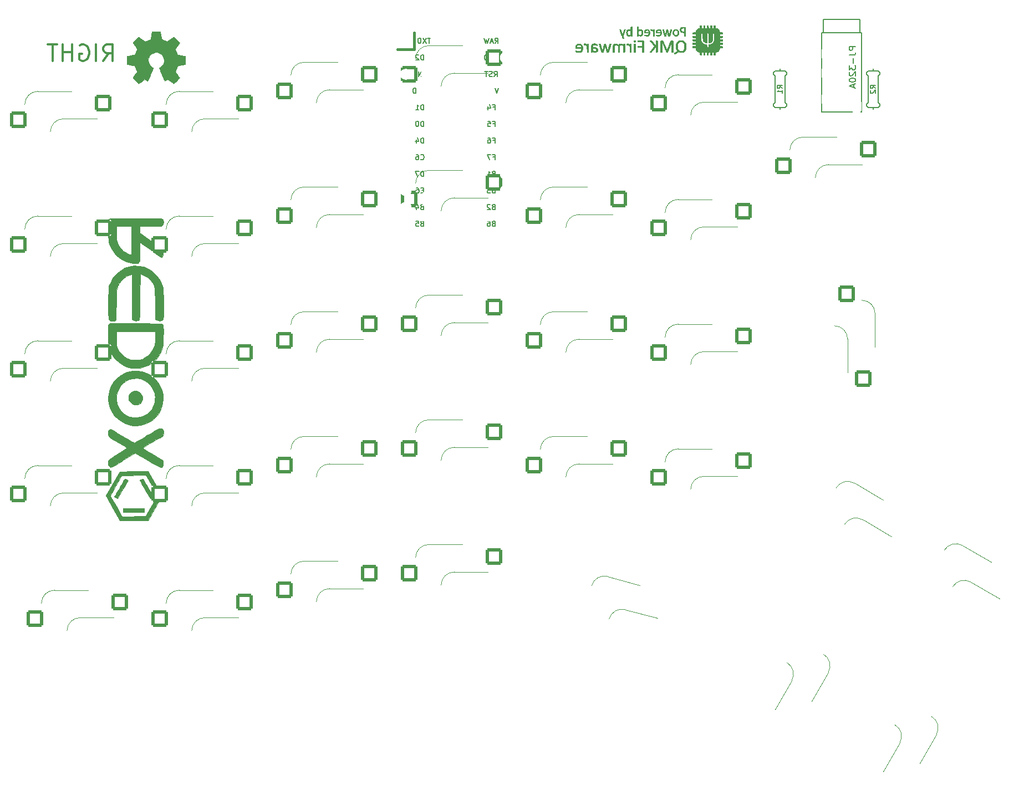
<source format=gbo>
G04 #@! TF.GenerationSoftware,KiCad,Pcbnew,7.0.8*
G04 #@! TF.CreationDate,2023-11-23T13:30:25+08:00*
G04 #@! TF.ProjectId,redox_rev1_hs,7265646f-785f-4726-9576-315f68732e6b,1.0*
G04 #@! TF.SameCoordinates,Original*
G04 #@! TF.FileFunction,Legend,Bot*
G04 #@! TF.FilePolarity,Positive*
%FSLAX46Y46*%
G04 Gerber Fmt 4.6, Leading zero omitted, Abs format (unit mm)*
G04 Created by KiCad (PCBNEW 7.0.8) date 2023-11-23 13:30:25*
%MOMM*%
%LPD*%
G01*
G04 APERTURE LIST*
G04 Aperture macros list*
%AMRoundRect*
0 Rectangle with rounded corners*
0 $1 Rounding radius*
0 $2 $3 $4 $5 $6 $7 $8 $9 X,Y pos of 4 corners*
0 Add a 4 corners polygon primitive as box body*
4,1,4,$2,$3,$4,$5,$6,$7,$8,$9,$2,$3,0*
0 Add four circle primitives for the rounded corners*
1,1,$1+$1,$2,$3*
1,1,$1+$1,$4,$5*
1,1,$1+$1,$6,$7*
1,1,$1+$1,$8,$9*
0 Add four rect primitives between the rounded corners*
20,1,$1+$1,$2,$3,$4,$5,0*
20,1,$1+$1,$4,$5,$6,$7,0*
20,1,$1+$1,$6,$7,$8,$9,0*
20,1,$1+$1,$8,$9,$2,$3,0*%
%AMRotRect*
0 Rectangle, with rotation*
0 The origin of the aperture is its center*
0 $1 length*
0 $2 width*
0 $3 Rotation angle, in degrees counterclockwise*
0 Add horizontal line*
21,1,$1,$2,0,0,$3*%
G04 Aperture macros list end*
%ADD10C,0.300000*%
%ADD11C,0.150000*%
%ADD12C,0.120000*%
%ADD13C,0.381000*%
%ADD14C,0.010000*%
%ADD15R,1.752600X1.752600*%
%ADD16C,1.752600*%
%ADD17R,1.200000X1.200000*%
%ADD18R,1.600000X1.600000*%
%ADD19C,1.600000*%
%ADD20RotRect,1.200000X1.200000X150.000000*%
%ADD21RotRect,1.600000X1.600000X150.000000*%
%ADD22RotRect,1.200000X1.200000X255.000000*%
%ADD23RotRect,1.600000X1.600000X255.000000*%
%ADD24C,1.750000*%
%ADD25C,3.050000*%
%ADD26C,4.000000*%
%ADD27RoundRect,0.250000X-1.025000X-1.000000X1.025000X-1.000000X1.025000X1.000000X-1.025000X1.000000X0*%
%ADD28RoundRect,0.250000X-1.000000X1.025000X-1.000000X-1.025000X1.000000X-1.025000X1.000000X1.025000X0*%
%ADD29RoundRect,0.250000X-1.387676X-0.353525X0.387676X-1.378525X1.387676X0.353525X-0.387676X1.378525X0*%
%ADD30RoundRect,0.250000X-1.248893X-0.700636X0.731255X-1.231215X1.248893X0.700636X-0.731255X1.231215X0*%
%ADD31RoundRect,0.250000X-0.353525X1.387676X-1.378525X-0.387676X0.353525X-1.387676X1.378525X0.387676X0*%
%ADD32R,1.700000X1.700000*%
%ADD33O,1.700000X1.700000*%
%ADD34C,2.000000*%
%ADD35C,1.500000*%
%ADD36O,1.600000X2.200000*%
G04 APERTURE END LIST*
D10*
X97313333Y-55115947D02*
X98146666Y-53925471D01*
X98741904Y-55115947D02*
X98741904Y-52615947D01*
X98741904Y-52615947D02*
X97789523Y-52615947D01*
X97789523Y-52615947D02*
X97551428Y-52734995D01*
X97551428Y-52734995D02*
X97432381Y-52854042D01*
X97432381Y-52854042D02*
X97313333Y-53092138D01*
X97313333Y-53092138D02*
X97313333Y-53449280D01*
X97313333Y-53449280D02*
X97432381Y-53687376D01*
X97432381Y-53687376D02*
X97551428Y-53806423D01*
X97551428Y-53806423D02*
X97789523Y-53925471D01*
X97789523Y-53925471D02*
X98741904Y-53925471D01*
X96241904Y-55115947D02*
X96241904Y-52615947D01*
X93741905Y-52734995D02*
X93980000Y-52615947D01*
X93980000Y-52615947D02*
X94337143Y-52615947D01*
X94337143Y-52615947D02*
X94694286Y-52734995D01*
X94694286Y-52734995D02*
X94932381Y-52973090D01*
X94932381Y-52973090D02*
X95051428Y-53211185D01*
X95051428Y-53211185D02*
X95170476Y-53687376D01*
X95170476Y-53687376D02*
X95170476Y-54044519D01*
X95170476Y-54044519D02*
X95051428Y-54520709D01*
X95051428Y-54520709D02*
X94932381Y-54758804D01*
X94932381Y-54758804D02*
X94694286Y-54996900D01*
X94694286Y-54996900D02*
X94337143Y-55115947D01*
X94337143Y-55115947D02*
X94099047Y-55115947D01*
X94099047Y-55115947D02*
X93741905Y-54996900D01*
X93741905Y-54996900D02*
X93622857Y-54877852D01*
X93622857Y-54877852D02*
X93622857Y-54044519D01*
X93622857Y-54044519D02*
X94099047Y-54044519D01*
X92551428Y-55115947D02*
X92551428Y-52615947D01*
X92551428Y-53806423D02*
X91122857Y-53806423D01*
X91122857Y-55115947D02*
X91122857Y-52615947D01*
X90289523Y-52615947D02*
X88860952Y-52615947D01*
X89575238Y-55115947D02*
X89575238Y-52615947D01*
D11*
X201022295Y-59302667D02*
X200641342Y-59036000D01*
X201022295Y-58845524D02*
X200222295Y-58845524D01*
X200222295Y-58845524D02*
X200222295Y-59150286D01*
X200222295Y-59150286D02*
X200260390Y-59226476D01*
X200260390Y-59226476D02*
X200298485Y-59264571D01*
X200298485Y-59264571D02*
X200374676Y-59302667D01*
X200374676Y-59302667D02*
X200488961Y-59302667D01*
X200488961Y-59302667D02*
X200565152Y-59264571D01*
X200565152Y-59264571D02*
X200603247Y-59226476D01*
X200603247Y-59226476D02*
X200641342Y-59150286D01*
X200641342Y-59150286D02*
X200641342Y-58845524D01*
X201022295Y-60064571D02*
X201022295Y-59607428D01*
X201022295Y-59836000D02*
X200222295Y-59836000D01*
X200222295Y-59836000D02*
X200336580Y-59759809D01*
X200336580Y-59759809D02*
X200412771Y-59683619D01*
X200412771Y-59683619D02*
X200450866Y-59607428D01*
X215246295Y-59302667D02*
X214865342Y-59036000D01*
X215246295Y-58845524D02*
X214446295Y-58845524D01*
X214446295Y-58845524D02*
X214446295Y-59150286D01*
X214446295Y-59150286D02*
X214484390Y-59226476D01*
X214484390Y-59226476D02*
X214522485Y-59264571D01*
X214522485Y-59264571D02*
X214598676Y-59302667D01*
X214598676Y-59302667D02*
X214712961Y-59302667D01*
X214712961Y-59302667D02*
X214789152Y-59264571D01*
X214789152Y-59264571D02*
X214827247Y-59226476D01*
X214827247Y-59226476D02*
X214865342Y-59150286D01*
X214865342Y-59150286D02*
X214865342Y-58845524D01*
X214522485Y-59607428D02*
X214484390Y-59645524D01*
X214484390Y-59645524D02*
X214446295Y-59721714D01*
X214446295Y-59721714D02*
X214446295Y-59912190D01*
X214446295Y-59912190D02*
X214484390Y-59988381D01*
X214484390Y-59988381D02*
X214522485Y-60026476D01*
X214522485Y-60026476D02*
X214598676Y-60064571D01*
X214598676Y-60064571D02*
X214674866Y-60064571D01*
X214674866Y-60064571D02*
X214789152Y-60026476D01*
X214789152Y-60026476D02*
X215246295Y-59569333D01*
X215246295Y-59569333D02*
X215246295Y-60064571D01*
X212226819Y-52930952D02*
X211226819Y-52930952D01*
X211226819Y-52930952D02*
X211226819Y-53311904D01*
X211226819Y-53311904D02*
X211274438Y-53407142D01*
X211274438Y-53407142D02*
X211322057Y-53454761D01*
X211322057Y-53454761D02*
X211417295Y-53502380D01*
X211417295Y-53502380D02*
X211560152Y-53502380D01*
X211560152Y-53502380D02*
X211655390Y-53454761D01*
X211655390Y-53454761D02*
X211703009Y-53407142D01*
X211703009Y-53407142D02*
X211750628Y-53311904D01*
X211750628Y-53311904D02*
X211750628Y-52930952D01*
X211226819Y-54216666D02*
X211941104Y-54216666D01*
X211941104Y-54216666D02*
X212083961Y-54169047D01*
X212083961Y-54169047D02*
X212179200Y-54073809D01*
X212179200Y-54073809D02*
X212226819Y-53930952D01*
X212226819Y-53930952D02*
X212226819Y-53835714D01*
X211845866Y-54692857D02*
X211845866Y-55454762D01*
X211226819Y-55835714D02*
X211226819Y-56454761D01*
X211226819Y-56454761D02*
X211607771Y-56121428D01*
X211607771Y-56121428D02*
X211607771Y-56264285D01*
X211607771Y-56264285D02*
X211655390Y-56359523D01*
X211655390Y-56359523D02*
X211703009Y-56407142D01*
X211703009Y-56407142D02*
X211798247Y-56454761D01*
X211798247Y-56454761D02*
X212036342Y-56454761D01*
X212036342Y-56454761D02*
X212131580Y-56407142D01*
X212131580Y-56407142D02*
X212179200Y-56359523D01*
X212179200Y-56359523D02*
X212226819Y-56264285D01*
X212226819Y-56264285D02*
X212226819Y-55978571D01*
X212226819Y-55978571D02*
X212179200Y-55883333D01*
X212179200Y-55883333D02*
X212131580Y-55835714D01*
X211322057Y-56835714D02*
X211274438Y-56883333D01*
X211274438Y-56883333D02*
X211226819Y-56978571D01*
X211226819Y-56978571D02*
X211226819Y-57216666D01*
X211226819Y-57216666D02*
X211274438Y-57311904D01*
X211274438Y-57311904D02*
X211322057Y-57359523D01*
X211322057Y-57359523D02*
X211417295Y-57407142D01*
X211417295Y-57407142D02*
X211512533Y-57407142D01*
X211512533Y-57407142D02*
X211655390Y-57359523D01*
X211655390Y-57359523D02*
X212226819Y-56788095D01*
X212226819Y-56788095D02*
X212226819Y-57407142D01*
X211226819Y-58026190D02*
X211226819Y-58121428D01*
X211226819Y-58121428D02*
X211274438Y-58216666D01*
X211274438Y-58216666D02*
X211322057Y-58264285D01*
X211322057Y-58264285D02*
X211417295Y-58311904D01*
X211417295Y-58311904D02*
X211607771Y-58359523D01*
X211607771Y-58359523D02*
X211845866Y-58359523D01*
X211845866Y-58359523D02*
X212036342Y-58311904D01*
X212036342Y-58311904D02*
X212131580Y-58264285D01*
X212131580Y-58264285D02*
X212179200Y-58216666D01*
X212179200Y-58216666D02*
X212226819Y-58121428D01*
X212226819Y-58121428D02*
X212226819Y-58026190D01*
X212226819Y-58026190D02*
X212179200Y-57930952D01*
X212179200Y-57930952D02*
X212131580Y-57883333D01*
X212131580Y-57883333D02*
X212036342Y-57835714D01*
X212036342Y-57835714D02*
X211845866Y-57788095D01*
X211845866Y-57788095D02*
X211607771Y-57788095D01*
X211607771Y-57788095D02*
X211417295Y-57835714D01*
X211417295Y-57835714D02*
X211322057Y-57883333D01*
X211322057Y-57883333D02*
X211274438Y-57930952D01*
X211274438Y-57930952D02*
X211226819Y-58026190D01*
X211941104Y-58740476D02*
X211941104Y-59216666D01*
X212226819Y-58645238D02*
X211226819Y-58978571D01*
X211226819Y-58978571D02*
X212226819Y-59311904D01*
X146259475Y-65132295D02*
X146259475Y-64332295D01*
X146259475Y-64332295D02*
X146068999Y-64332295D01*
X146068999Y-64332295D02*
X145954713Y-64370390D01*
X145954713Y-64370390D02*
X145878523Y-64446580D01*
X145878523Y-64446580D02*
X145840428Y-64522771D01*
X145840428Y-64522771D02*
X145802332Y-64675152D01*
X145802332Y-64675152D02*
X145802332Y-64789438D01*
X145802332Y-64789438D02*
X145840428Y-64941819D01*
X145840428Y-64941819D02*
X145878523Y-65018009D01*
X145878523Y-65018009D02*
X145954713Y-65094200D01*
X145954713Y-65094200D02*
X146068999Y-65132295D01*
X146068999Y-65132295D02*
X146259475Y-65132295D01*
X145307094Y-64332295D02*
X145230904Y-64332295D01*
X145230904Y-64332295D02*
X145154713Y-64370390D01*
X145154713Y-64370390D02*
X145116618Y-64408485D01*
X145116618Y-64408485D02*
X145078523Y-64484676D01*
X145078523Y-64484676D02*
X145040428Y-64637057D01*
X145040428Y-64637057D02*
X145040428Y-64827533D01*
X145040428Y-64827533D02*
X145078523Y-64979914D01*
X145078523Y-64979914D02*
X145116618Y-65056104D01*
X145116618Y-65056104D02*
X145154713Y-65094200D01*
X145154713Y-65094200D02*
X145230904Y-65132295D01*
X145230904Y-65132295D02*
X145307094Y-65132295D01*
X145307094Y-65132295D02*
X145383285Y-65094200D01*
X145383285Y-65094200D02*
X145421380Y-65056104D01*
X145421380Y-65056104D02*
X145459475Y-64979914D01*
X145459475Y-64979914D02*
X145497571Y-64827533D01*
X145497571Y-64827533D02*
X145497571Y-64637057D01*
X145497571Y-64637057D02*
X145459475Y-64484676D01*
X145459475Y-64484676D02*
X145421380Y-64408485D01*
X145421380Y-64408485D02*
X145383285Y-64370390D01*
X145383285Y-64370390D02*
X145307094Y-64332295D01*
X157029094Y-57512295D02*
X157295761Y-57131342D01*
X157486237Y-57512295D02*
X157486237Y-56712295D01*
X157486237Y-56712295D02*
X157181475Y-56712295D01*
X157181475Y-56712295D02*
X157105285Y-56750390D01*
X157105285Y-56750390D02*
X157067190Y-56788485D01*
X157067190Y-56788485D02*
X157029094Y-56864676D01*
X157029094Y-56864676D02*
X157029094Y-56978961D01*
X157029094Y-56978961D02*
X157067190Y-57055152D01*
X157067190Y-57055152D02*
X157105285Y-57093247D01*
X157105285Y-57093247D02*
X157181475Y-57131342D01*
X157181475Y-57131342D02*
X157486237Y-57131342D01*
X156724333Y-57474200D02*
X156610047Y-57512295D01*
X156610047Y-57512295D02*
X156419571Y-57512295D01*
X156419571Y-57512295D02*
X156343380Y-57474200D01*
X156343380Y-57474200D02*
X156305285Y-57436104D01*
X156305285Y-57436104D02*
X156267190Y-57359914D01*
X156267190Y-57359914D02*
X156267190Y-57283723D01*
X156267190Y-57283723D02*
X156305285Y-57207533D01*
X156305285Y-57207533D02*
X156343380Y-57169438D01*
X156343380Y-57169438D02*
X156419571Y-57131342D01*
X156419571Y-57131342D02*
X156571952Y-57093247D01*
X156571952Y-57093247D02*
X156648142Y-57055152D01*
X156648142Y-57055152D02*
X156686237Y-57017057D01*
X156686237Y-57017057D02*
X156724333Y-56940866D01*
X156724333Y-56940866D02*
X156724333Y-56864676D01*
X156724333Y-56864676D02*
X156686237Y-56788485D01*
X156686237Y-56788485D02*
X156648142Y-56750390D01*
X156648142Y-56750390D02*
X156571952Y-56712295D01*
X156571952Y-56712295D02*
X156381475Y-56712295D01*
X156381475Y-56712295D02*
X156267190Y-56750390D01*
X156038618Y-56712295D02*
X155581475Y-56712295D01*
X155810047Y-57512295D02*
X155810047Y-56712295D01*
X156857666Y-69793247D02*
X157124332Y-69793247D01*
X157124332Y-70212295D02*
X157124332Y-69412295D01*
X157124332Y-69412295D02*
X156743380Y-69412295D01*
X156514809Y-69412295D02*
X155981475Y-69412295D01*
X155981475Y-69412295D02*
X156324333Y-70212295D01*
X146259475Y-62592295D02*
X146259475Y-61792295D01*
X146259475Y-61792295D02*
X146068999Y-61792295D01*
X146068999Y-61792295D02*
X145954713Y-61830390D01*
X145954713Y-61830390D02*
X145878523Y-61906580D01*
X145878523Y-61906580D02*
X145840428Y-61982771D01*
X145840428Y-61982771D02*
X145802332Y-62135152D01*
X145802332Y-62135152D02*
X145802332Y-62249438D01*
X145802332Y-62249438D02*
X145840428Y-62401819D01*
X145840428Y-62401819D02*
X145878523Y-62478009D01*
X145878523Y-62478009D02*
X145954713Y-62554200D01*
X145954713Y-62554200D02*
X146068999Y-62592295D01*
X146068999Y-62592295D02*
X146259475Y-62592295D01*
X145040428Y-62592295D02*
X145497571Y-62592295D01*
X145268999Y-62592295D02*
X145268999Y-61792295D01*
X145268999Y-61792295D02*
X145345190Y-61906580D01*
X145345190Y-61906580D02*
X145421380Y-61982771D01*
X145421380Y-61982771D02*
X145497571Y-62020866D01*
X146259475Y-72752295D02*
X146259475Y-71952295D01*
X146259475Y-71952295D02*
X146068999Y-71952295D01*
X146068999Y-71952295D02*
X145954713Y-71990390D01*
X145954713Y-71990390D02*
X145878523Y-72066580D01*
X145878523Y-72066580D02*
X145840428Y-72142771D01*
X145840428Y-72142771D02*
X145802332Y-72295152D01*
X145802332Y-72295152D02*
X145802332Y-72409438D01*
X145802332Y-72409438D02*
X145840428Y-72561819D01*
X145840428Y-72561819D02*
X145878523Y-72638009D01*
X145878523Y-72638009D02*
X145954713Y-72714200D01*
X145954713Y-72714200D02*
X146068999Y-72752295D01*
X146068999Y-72752295D02*
X146259475Y-72752295D01*
X145535666Y-71952295D02*
X145002332Y-71952295D01*
X145002332Y-71952295D02*
X145345190Y-72752295D01*
X157143380Y-52432295D02*
X157410047Y-52051342D01*
X157600523Y-52432295D02*
X157600523Y-51632295D01*
X157600523Y-51632295D02*
X157295761Y-51632295D01*
X157295761Y-51632295D02*
X157219571Y-51670390D01*
X157219571Y-51670390D02*
X157181476Y-51708485D01*
X157181476Y-51708485D02*
X157143380Y-51784676D01*
X157143380Y-51784676D02*
X157143380Y-51898961D01*
X157143380Y-51898961D02*
X157181476Y-51975152D01*
X157181476Y-51975152D02*
X157219571Y-52013247D01*
X157219571Y-52013247D02*
X157295761Y-52051342D01*
X157295761Y-52051342D02*
X157600523Y-52051342D01*
X156838619Y-52203723D02*
X156457666Y-52203723D01*
X156914809Y-52432295D02*
X156648142Y-51632295D01*
X156648142Y-51632295D02*
X156381476Y-52432295D01*
X156191000Y-51632295D02*
X156000524Y-52432295D01*
X156000524Y-52432295D02*
X155848143Y-51860866D01*
X155848143Y-51860866D02*
X155695762Y-52432295D01*
X155695762Y-52432295D02*
X155505286Y-51632295D01*
X156857666Y-64713247D02*
X157124332Y-64713247D01*
X157124332Y-65132295D02*
X157124332Y-64332295D01*
X157124332Y-64332295D02*
X156743380Y-64332295D01*
X156057666Y-64332295D02*
X156438618Y-64332295D01*
X156438618Y-64332295D02*
X156476714Y-64713247D01*
X156476714Y-64713247D02*
X156438618Y-64675152D01*
X156438618Y-64675152D02*
X156362428Y-64637057D01*
X156362428Y-64637057D02*
X156171952Y-64637057D01*
X156171952Y-64637057D02*
X156095761Y-64675152D01*
X156095761Y-64675152D02*
X156057666Y-64713247D01*
X156057666Y-64713247D02*
X156019571Y-64789438D01*
X156019571Y-64789438D02*
X156019571Y-64979914D01*
X156019571Y-64979914D02*
X156057666Y-65056104D01*
X156057666Y-65056104D02*
X156095761Y-65094200D01*
X156095761Y-65094200D02*
X156171952Y-65132295D01*
X156171952Y-65132295D02*
X156362428Y-65132295D01*
X156362428Y-65132295D02*
X156438618Y-65094200D01*
X156438618Y-65094200D02*
X156476714Y-65056104D01*
X157200523Y-54210390D02*
X157276713Y-54172295D01*
X157276713Y-54172295D02*
X157390999Y-54172295D01*
X157390999Y-54172295D02*
X157505285Y-54210390D01*
X157505285Y-54210390D02*
X157581475Y-54286580D01*
X157581475Y-54286580D02*
X157619570Y-54362771D01*
X157619570Y-54362771D02*
X157657666Y-54515152D01*
X157657666Y-54515152D02*
X157657666Y-54629438D01*
X157657666Y-54629438D02*
X157619570Y-54781819D01*
X157619570Y-54781819D02*
X157581475Y-54858009D01*
X157581475Y-54858009D02*
X157505285Y-54934200D01*
X157505285Y-54934200D02*
X157390999Y-54972295D01*
X157390999Y-54972295D02*
X157314808Y-54972295D01*
X157314808Y-54972295D02*
X157200523Y-54934200D01*
X157200523Y-54934200D02*
X157162427Y-54896104D01*
X157162427Y-54896104D02*
X157162427Y-54629438D01*
X157162427Y-54629438D02*
X157314808Y-54629438D01*
X156819570Y-54972295D02*
X156819570Y-54172295D01*
X156819570Y-54172295D02*
X156362427Y-54972295D01*
X156362427Y-54972295D02*
X156362427Y-54172295D01*
X155981475Y-54972295D02*
X155981475Y-54172295D01*
X155981475Y-54172295D02*
X155790999Y-54172295D01*
X155790999Y-54172295D02*
X155676713Y-54210390D01*
X155676713Y-54210390D02*
X155600523Y-54286580D01*
X155600523Y-54286580D02*
X155562428Y-54362771D01*
X155562428Y-54362771D02*
X155524332Y-54515152D01*
X155524332Y-54515152D02*
X155524332Y-54629438D01*
X155524332Y-54629438D02*
X155562428Y-54781819D01*
X155562428Y-54781819D02*
X155600523Y-54858009D01*
X155600523Y-54858009D02*
X155676713Y-54934200D01*
X155676713Y-54934200D02*
X155790999Y-54972295D01*
X155790999Y-54972295D02*
X155981475Y-54972295D01*
X146259475Y-67672295D02*
X146259475Y-66872295D01*
X146259475Y-66872295D02*
X146068999Y-66872295D01*
X146068999Y-66872295D02*
X145954713Y-66910390D01*
X145954713Y-66910390D02*
X145878523Y-66986580D01*
X145878523Y-66986580D02*
X145840428Y-67062771D01*
X145840428Y-67062771D02*
X145802332Y-67215152D01*
X145802332Y-67215152D02*
X145802332Y-67329438D01*
X145802332Y-67329438D02*
X145840428Y-67481819D01*
X145840428Y-67481819D02*
X145878523Y-67558009D01*
X145878523Y-67558009D02*
X145954713Y-67634200D01*
X145954713Y-67634200D02*
X146068999Y-67672295D01*
X146068999Y-67672295D02*
X146259475Y-67672295D01*
X145116618Y-67138961D02*
X145116618Y-67672295D01*
X145307094Y-66834200D02*
X145497571Y-67405628D01*
X145497571Y-67405628D02*
X145002332Y-67405628D01*
X156857666Y-67253247D02*
X157124332Y-67253247D01*
X157124332Y-67672295D02*
X157124332Y-66872295D01*
X157124332Y-66872295D02*
X156743380Y-66872295D01*
X156095761Y-66872295D02*
X156248142Y-66872295D01*
X156248142Y-66872295D02*
X156324333Y-66910390D01*
X156324333Y-66910390D02*
X156362428Y-66948485D01*
X156362428Y-66948485D02*
X156438618Y-67062771D01*
X156438618Y-67062771D02*
X156476714Y-67215152D01*
X156476714Y-67215152D02*
X156476714Y-67519914D01*
X156476714Y-67519914D02*
X156438618Y-67596104D01*
X156438618Y-67596104D02*
X156400523Y-67634200D01*
X156400523Y-67634200D02*
X156324333Y-67672295D01*
X156324333Y-67672295D02*
X156171952Y-67672295D01*
X156171952Y-67672295D02*
X156095761Y-67634200D01*
X156095761Y-67634200D02*
X156057666Y-67596104D01*
X156057666Y-67596104D02*
X156019571Y-67519914D01*
X156019571Y-67519914D02*
X156019571Y-67329438D01*
X156019571Y-67329438D02*
X156057666Y-67253247D01*
X156057666Y-67253247D02*
X156095761Y-67215152D01*
X156095761Y-67215152D02*
X156171952Y-67177057D01*
X156171952Y-67177057D02*
X156324333Y-67177057D01*
X156324333Y-67177057D02*
X156400523Y-67215152D01*
X156400523Y-67215152D02*
X156438618Y-67253247D01*
X156438618Y-67253247D02*
X156476714Y-67329438D01*
X156914809Y-72333247D02*
X156800523Y-72371342D01*
X156800523Y-72371342D02*
X156762428Y-72409438D01*
X156762428Y-72409438D02*
X156724332Y-72485628D01*
X156724332Y-72485628D02*
X156724332Y-72599914D01*
X156724332Y-72599914D02*
X156762428Y-72676104D01*
X156762428Y-72676104D02*
X156800523Y-72714200D01*
X156800523Y-72714200D02*
X156876713Y-72752295D01*
X156876713Y-72752295D02*
X157181475Y-72752295D01*
X157181475Y-72752295D02*
X157181475Y-71952295D01*
X157181475Y-71952295D02*
X156914809Y-71952295D01*
X156914809Y-71952295D02*
X156838618Y-71990390D01*
X156838618Y-71990390D02*
X156800523Y-72028485D01*
X156800523Y-72028485D02*
X156762428Y-72104676D01*
X156762428Y-72104676D02*
X156762428Y-72180866D01*
X156762428Y-72180866D02*
X156800523Y-72257057D01*
X156800523Y-72257057D02*
X156838618Y-72295152D01*
X156838618Y-72295152D02*
X156914809Y-72333247D01*
X156914809Y-72333247D02*
X157181475Y-72333247D01*
X155962428Y-72752295D02*
X156419571Y-72752295D01*
X156190999Y-72752295D02*
X156190999Y-71952295D01*
X156190999Y-71952295D02*
X156267190Y-72066580D01*
X156267190Y-72066580D02*
X156343380Y-72142771D01*
X156343380Y-72142771D02*
X156419571Y-72180866D01*
X156914809Y-74873247D02*
X156800523Y-74911342D01*
X156800523Y-74911342D02*
X156762428Y-74949438D01*
X156762428Y-74949438D02*
X156724332Y-75025628D01*
X156724332Y-75025628D02*
X156724332Y-75139914D01*
X156724332Y-75139914D02*
X156762428Y-75216104D01*
X156762428Y-75216104D02*
X156800523Y-75254200D01*
X156800523Y-75254200D02*
X156876713Y-75292295D01*
X156876713Y-75292295D02*
X157181475Y-75292295D01*
X157181475Y-75292295D02*
X157181475Y-74492295D01*
X157181475Y-74492295D02*
X156914809Y-74492295D01*
X156914809Y-74492295D02*
X156838618Y-74530390D01*
X156838618Y-74530390D02*
X156800523Y-74568485D01*
X156800523Y-74568485D02*
X156762428Y-74644676D01*
X156762428Y-74644676D02*
X156762428Y-74720866D01*
X156762428Y-74720866D02*
X156800523Y-74797057D01*
X156800523Y-74797057D02*
X156838618Y-74835152D01*
X156838618Y-74835152D02*
X156914809Y-74873247D01*
X156914809Y-74873247D02*
X157181475Y-74873247D01*
X156457666Y-74492295D02*
X155962428Y-74492295D01*
X155962428Y-74492295D02*
X156229094Y-74797057D01*
X156229094Y-74797057D02*
X156114809Y-74797057D01*
X156114809Y-74797057D02*
X156038618Y-74835152D01*
X156038618Y-74835152D02*
X156000523Y-74873247D01*
X156000523Y-74873247D02*
X155962428Y-74949438D01*
X155962428Y-74949438D02*
X155962428Y-75139914D01*
X155962428Y-75139914D02*
X156000523Y-75216104D01*
X156000523Y-75216104D02*
X156038618Y-75254200D01*
X156038618Y-75254200D02*
X156114809Y-75292295D01*
X156114809Y-75292295D02*
X156343380Y-75292295D01*
X156343380Y-75292295D02*
X156419571Y-75254200D01*
X156419571Y-75254200D02*
X156457666Y-75216104D01*
X145802332Y-70136104D02*
X145840428Y-70174200D01*
X145840428Y-70174200D02*
X145954713Y-70212295D01*
X145954713Y-70212295D02*
X146030904Y-70212295D01*
X146030904Y-70212295D02*
X146145190Y-70174200D01*
X146145190Y-70174200D02*
X146221380Y-70098009D01*
X146221380Y-70098009D02*
X146259475Y-70021819D01*
X146259475Y-70021819D02*
X146297571Y-69869438D01*
X146297571Y-69869438D02*
X146297571Y-69755152D01*
X146297571Y-69755152D02*
X146259475Y-69602771D01*
X146259475Y-69602771D02*
X146221380Y-69526580D01*
X146221380Y-69526580D02*
X146145190Y-69450390D01*
X146145190Y-69450390D02*
X146030904Y-69412295D01*
X146030904Y-69412295D02*
X145954713Y-69412295D01*
X145954713Y-69412295D02*
X145840428Y-69450390D01*
X145840428Y-69450390D02*
X145802332Y-69488485D01*
X145116618Y-69412295D02*
X145268999Y-69412295D01*
X145268999Y-69412295D02*
X145345190Y-69450390D01*
X145345190Y-69450390D02*
X145383285Y-69488485D01*
X145383285Y-69488485D02*
X145459475Y-69602771D01*
X145459475Y-69602771D02*
X145497571Y-69755152D01*
X145497571Y-69755152D02*
X145497571Y-70059914D01*
X145497571Y-70059914D02*
X145459475Y-70136104D01*
X145459475Y-70136104D02*
X145421380Y-70174200D01*
X145421380Y-70174200D02*
X145345190Y-70212295D01*
X145345190Y-70212295D02*
X145192809Y-70212295D01*
X145192809Y-70212295D02*
X145116618Y-70174200D01*
X145116618Y-70174200D02*
X145078523Y-70136104D01*
X145078523Y-70136104D02*
X145040428Y-70059914D01*
X145040428Y-70059914D02*
X145040428Y-69869438D01*
X145040428Y-69869438D02*
X145078523Y-69793247D01*
X145078523Y-69793247D02*
X145116618Y-69755152D01*
X145116618Y-69755152D02*
X145192809Y-69717057D01*
X145192809Y-69717057D02*
X145345190Y-69717057D01*
X145345190Y-69717057D02*
X145421380Y-69755152D01*
X145421380Y-69755152D02*
X145459475Y-69793247D01*
X145459475Y-69793247D02*
X145497571Y-69869438D01*
X146278523Y-59290390D02*
X146354713Y-59252295D01*
X146354713Y-59252295D02*
X146468999Y-59252295D01*
X146468999Y-59252295D02*
X146583285Y-59290390D01*
X146583285Y-59290390D02*
X146659475Y-59366580D01*
X146659475Y-59366580D02*
X146697570Y-59442771D01*
X146697570Y-59442771D02*
X146735666Y-59595152D01*
X146735666Y-59595152D02*
X146735666Y-59709438D01*
X146735666Y-59709438D02*
X146697570Y-59861819D01*
X146697570Y-59861819D02*
X146659475Y-59938009D01*
X146659475Y-59938009D02*
X146583285Y-60014200D01*
X146583285Y-60014200D02*
X146468999Y-60052295D01*
X146468999Y-60052295D02*
X146392808Y-60052295D01*
X146392808Y-60052295D02*
X146278523Y-60014200D01*
X146278523Y-60014200D02*
X146240427Y-59976104D01*
X146240427Y-59976104D02*
X146240427Y-59709438D01*
X146240427Y-59709438D02*
X146392808Y-59709438D01*
X145897570Y-60052295D02*
X145897570Y-59252295D01*
X145897570Y-59252295D02*
X145440427Y-60052295D01*
X145440427Y-60052295D02*
X145440427Y-59252295D01*
X145059475Y-60052295D02*
X145059475Y-59252295D01*
X145059475Y-59252295D02*
X144868999Y-59252295D01*
X144868999Y-59252295D02*
X144754713Y-59290390D01*
X144754713Y-59290390D02*
X144678523Y-59366580D01*
X144678523Y-59366580D02*
X144640428Y-59442771D01*
X144640428Y-59442771D02*
X144602332Y-59595152D01*
X144602332Y-59595152D02*
X144602332Y-59709438D01*
X144602332Y-59709438D02*
X144640428Y-59861819D01*
X144640428Y-59861819D02*
X144678523Y-59938009D01*
X144678523Y-59938009D02*
X144754713Y-60014200D01*
X144754713Y-60014200D02*
X144868999Y-60052295D01*
X144868999Y-60052295D02*
X145059475Y-60052295D01*
X147294476Y-51632295D02*
X146837333Y-51632295D01*
X147065905Y-52432295D02*
X147065905Y-51632295D01*
X146646857Y-51632295D02*
X146113523Y-52432295D01*
X146113523Y-51632295D02*
X146646857Y-52432295D01*
X145656380Y-51632295D02*
X145580190Y-51632295D01*
X145580190Y-51632295D02*
X145503999Y-51670390D01*
X145503999Y-51670390D02*
X145465904Y-51708485D01*
X145465904Y-51708485D02*
X145427809Y-51784676D01*
X145427809Y-51784676D02*
X145389714Y-51937057D01*
X145389714Y-51937057D02*
X145389714Y-52127533D01*
X145389714Y-52127533D02*
X145427809Y-52279914D01*
X145427809Y-52279914D02*
X145465904Y-52356104D01*
X145465904Y-52356104D02*
X145503999Y-52394200D01*
X145503999Y-52394200D02*
X145580190Y-52432295D01*
X145580190Y-52432295D02*
X145656380Y-52432295D01*
X145656380Y-52432295D02*
X145732571Y-52394200D01*
X145732571Y-52394200D02*
X145770666Y-52356104D01*
X145770666Y-52356104D02*
X145808761Y-52279914D01*
X145808761Y-52279914D02*
X145846857Y-52127533D01*
X145846857Y-52127533D02*
X145846857Y-51937057D01*
X145846857Y-51937057D02*
X145808761Y-51784676D01*
X145808761Y-51784676D02*
X145770666Y-51708485D01*
X145770666Y-51708485D02*
X145732571Y-51670390D01*
X145732571Y-51670390D02*
X145656380Y-51632295D01*
X145992809Y-79953247D02*
X145878523Y-79991342D01*
X145878523Y-79991342D02*
X145840428Y-80029438D01*
X145840428Y-80029438D02*
X145802332Y-80105628D01*
X145802332Y-80105628D02*
X145802332Y-80219914D01*
X145802332Y-80219914D02*
X145840428Y-80296104D01*
X145840428Y-80296104D02*
X145878523Y-80334200D01*
X145878523Y-80334200D02*
X145954713Y-80372295D01*
X145954713Y-80372295D02*
X146259475Y-80372295D01*
X146259475Y-80372295D02*
X146259475Y-79572295D01*
X146259475Y-79572295D02*
X145992809Y-79572295D01*
X145992809Y-79572295D02*
X145916618Y-79610390D01*
X145916618Y-79610390D02*
X145878523Y-79648485D01*
X145878523Y-79648485D02*
X145840428Y-79724676D01*
X145840428Y-79724676D02*
X145840428Y-79800866D01*
X145840428Y-79800866D02*
X145878523Y-79877057D01*
X145878523Y-79877057D02*
X145916618Y-79915152D01*
X145916618Y-79915152D02*
X145992809Y-79953247D01*
X145992809Y-79953247D02*
X146259475Y-79953247D01*
X145078523Y-79572295D02*
X145459475Y-79572295D01*
X145459475Y-79572295D02*
X145497571Y-79953247D01*
X145497571Y-79953247D02*
X145459475Y-79915152D01*
X145459475Y-79915152D02*
X145383285Y-79877057D01*
X145383285Y-79877057D02*
X145192809Y-79877057D01*
X145192809Y-79877057D02*
X145116618Y-79915152D01*
X145116618Y-79915152D02*
X145078523Y-79953247D01*
X145078523Y-79953247D02*
X145040428Y-80029438D01*
X145040428Y-80029438D02*
X145040428Y-80219914D01*
X145040428Y-80219914D02*
X145078523Y-80296104D01*
X145078523Y-80296104D02*
X145116618Y-80334200D01*
X145116618Y-80334200D02*
X145192809Y-80372295D01*
X145192809Y-80372295D02*
X145383285Y-80372295D01*
X145383285Y-80372295D02*
X145459475Y-80334200D01*
X145459475Y-80334200D02*
X145497571Y-80296104D01*
X156914809Y-77413247D02*
X156800523Y-77451342D01*
X156800523Y-77451342D02*
X156762428Y-77489438D01*
X156762428Y-77489438D02*
X156724332Y-77565628D01*
X156724332Y-77565628D02*
X156724332Y-77679914D01*
X156724332Y-77679914D02*
X156762428Y-77756104D01*
X156762428Y-77756104D02*
X156800523Y-77794200D01*
X156800523Y-77794200D02*
X156876713Y-77832295D01*
X156876713Y-77832295D02*
X157181475Y-77832295D01*
X157181475Y-77832295D02*
X157181475Y-77032295D01*
X157181475Y-77032295D02*
X156914809Y-77032295D01*
X156914809Y-77032295D02*
X156838618Y-77070390D01*
X156838618Y-77070390D02*
X156800523Y-77108485D01*
X156800523Y-77108485D02*
X156762428Y-77184676D01*
X156762428Y-77184676D02*
X156762428Y-77260866D01*
X156762428Y-77260866D02*
X156800523Y-77337057D01*
X156800523Y-77337057D02*
X156838618Y-77375152D01*
X156838618Y-77375152D02*
X156914809Y-77413247D01*
X156914809Y-77413247D02*
X157181475Y-77413247D01*
X156419571Y-77108485D02*
X156381475Y-77070390D01*
X156381475Y-77070390D02*
X156305285Y-77032295D01*
X156305285Y-77032295D02*
X156114809Y-77032295D01*
X156114809Y-77032295D02*
X156038618Y-77070390D01*
X156038618Y-77070390D02*
X156000523Y-77108485D01*
X156000523Y-77108485D02*
X155962428Y-77184676D01*
X155962428Y-77184676D02*
X155962428Y-77260866D01*
X155962428Y-77260866D02*
X156000523Y-77375152D01*
X156000523Y-77375152D02*
X156457666Y-77832295D01*
X156457666Y-77832295D02*
X155962428Y-77832295D01*
X146259475Y-54972295D02*
X146259475Y-54172295D01*
X146259475Y-54172295D02*
X146068999Y-54172295D01*
X146068999Y-54172295D02*
X145954713Y-54210390D01*
X145954713Y-54210390D02*
X145878523Y-54286580D01*
X145878523Y-54286580D02*
X145840428Y-54362771D01*
X145840428Y-54362771D02*
X145802332Y-54515152D01*
X145802332Y-54515152D02*
X145802332Y-54629438D01*
X145802332Y-54629438D02*
X145840428Y-54781819D01*
X145840428Y-54781819D02*
X145878523Y-54858009D01*
X145878523Y-54858009D02*
X145954713Y-54934200D01*
X145954713Y-54934200D02*
X146068999Y-54972295D01*
X146068999Y-54972295D02*
X146259475Y-54972295D01*
X145497571Y-54248485D02*
X145459475Y-54210390D01*
X145459475Y-54210390D02*
X145383285Y-54172295D01*
X145383285Y-54172295D02*
X145192809Y-54172295D01*
X145192809Y-54172295D02*
X145116618Y-54210390D01*
X145116618Y-54210390D02*
X145078523Y-54248485D01*
X145078523Y-54248485D02*
X145040428Y-54324676D01*
X145040428Y-54324676D02*
X145040428Y-54400866D01*
X145040428Y-54400866D02*
X145078523Y-54515152D01*
X145078523Y-54515152D02*
X145535666Y-54972295D01*
X145535666Y-54972295D02*
X145040428Y-54972295D01*
X146221380Y-74873247D02*
X145954714Y-74873247D01*
X145840428Y-75292295D02*
X146221380Y-75292295D01*
X146221380Y-75292295D02*
X146221380Y-74492295D01*
X146221380Y-74492295D02*
X145840428Y-74492295D01*
X145154713Y-74492295D02*
X145307094Y-74492295D01*
X145307094Y-74492295D02*
X145383285Y-74530390D01*
X145383285Y-74530390D02*
X145421380Y-74568485D01*
X145421380Y-74568485D02*
X145497570Y-74682771D01*
X145497570Y-74682771D02*
X145535666Y-74835152D01*
X145535666Y-74835152D02*
X145535666Y-75139914D01*
X145535666Y-75139914D02*
X145497570Y-75216104D01*
X145497570Y-75216104D02*
X145459475Y-75254200D01*
X145459475Y-75254200D02*
X145383285Y-75292295D01*
X145383285Y-75292295D02*
X145230904Y-75292295D01*
X145230904Y-75292295D02*
X145154713Y-75254200D01*
X145154713Y-75254200D02*
X145116618Y-75216104D01*
X145116618Y-75216104D02*
X145078523Y-75139914D01*
X145078523Y-75139914D02*
X145078523Y-74949438D01*
X145078523Y-74949438D02*
X145116618Y-74873247D01*
X145116618Y-74873247D02*
X145154713Y-74835152D01*
X145154713Y-74835152D02*
X145230904Y-74797057D01*
X145230904Y-74797057D02*
X145383285Y-74797057D01*
X145383285Y-74797057D02*
X145459475Y-74835152D01*
X145459475Y-74835152D02*
X145497570Y-74873247D01*
X145497570Y-74873247D02*
X145535666Y-74949438D01*
X157657666Y-59252295D02*
X157390999Y-60052295D01*
X157390999Y-60052295D02*
X157124333Y-59252295D01*
X156400523Y-59976104D02*
X156438619Y-60014200D01*
X156438619Y-60014200D02*
X156552904Y-60052295D01*
X156552904Y-60052295D02*
X156629095Y-60052295D01*
X156629095Y-60052295D02*
X156743381Y-60014200D01*
X156743381Y-60014200D02*
X156819571Y-59938009D01*
X156819571Y-59938009D02*
X156857666Y-59861819D01*
X156857666Y-59861819D02*
X156895762Y-59709438D01*
X156895762Y-59709438D02*
X156895762Y-59595152D01*
X156895762Y-59595152D02*
X156857666Y-59442771D01*
X156857666Y-59442771D02*
X156819571Y-59366580D01*
X156819571Y-59366580D02*
X156743381Y-59290390D01*
X156743381Y-59290390D02*
X156629095Y-59252295D01*
X156629095Y-59252295D02*
X156552904Y-59252295D01*
X156552904Y-59252295D02*
X156438619Y-59290390D01*
X156438619Y-59290390D02*
X156400523Y-59328485D01*
X155600523Y-59976104D02*
X155638619Y-60014200D01*
X155638619Y-60014200D02*
X155752904Y-60052295D01*
X155752904Y-60052295D02*
X155829095Y-60052295D01*
X155829095Y-60052295D02*
X155943381Y-60014200D01*
X155943381Y-60014200D02*
X156019571Y-59938009D01*
X156019571Y-59938009D02*
X156057666Y-59861819D01*
X156057666Y-59861819D02*
X156095762Y-59709438D01*
X156095762Y-59709438D02*
X156095762Y-59595152D01*
X156095762Y-59595152D02*
X156057666Y-59442771D01*
X156057666Y-59442771D02*
X156019571Y-59366580D01*
X156019571Y-59366580D02*
X155943381Y-59290390D01*
X155943381Y-59290390D02*
X155829095Y-59252295D01*
X155829095Y-59252295D02*
X155752904Y-59252295D01*
X155752904Y-59252295D02*
X155638619Y-59290390D01*
X155638619Y-59290390D02*
X155600523Y-59328485D01*
X156914809Y-79953247D02*
X156800523Y-79991342D01*
X156800523Y-79991342D02*
X156762428Y-80029438D01*
X156762428Y-80029438D02*
X156724332Y-80105628D01*
X156724332Y-80105628D02*
X156724332Y-80219914D01*
X156724332Y-80219914D02*
X156762428Y-80296104D01*
X156762428Y-80296104D02*
X156800523Y-80334200D01*
X156800523Y-80334200D02*
X156876713Y-80372295D01*
X156876713Y-80372295D02*
X157181475Y-80372295D01*
X157181475Y-80372295D02*
X157181475Y-79572295D01*
X157181475Y-79572295D02*
X156914809Y-79572295D01*
X156914809Y-79572295D02*
X156838618Y-79610390D01*
X156838618Y-79610390D02*
X156800523Y-79648485D01*
X156800523Y-79648485D02*
X156762428Y-79724676D01*
X156762428Y-79724676D02*
X156762428Y-79800866D01*
X156762428Y-79800866D02*
X156800523Y-79877057D01*
X156800523Y-79877057D02*
X156838618Y-79915152D01*
X156838618Y-79915152D02*
X156914809Y-79953247D01*
X156914809Y-79953247D02*
X157181475Y-79953247D01*
X156038618Y-79572295D02*
X156190999Y-79572295D01*
X156190999Y-79572295D02*
X156267190Y-79610390D01*
X156267190Y-79610390D02*
X156305285Y-79648485D01*
X156305285Y-79648485D02*
X156381475Y-79762771D01*
X156381475Y-79762771D02*
X156419571Y-79915152D01*
X156419571Y-79915152D02*
X156419571Y-80219914D01*
X156419571Y-80219914D02*
X156381475Y-80296104D01*
X156381475Y-80296104D02*
X156343380Y-80334200D01*
X156343380Y-80334200D02*
X156267190Y-80372295D01*
X156267190Y-80372295D02*
X156114809Y-80372295D01*
X156114809Y-80372295D02*
X156038618Y-80334200D01*
X156038618Y-80334200D02*
X156000523Y-80296104D01*
X156000523Y-80296104D02*
X155962428Y-80219914D01*
X155962428Y-80219914D02*
X155962428Y-80029438D01*
X155962428Y-80029438D02*
X156000523Y-79953247D01*
X156000523Y-79953247D02*
X156038618Y-79915152D01*
X156038618Y-79915152D02*
X156114809Y-79877057D01*
X156114809Y-79877057D02*
X156267190Y-79877057D01*
X156267190Y-79877057D02*
X156343380Y-79915152D01*
X156343380Y-79915152D02*
X156381475Y-79953247D01*
X156381475Y-79953247D02*
X156419571Y-80029438D01*
X156857666Y-62173247D02*
X157124332Y-62173247D01*
X157124332Y-62592295D02*
X157124332Y-61792295D01*
X157124332Y-61792295D02*
X156743380Y-61792295D01*
X156095761Y-62058961D02*
X156095761Y-62592295D01*
X156286237Y-61754200D02*
X156476714Y-62325628D01*
X156476714Y-62325628D02*
X155981475Y-62325628D01*
X145992809Y-77413247D02*
X145878523Y-77451342D01*
X145878523Y-77451342D02*
X145840428Y-77489438D01*
X145840428Y-77489438D02*
X145802332Y-77565628D01*
X145802332Y-77565628D02*
X145802332Y-77679914D01*
X145802332Y-77679914D02*
X145840428Y-77756104D01*
X145840428Y-77756104D02*
X145878523Y-77794200D01*
X145878523Y-77794200D02*
X145954713Y-77832295D01*
X145954713Y-77832295D02*
X146259475Y-77832295D01*
X146259475Y-77832295D02*
X146259475Y-77032295D01*
X146259475Y-77032295D02*
X145992809Y-77032295D01*
X145992809Y-77032295D02*
X145916618Y-77070390D01*
X145916618Y-77070390D02*
X145878523Y-77108485D01*
X145878523Y-77108485D02*
X145840428Y-77184676D01*
X145840428Y-77184676D02*
X145840428Y-77260866D01*
X145840428Y-77260866D02*
X145878523Y-77337057D01*
X145878523Y-77337057D02*
X145916618Y-77375152D01*
X145916618Y-77375152D02*
X145992809Y-77413247D01*
X145992809Y-77413247D02*
X146259475Y-77413247D01*
X145116618Y-77298961D02*
X145116618Y-77832295D01*
X145307094Y-76994200D02*
X145497571Y-77565628D01*
X145497571Y-77565628D02*
X145002332Y-77565628D01*
X146278523Y-56750390D02*
X146354713Y-56712295D01*
X146354713Y-56712295D02*
X146468999Y-56712295D01*
X146468999Y-56712295D02*
X146583285Y-56750390D01*
X146583285Y-56750390D02*
X146659475Y-56826580D01*
X146659475Y-56826580D02*
X146697570Y-56902771D01*
X146697570Y-56902771D02*
X146735666Y-57055152D01*
X146735666Y-57055152D02*
X146735666Y-57169438D01*
X146735666Y-57169438D02*
X146697570Y-57321819D01*
X146697570Y-57321819D02*
X146659475Y-57398009D01*
X146659475Y-57398009D02*
X146583285Y-57474200D01*
X146583285Y-57474200D02*
X146468999Y-57512295D01*
X146468999Y-57512295D02*
X146392808Y-57512295D01*
X146392808Y-57512295D02*
X146278523Y-57474200D01*
X146278523Y-57474200D02*
X146240427Y-57436104D01*
X146240427Y-57436104D02*
X146240427Y-57169438D01*
X146240427Y-57169438D02*
X146392808Y-57169438D01*
X145897570Y-57512295D02*
X145897570Y-56712295D01*
X145897570Y-56712295D02*
X145440427Y-57512295D01*
X145440427Y-57512295D02*
X145440427Y-56712295D01*
X145059475Y-57512295D02*
X145059475Y-56712295D01*
X145059475Y-56712295D02*
X144868999Y-56712295D01*
X144868999Y-56712295D02*
X144754713Y-56750390D01*
X144754713Y-56750390D02*
X144678523Y-56826580D01*
X144678523Y-56826580D02*
X144640428Y-56902771D01*
X144640428Y-56902771D02*
X144602332Y-57055152D01*
X144602332Y-57055152D02*
X144602332Y-57169438D01*
X144602332Y-57169438D02*
X144640428Y-57321819D01*
X144640428Y-57321819D02*
X144678523Y-57398009D01*
X144678523Y-57398009D02*
X144754713Y-57474200D01*
X144754713Y-57474200D02*
X144868999Y-57512295D01*
X144868999Y-57512295D02*
X145059475Y-57512295D01*
D12*
X87340000Y-59775000D02*
X92440000Y-59775000D01*
X91240000Y-63975000D02*
X96340000Y-63975000D01*
X87340000Y-59775000D02*
G75*
G03*
X85340000Y-61775000I-1J-1999999D01*
G01*
X91240000Y-63975000D02*
G75*
G03*
X89240000Y-65975000I-1J-1999999D01*
G01*
X108930000Y-59775000D02*
X114030000Y-59775000D01*
X112830000Y-63975000D02*
X117930000Y-63975000D01*
X108930000Y-59775000D02*
G75*
G03*
X106930000Y-61775000I-1J-1999999D01*
G01*
X112830000Y-63975000D02*
G75*
G03*
X110830000Y-65975000I-1J-1999999D01*
G01*
X127980000Y-55330000D02*
X133080000Y-55330000D01*
X131880000Y-59530000D02*
X136980000Y-59530000D01*
X127980000Y-55330000D02*
G75*
G03*
X125980000Y-57330000I-1J-1999999D01*
G01*
X131880000Y-59530000D02*
G75*
G03*
X129880000Y-61530000I-1J-1999999D01*
G01*
X147030000Y-52790000D02*
X152130000Y-52790000D01*
X150930000Y-56990000D02*
X156030000Y-56990000D01*
X147030000Y-52790000D02*
G75*
G03*
X145030000Y-54790000I-1J-1999999D01*
G01*
X150930000Y-56990000D02*
G75*
G03*
X148930000Y-58990000I-1J-1999999D01*
G01*
X166080000Y-55330000D02*
X171180000Y-55330000D01*
X169980000Y-59530000D02*
X175080000Y-59530000D01*
X166080000Y-55330000D02*
G75*
G03*
X164080000Y-57330000I-1J-1999999D01*
G01*
X169980000Y-59530000D02*
G75*
G03*
X167980000Y-61530000I-1J-1999999D01*
G01*
X185130000Y-57235000D02*
X190230000Y-57235000D01*
X189030000Y-61435000D02*
X194130000Y-61435000D01*
X185130000Y-57235000D02*
G75*
G03*
X183130000Y-59235000I-1J-1999999D01*
G01*
X189030000Y-61435000D02*
G75*
G03*
X187030000Y-63435000I-1J-1999999D01*
G01*
X204180000Y-66760000D02*
X209280000Y-66760000D01*
X208080000Y-70960000D02*
X213180000Y-70960000D01*
X204180000Y-66760000D02*
G75*
G03*
X202180000Y-68760000I-1J-1999999D01*
G01*
X208080000Y-70960000D02*
G75*
G03*
X206080000Y-72960000I-1J-1999999D01*
G01*
X87340000Y-78825000D02*
X92440000Y-78825000D01*
X91240000Y-83025000D02*
X96340000Y-83025000D01*
X87340000Y-78825000D02*
G75*
G03*
X85340000Y-80825000I-1J-1999999D01*
G01*
X91240000Y-83025000D02*
G75*
G03*
X89240000Y-85025000I-1J-1999999D01*
G01*
X108930000Y-78825000D02*
X114030000Y-78825000D01*
X112830000Y-83025000D02*
X117930000Y-83025000D01*
X108930000Y-78825000D02*
G75*
G03*
X106930000Y-80825000I-1J-1999999D01*
G01*
X112830000Y-83025000D02*
G75*
G03*
X110830000Y-85025000I-1J-1999999D01*
G01*
X127980000Y-74380000D02*
X133080000Y-74380000D01*
X131880000Y-78580000D02*
X136980000Y-78580000D01*
X127980000Y-74380000D02*
G75*
G03*
X125980000Y-76380000I-1J-1999999D01*
G01*
X131880000Y-78580000D02*
G75*
G03*
X129880000Y-80580000I-1J-1999999D01*
G01*
X147030000Y-71840000D02*
X152130000Y-71840000D01*
X150930000Y-76040000D02*
X156030000Y-76040000D01*
X147030000Y-71840000D02*
G75*
G03*
X145030000Y-73840000I-1J-1999999D01*
G01*
X150930000Y-76040000D02*
G75*
G03*
X148930000Y-78040000I-1J-1999999D01*
G01*
X166080000Y-74380000D02*
X171180000Y-74380000D01*
X169980000Y-78580000D02*
X175080000Y-78580000D01*
X166080000Y-74380000D02*
G75*
G03*
X164080000Y-76380000I-1J-1999999D01*
G01*
X169980000Y-78580000D02*
G75*
G03*
X167980000Y-80580000I-1J-1999999D01*
G01*
X185130000Y-76285000D02*
X190230000Y-76285000D01*
X189030000Y-80485000D02*
X194130000Y-80485000D01*
X185130000Y-76285000D02*
G75*
G03*
X183130000Y-78285000I-1J-1999999D01*
G01*
X189030000Y-80485000D02*
G75*
G03*
X187030000Y-82485000I-1J-1999999D01*
G01*
X215180000Y-93690000D02*
X215180000Y-98790000D01*
X210980000Y-97590000D02*
X210980000Y-102690000D01*
X215180000Y-93690000D02*
G75*
G03*
X213180000Y-91690000I-1999999J1D01*
G01*
X210980000Y-97590000D02*
G75*
G03*
X208980000Y-95590000I-1999999J1D01*
G01*
X87340000Y-97875000D02*
X92440000Y-97875000D01*
X91240000Y-102075000D02*
X96340000Y-102075000D01*
X87340000Y-97875000D02*
G75*
G03*
X85340000Y-99875000I-1J-1999999D01*
G01*
X91240000Y-102075000D02*
G75*
G03*
X89240000Y-104075000I-1J-1999999D01*
G01*
X108930000Y-97875000D02*
X114030000Y-97875000D01*
X112830000Y-102075000D02*
X117930000Y-102075000D01*
X108930000Y-97875000D02*
G75*
G03*
X106930000Y-99875000I-1J-1999999D01*
G01*
X112830000Y-102075000D02*
G75*
G03*
X110830000Y-104075000I-1J-1999999D01*
G01*
X127980000Y-93430000D02*
X133080000Y-93430000D01*
X131880000Y-97630000D02*
X136980000Y-97630000D01*
X127980000Y-93430000D02*
G75*
G03*
X125980000Y-95430000I-1J-1999999D01*
G01*
X131880000Y-97630000D02*
G75*
G03*
X129880000Y-99630000I-1J-1999999D01*
G01*
X147030000Y-90890000D02*
X152130000Y-90890000D01*
X150930000Y-95090000D02*
X156030000Y-95090000D01*
X147030000Y-90890000D02*
G75*
G03*
X145030000Y-92890000I-1J-1999999D01*
G01*
X150930000Y-95090000D02*
G75*
G03*
X148930000Y-97090000I-1J-1999999D01*
G01*
X166080000Y-93430000D02*
X171180000Y-93430000D01*
X169980000Y-97630000D02*
X175080000Y-97630000D01*
X166080000Y-93430000D02*
G75*
G03*
X164080000Y-95430000I-1J-1999999D01*
G01*
X169980000Y-97630000D02*
G75*
G03*
X167980000Y-99630000I-1J-1999999D01*
G01*
X185130000Y-95335000D02*
X190230000Y-95335000D01*
X189030000Y-99535000D02*
X194130000Y-99535000D01*
X185130000Y-95335000D02*
G75*
G03*
X183130000Y-97335000I-1J-1999999D01*
G01*
X189030000Y-99535000D02*
G75*
G03*
X187030000Y-101535000I-1J-1999999D01*
G01*
X211989296Y-119609425D02*
X216406025Y-122159425D01*
X213266795Y-125196731D02*
X217683524Y-127746731D01*
X211989296Y-119609426D02*
G75*
G03*
X209257245Y-120341476I-1000001J-1732048D01*
G01*
X213266795Y-125196731D02*
G75*
G03*
X210534745Y-125928782I-1000000J-1732050D01*
G01*
X87340000Y-116925000D02*
X92440000Y-116925000D01*
X91240000Y-121125000D02*
X96340000Y-121125000D01*
X87340000Y-116925000D02*
G75*
G03*
X85340000Y-118925000I-1J-1999999D01*
G01*
X91240000Y-121125000D02*
G75*
G03*
X89240000Y-123125000I-1J-1999999D01*
G01*
X108930000Y-116925000D02*
X114030000Y-116925000D01*
X112830000Y-121125000D02*
X117930000Y-121125000D01*
X108930000Y-116925000D02*
G75*
G03*
X106930000Y-118925000I-1J-1999999D01*
G01*
X112830000Y-121125000D02*
G75*
G03*
X110830000Y-123125000I-1J-1999999D01*
G01*
X127980000Y-112480000D02*
X133080000Y-112480000D01*
X131880000Y-116680000D02*
X136980000Y-116680000D01*
X127980000Y-112480000D02*
G75*
G03*
X125980000Y-114480000I-1J-1999999D01*
G01*
X131880000Y-116680000D02*
G75*
G03*
X129880000Y-118680000I-1J-1999999D01*
G01*
X147030000Y-109940000D02*
X152130000Y-109940000D01*
X150930000Y-114140000D02*
X156030000Y-114140000D01*
X147030000Y-109940000D02*
G75*
G03*
X145030000Y-111940000I-1J-1999999D01*
G01*
X150930000Y-114140000D02*
G75*
G03*
X148930000Y-116140000I-1J-1999999D01*
G01*
X166080000Y-112480000D02*
X171180000Y-112480000D01*
X169980000Y-116680000D02*
X175080000Y-116680000D01*
X166080000Y-112480000D02*
G75*
G03*
X164080000Y-114480000I-1J-1999999D01*
G01*
X169980000Y-116680000D02*
G75*
G03*
X167980000Y-118680000I-1J-1999999D01*
G01*
X185130000Y-114385000D02*
X190230000Y-114385000D01*
X189030000Y-118585000D02*
X194130000Y-118585000D01*
X185130000Y-114385000D02*
G75*
G03*
X183130000Y-116385000I-1J-1999999D01*
G01*
X189030000Y-118585000D02*
G75*
G03*
X187030000Y-120585000I-1J-1999999D01*
G01*
X228499296Y-129134425D02*
X232916025Y-131684425D01*
X229776795Y-134721731D02*
X234193524Y-137271731D01*
X228499296Y-129134426D02*
G75*
G03*
X225767245Y-129866476I-1000001J-1732048D01*
G01*
X229776795Y-134721731D02*
G75*
G03*
X227044745Y-135453782I-1000000J-1732050D01*
G01*
X89880000Y-135975000D02*
X94980000Y-135975000D01*
X93780000Y-140175000D02*
X98880000Y-140175000D01*
X89880000Y-135975000D02*
G75*
G03*
X87880000Y-137975000I-1J-1999999D01*
G01*
X93780000Y-140175000D02*
G75*
G03*
X91780000Y-142175000I-1J-1999999D01*
G01*
X108930000Y-135975000D02*
X114030000Y-135975000D01*
X112830000Y-140175000D02*
X117930000Y-140175000D01*
X108930000Y-135975000D02*
G75*
G03*
X106930000Y-137975000I-1J-1999999D01*
G01*
X112830000Y-140175000D02*
G75*
G03*
X110830000Y-142175000I-1J-1999999D01*
G01*
X127980000Y-131530000D02*
X133080000Y-131530000D01*
X131880000Y-135730000D02*
X136980000Y-135730000D01*
X127980000Y-131530000D02*
G75*
G03*
X125980000Y-133530000I-1J-1999999D01*
G01*
X131880000Y-135730000D02*
G75*
G03*
X129880000Y-137730000I-1J-1999999D01*
G01*
X147030000Y-128990000D02*
X152130000Y-128990000D01*
X150930000Y-133190000D02*
X156030000Y-133190000D01*
X147030000Y-128990000D02*
G75*
G03*
X145030000Y-130990000I-1J-1999999D01*
G01*
X150930000Y-133190000D02*
G75*
G03*
X148930000Y-135190000I-1J-1999999D01*
G01*
X174355556Y-133878954D02*
X179281777Y-135198931D01*
X177035626Y-138945236D02*
X181961848Y-140265214D01*
X174355556Y-133878955D02*
G75*
G03*
X171906066Y-135293167I-517639J-1931850D01*
G01*
X177035626Y-138945237D02*
G75*
G03*
X174586137Y-140359450I-517638J-1931851D01*
G01*
X208050575Y-148489296D02*
X205500575Y-152906025D01*
X202463269Y-149766795D02*
X199913269Y-154183524D01*
X208050574Y-148489296D02*
G75*
G03*
X207318524Y-145757245I-1732048J1000001D01*
G01*
X202463269Y-149766795D02*
G75*
G03*
X201731218Y-147034745I-1732050J1000000D01*
G01*
X224560575Y-158014296D02*
X222010575Y-162431025D01*
X218973269Y-159291795D02*
X216423269Y-163708524D01*
X224560574Y-158014296D02*
G75*
G03*
X223828524Y-155282245I-1732048J1000001D01*
G01*
X218973269Y-159291795D02*
G75*
G03*
X218241218Y-156559745I-1732050J1000000D01*
G01*
D11*
X200660000Y-62738000D02*
X200660000Y-62230000D01*
X199898000Y-62230000D02*
X199644000Y-61976000D01*
X200660000Y-62230000D02*
X199898000Y-62230000D01*
X201422000Y-62230000D02*
X200660000Y-62230000D01*
X199644000Y-61976000D02*
X199644000Y-61722000D01*
X201676000Y-61976000D02*
X201422000Y-62230000D01*
X199644000Y-61722000D02*
X199898000Y-61468000D01*
X201676000Y-61722000D02*
X201676000Y-61976000D01*
X199898000Y-61468000D02*
X199898000Y-57404000D01*
X201422000Y-61468000D02*
X201676000Y-61722000D01*
X199898000Y-57404000D02*
X199644000Y-57150000D01*
X201422000Y-57404000D02*
X201422000Y-61468000D01*
X199644000Y-57150000D02*
X199644000Y-56896000D01*
X201676000Y-57150000D02*
X201422000Y-57404000D01*
X199644000Y-56896000D02*
X199898000Y-56642000D01*
X201676000Y-56896000D02*
X201676000Y-57150000D01*
X199898000Y-56642000D02*
X201422000Y-56642000D01*
X200660000Y-56642000D02*
X200660000Y-56134000D01*
X201422000Y-56642000D02*
X201676000Y-56896000D01*
X214884000Y-62738000D02*
X214884000Y-62230000D01*
X214122000Y-62230000D02*
X213868000Y-61976000D01*
X214884000Y-62230000D02*
X214122000Y-62230000D01*
X215646000Y-62230000D02*
X214884000Y-62230000D01*
X213868000Y-61976000D02*
X213868000Y-61722000D01*
X215900000Y-61976000D02*
X215646000Y-62230000D01*
X213868000Y-61722000D02*
X214122000Y-61468000D01*
X215900000Y-61722000D02*
X215900000Y-61976000D01*
X214122000Y-61468000D02*
X214122000Y-57404000D01*
X215646000Y-61468000D02*
X215900000Y-61722000D01*
X214122000Y-57404000D02*
X213868000Y-57150000D01*
X215646000Y-57404000D02*
X215646000Y-61468000D01*
X213868000Y-57150000D02*
X213868000Y-56896000D01*
X215900000Y-57150000D02*
X215646000Y-57404000D01*
X213868000Y-56896000D02*
X214122000Y-56642000D01*
X215900000Y-56896000D02*
X215900000Y-57150000D01*
X214122000Y-56642000D02*
X215646000Y-56642000D01*
X214884000Y-56642000D02*
X214884000Y-56134000D01*
X215646000Y-56642000D02*
X215900000Y-56896000D01*
X207022000Y-50800000D02*
X207022000Y-62900000D01*
X207022000Y-50800000D02*
X213122000Y-50800000D01*
X207022000Y-62900000D02*
X213122000Y-62900000D01*
X207272000Y-48800000D02*
X212872000Y-48800000D01*
X207272000Y-50800000D02*
X207272000Y-48800000D01*
X212872000Y-50800000D02*
X212872000Y-48800000D01*
X213122000Y-50800000D02*
X213122000Y-62900000D01*
D13*
X144780000Y-50800000D02*
X144780000Y-53340000D01*
X144780000Y-53340000D02*
X142240000Y-53340000D01*
D14*
X106131633Y-51210427D02*
X106244215Y-51807618D01*
X106659629Y-51978865D01*
X107075042Y-52150112D01*
X107573400Y-51811233D01*
X107672036Y-51744425D01*
X107802796Y-51656734D01*
X107916007Y-51581835D01*
X108005788Y-51523575D01*
X108066260Y-51485800D01*
X108091543Y-51472353D01*
X108107071Y-51481916D01*
X108153486Y-51521985D01*
X108223729Y-51587742D01*
X108311847Y-51673150D01*
X108411888Y-51772170D01*
X108517901Y-51878764D01*
X108623934Y-51986895D01*
X108724034Y-52090523D01*
X108812251Y-52183613D01*
X108882631Y-52260124D01*
X108929224Y-52314020D01*
X108946078Y-52339262D01*
X108942157Y-52350107D01*
X108915011Y-52398483D01*
X108865438Y-52478097D01*
X108797458Y-52582709D01*
X108715090Y-52706077D01*
X108622352Y-52841961D01*
X108571459Y-52916070D01*
X108483911Y-53045090D01*
X108408852Y-53157689D01*
X108350284Y-53247760D01*
X108312208Y-53309197D01*
X108298627Y-53335895D01*
X108298850Y-53337374D01*
X108310830Y-53371217D01*
X108338315Y-53440326D01*
X108377473Y-53535671D01*
X108424473Y-53648227D01*
X108475484Y-53768965D01*
X108526675Y-53888857D01*
X108574214Y-53998877D01*
X108614270Y-54089995D01*
X108643012Y-54153186D01*
X108656609Y-54179420D01*
X108664654Y-54181747D01*
X108713534Y-54192243D01*
X108800651Y-54209631D01*
X108919032Y-54232550D01*
X109061703Y-54259644D01*
X109221692Y-54289551D01*
X109306014Y-54305408D01*
X109460782Y-54335662D01*
X109596103Y-54363602D01*
X109704581Y-54387624D01*
X109778819Y-54406123D01*
X109811421Y-54417493D01*
X109817277Y-54428766D01*
X109826991Y-54483841D01*
X109834623Y-54575572D01*
X109840179Y-54695328D01*
X109843665Y-54834476D01*
X109845086Y-54984386D01*
X109844449Y-55136427D01*
X109841759Y-55281967D01*
X109837023Y-55412376D01*
X109830246Y-55519021D01*
X109821435Y-55593273D01*
X109810594Y-55626500D01*
X109804016Y-55630248D01*
X109754954Y-55646324D01*
X109669846Y-55667593D01*
X109558529Y-55691727D01*
X109430839Y-55716398D01*
X109387756Y-55724255D01*
X109188772Y-55760797D01*
X109032387Y-55790165D01*
X108913182Y-55813576D01*
X108825736Y-55832249D01*
X108764627Y-55847401D01*
X108724434Y-55860250D01*
X108699737Y-55872013D01*
X108685115Y-55883908D01*
X108683415Y-55885904D01*
X108659503Y-55927526D01*
X108624118Y-56003685D01*
X108580691Y-56105448D01*
X108532650Y-56223879D01*
X108483424Y-56350044D01*
X108436444Y-56475009D01*
X108395139Y-56589839D01*
X108362938Y-56685599D01*
X108343270Y-56753355D01*
X108339564Y-56784172D01*
X108342042Y-56788170D01*
X108367688Y-56826839D01*
X108415919Y-56898162D01*
X108482261Y-56995569D01*
X108562245Y-57112489D01*
X108651397Y-57242353D01*
X108675864Y-57278083D01*
X108761902Y-57406245D01*
X108836258Y-57520863D01*
X108894687Y-57615142D01*
X108932946Y-57682284D01*
X108946791Y-57715490D01*
X108943808Y-57724220D01*
X108912710Y-57767237D01*
X108851354Y-57837485D01*
X108764136Y-57930234D01*
X108655448Y-58040757D01*
X108529684Y-58164326D01*
X108457799Y-58233490D01*
X108344139Y-58341212D01*
X108244656Y-58433480D01*
X108164694Y-58505436D01*
X108109594Y-58552223D01*
X108084697Y-58568982D01*
X108067592Y-58562770D01*
X108014928Y-58533381D01*
X107938448Y-58485318D01*
X107848128Y-58424667D01*
X107783911Y-58380408D01*
X107655704Y-58292516D01*
X107518893Y-58199170D01*
X107393931Y-58114346D01*
X107149136Y-57948770D01*
X106943649Y-58059875D01*
X106895263Y-58085520D01*
X106807269Y-58129385D01*
X106739222Y-58159669D01*
X106702855Y-58170961D01*
X106690953Y-58156460D01*
X106661399Y-58101247D01*
X106617747Y-58010217D01*
X106562425Y-57889147D01*
X106497862Y-57743814D01*
X106426488Y-57579996D01*
X106350731Y-57403468D01*
X106273021Y-57220008D01*
X106195786Y-57035393D01*
X106121455Y-56855401D01*
X106052457Y-56685807D01*
X105991222Y-56532390D01*
X105940178Y-56400925D01*
X105901754Y-56297191D01*
X105878379Y-56226964D01*
X105872482Y-56196021D01*
X105872882Y-56195117D01*
X105900348Y-56166512D01*
X105957798Y-56121712D01*
X106033372Y-56070006D01*
X106057226Y-56054217D01*
X106238734Y-55904429D01*
X106388952Y-55726022D01*
X106504326Y-55526420D01*
X106581299Y-55313052D01*
X106616313Y-55093342D01*
X106605812Y-54874717D01*
X106563276Y-54680266D01*
X106486902Y-54483912D01*
X106375564Y-54308739D01*
X106222773Y-54142337D01*
X106162738Y-54089179D01*
X105968657Y-53958206D01*
X105758998Y-53869999D01*
X105539836Y-53823767D01*
X105317246Y-53818722D01*
X105097306Y-53854075D01*
X104886089Y-53929034D01*
X104689672Y-54042812D01*
X104514131Y-54194618D01*
X104365541Y-54383664D01*
X104336973Y-54430479D01*
X104239872Y-54644459D01*
X104188302Y-54867281D01*
X104180913Y-55093177D01*
X104216354Y-55316374D01*
X104293275Y-55531102D01*
X104410325Y-55731591D01*
X104566154Y-55912069D01*
X104759412Y-56066765D01*
X104765688Y-56070934D01*
X104840461Y-56123625D01*
X104896503Y-56168424D01*
X104922099Y-56196021D01*
X104918869Y-56217657D01*
X104898789Y-56280654D01*
X104863183Y-56378293D01*
X104814479Y-56504797D01*
X104755107Y-56654387D01*
X104687493Y-56821285D01*
X104614065Y-56999712D01*
X104537253Y-57183891D01*
X104459483Y-57368042D01*
X104383184Y-57546388D01*
X104310783Y-57713150D01*
X104244709Y-57862549D01*
X104187391Y-57988809D01*
X104141254Y-58086149D01*
X104108729Y-58148793D01*
X104092242Y-58170961D01*
X104078532Y-58167958D01*
X104024669Y-58146381D01*
X103945063Y-58108548D01*
X103851449Y-58059875D01*
X103645961Y-57948770D01*
X103401166Y-58114346D01*
X103328844Y-58163375D01*
X103194325Y-58254984D01*
X103060214Y-58346740D01*
X102946969Y-58424667D01*
X102884470Y-58467136D01*
X102803238Y-58519899D01*
X102743008Y-58556020D01*
X102713590Y-58569412D01*
X102700952Y-58563726D01*
X102655266Y-58528900D01*
X102584837Y-58467584D01*
X102495795Y-58385809D01*
X102394271Y-58289606D01*
X102286394Y-58185006D01*
X102178294Y-58078041D01*
X102076102Y-57974740D01*
X101985949Y-57881137D01*
X101913964Y-57803261D01*
X101866277Y-57747144D01*
X101849019Y-57718817D01*
X101850014Y-57713427D01*
X101870554Y-57669559D01*
X101914433Y-57593662D01*
X101977411Y-57492591D01*
X102055247Y-57373203D01*
X102143701Y-57242353D01*
X102168508Y-57206260D01*
X102255617Y-57079255D01*
X102332346Y-56966973D01*
X102394223Y-56875985D01*
X102436776Y-56812861D01*
X102455533Y-56784172D01*
X102455994Y-56782942D01*
X102450458Y-56747843D01*
X102429319Y-56676739D01*
X102396004Y-56578565D01*
X102353944Y-56462257D01*
X102306569Y-56336748D01*
X102257307Y-56210973D01*
X102209588Y-56093867D01*
X102166841Y-55994365D01*
X102132496Y-55921400D01*
X102109982Y-55883908D01*
X102107727Y-55881580D01*
X102091607Y-55869804D01*
X102064382Y-55857928D01*
X102020632Y-55844736D01*
X101954934Y-55829009D01*
X101861869Y-55809529D01*
X101736015Y-55785079D01*
X101571952Y-55754441D01*
X101364258Y-55716398D01*
X101321180Y-55708391D01*
X101197776Y-55683639D01*
X101093971Y-55660188D01*
X101019600Y-55640365D01*
X100984503Y-55626500D01*
X100978631Y-55614932D01*
X100968842Y-55559365D01*
X100961084Y-55467245D01*
X100955364Y-55347206D01*
X100951688Y-55207877D01*
X100950061Y-55057890D01*
X100950490Y-54905876D01*
X100952981Y-54760467D01*
X100957539Y-54630292D01*
X100964170Y-54523985D01*
X100972881Y-54450174D01*
X100983676Y-54417493D01*
X100994698Y-54412665D01*
X101049530Y-54397446D01*
X101142212Y-54375921D01*
X101265350Y-54349694D01*
X101411547Y-54320369D01*
X101573406Y-54289551D01*
X101661783Y-54273086D01*
X101813258Y-54244534D01*
X101943639Y-54219532D01*
X102045954Y-54199440D01*
X102113227Y-54185617D01*
X102138488Y-54179420D01*
X102139438Y-54178143D01*
X102155525Y-54145692D01*
X102186193Y-54077707D01*
X102227610Y-53983209D01*
X102275940Y-53871219D01*
X102327353Y-53750755D01*
X102378013Y-53630839D01*
X102424088Y-53520490D01*
X102461745Y-53428728D01*
X102487150Y-53364574D01*
X102496470Y-53337047D01*
X102492359Y-53327361D01*
X102464999Y-53281273D01*
X102415369Y-53203695D01*
X102347459Y-53100716D01*
X102265254Y-52978422D01*
X102172745Y-52842901D01*
X102121991Y-52768684D01*
X102034402Y-52638564D01*
X101959306Y-52524367D01*
X101900706Y-52432321D01*
X101862608Y-52368653D01*
X101849019Y-52339592D01*
X101858462Y-52323828D01*
X101897959Y-52276726D01*
X101962757Y-52205441D01*
X102046908Y-52116015D01*
X102144463Y-52014487D01*
X102249473Y-51906898D01*
X102355992Y-51799289D01*
X102458070Y-51697700D01*
X102549759Y-51608172D01*
X102625111Y-51536744D01*
X102678179Y-51489458D01*
X102703013Y-51472353D01*
X102716798Y-51479004D01*
X102767417Y-51509847D01*
X102849104Y-51562338D01*
X102955971Y-51632630D01*
X103082131Y-51716877D01*
X103221698Y-51811233D01*
X103720055Y-52150112D01*
X104135469Y-51978865D01*
X104550882Y-51807618D01*
X104663464Y-51210427D01*
X104776047Y-50613235D01*
X106019050Y-50613235D01*
X106131633Y-51210427D01*
G36*
X106131633Y-51210427D02*
G01*
X106244215Y-51807618D01*
X106659629Y-51978865D01*
X107075042Y-52150112D01*
X107573400Y-51811233D01*
X107672036Y-51744425D01*
X107802796Y-51656734D01*
X107916007Y-51581835D01*
X108005788Y-51523575D01*
X108066260Y-51485800D01*
X108091543Y-51472353D01*
X108107071Y-51481916D01*
X108153486Y-51521985D01*
X108223729Y-51587742D01*
X108311847Y-51673150D01*
X108411888Y-51772170D01*
X108517901Y-51878764D01*
X108623934Y-51986895D01*
X108724034Y-52090523D01*
X108812251Y-52183613D01*
X108882631Y-52260124D01*
X108929224Y-52314020D01*
X108946078Y-52339262D01*
X108942157Y-52350107D01*
X108915011Y-52398483D01*
X108865438Y-52478097D01*
X108797458Y-52582709D01*
X108715090Y-52706077D01*
X108622352Y-52841961D01*
X108571459Y-52916070D01*
X108483911Y-53045090D01*
X108408852Y-53157689D01*
X108350284Y-53247760D01*
X108312208Y-53309197D01*
X108298627Y-53335895D01*
X108298850Y-53337374D01*
X108310830Y-53371217D01*
X108338315Y-53440326D01*
X108377473Y-53535671D01*
X108424473Y-53648227D01*
X108475484Y-53768965D01*
X108526675Y-53888857D01*
X108574214Y-53998877D01*
X108614270Y-54089995D01*
X108643012Y-54153186D01*
X108656609Y-54179420D01*
X108664654Y-54181747D01*
X108713534Y-54192243D01*
X108800651Y-54209631D01*
X108919032Y-54232550D01*
X109061703Y-54259644D01*
X109221692Y-54289551D01*
X109306014Y-54305408D01*
X109460782Y-54335662D01*
X109596103Y-54363602D01*
X109704581Y-54387624D01*
X109778819Y-54406123D01*
X109811421Y-54417493D01*
X109817277Y-54428766D01*
X109826991Y-54483841D01*
X109834623Y-54575572D01*
X109840179Y-54695328D01*
X109843665Y-54834476D01*
X109845086Y-54984386D01*
X109844449Y-55136427D01*
X109841759Y-55281967D01*
X109837023Y-55412376D01*
X109830246Y-55519021D01*
X109821435Y-55593273D01*
X109810594Y-55626500D01*
X109804016Y-55630248D01*
X109754954Y-55646324D01*
X109669846Y-55667593D01*
X109558529Y-55691727D01*
X109430839Y-55716398D01*
X109387756Y-55724255D01*
X109188772Y-55760797D01*
X109032387Y-55790165D01*
X108913182Y-55813576D01*
X108825736Y-55832249D01*
X108764627Y-55847401D01*
X108724434Y-55860250D01*
X108699737Y-55872013D01*
X108685115Y-55883908D01*
X108683415Y-55885904D01*
X108659503Y-55927526D01*
X108624118Y-56003685D01*
X108580691Y-56105448D01*
X108532650Y-56223879D01*
X108483424Y-56350044D01*
X108436444Y-56475009D01*
X108395139Y-56589839D01*
X108362938Y-56685599D01*
X108343270Y-56753355D01*
X108339564Y-56784172D01*
X108342042Y-56788170D01*
X108367688Y-56826839D01*
X108415919Y-56898162D01*
X108482261Y-56995569D01*
X108562245Y-57112489D01*
X108651397Y-57242353D01*
X108675864Y-57278083D01*
X108761902Y-57406245D01*
X108836258Y-57520863D01*
X108894687Y-57615142D01*
X108932946Y-57682284D01*
X108946791Y-57715490D01*
X108943808Y-57724220D01*
X108912710Y-57767237D01*
X108851354Y-57837485D01*
X108764136Y-57930234D01*
X108655448Y-58040757D01*
X108529684Y-58164326D01*
X108457799Y-58233490D01*
X108344139Y-58341212D01*
X108244656Y-58433480D01*
X108164694Y-58505436D01*
X108109594Y-58552223D01*
X108084697Y-58568982D01*
X108067592Y-58562770D01*
X108014928Y-58533381D01*
X107938448Y-58485318D01*
X107848128Y-58424667D01*
X107783911Y-58380408D01*
X107655704Y-58292516D01*
X107518893Y-58199170D01*
X107393931Y-58114346D01*
X107149136Y-57948770D01*
X106943649Y-58059875D01*
X106895263Y-58085520D01*
X106807269Y-58129385D01*
X106739222Y-58159669D01*
X106702855Y-58170961D01*
X106690953Y-58156460D01*
X106661399Y-58101247D01*
X106617747Y-58010217D01*
X106562425Y-57889147D01*
X106497862Y-57743814D01*
X106426488Y-57579996D01*
X106350731Y-57403468D01*
X106273021Y-57220008D01*
X106195786Y-57035393D01*
X106121455Y-56855401D01*
X106052457Y-56685807D01*
X105991222Y-56532390D01*
X105940178Y-56400925D01*
X105901754Y-56297191D01*
X105878379Y-56226964D01*
X105872482Y-56196021D01*
X105872882Y-56195117D01*
X105900348Y-56166512D01*
X105957798Y-56121712D01*
X106033372Y-56070006D01*
X106057226Y-56054217D01*
X106238734Y-55904429D01*
X106388952Y-55726022D01*
X106504326Y-55526420D01*
X106581299Y-55313052D01*
X106616313Y-55093342D01*
X106605812Y-54874717D01*
X106563276Y-54680266D01*
X106486902Y-54483912D01*
X106375564Y-54308739D01*
X106222773Y-54142337D01*
X106162738Y-54089179D01*
X105968657Y-53958206D01*
X105758998Y-53869999D01*
X105539836Y-53823767D01*
X105317246Y-53818722D01*
X105097306Y-53854075D01*
X104886089Y-53929034D01*
X104689672Y-54042812D01*
X104514131Y-54194618D01*
X104365541Y-54383664D01*
X104336973Y-54430479D01*
X104239872Y-54644459D01*
X104188302Y-54867281D01*
X104180913Y-55093177D01*
X104216354Y-55316374D01*
X104293275Y-55531102D01*
X104410325Y-55731591D01*
X104566154Y-55912069D01*
X104759412Y-56066765D01*
X104765688Y-56070934D01*
X104840461Y-56123625D01*
X104896503Y-56168424D01*
X104922099Y-56196021D01*
X104918869Y-56217657D01*
X104898789Y-56280654D01*
X104863183Y-56378293D01*
X104814479Y-56504797D01*
X104755107Y-56654387D01*
X104687493Y-56821285D01*
X104614065Y-56999712D01*
X104537253Y-57183891D01*
X104459483Y-57368042D01*
X104383184Y-57546388D01*
X104310783Y-57713150D01*
X104244709Y-57862549D01*
X104187391Y-57988809D01*
X104141254Y-58086149D01*
X104108729Y-58148793D01*
X104092242Y-58170961D01*
X104078532Y-58167958D01*
X104024669Y-58146381D01*
X103945063Y-58108548D01*
X103851449Y-58059875D01*
X103645961Y-57948770D01*
X103401166Y-58114346D01*
X103328844Y-58163375D01*
X103194325Y-58254984D01*
X103060214Y-58346740D01*
X102946969Y-58424667D01*
X102884470Y-58467136D01*
X102803238Y-58519899D01*
X102743008Y-58556020D01*
X102713590Y-58569412D01*
X102700952Y-58563726D01*
X102655266Y-58528900D01*
X102584837Y-58467584D01*
X102495795Y-58385809D01*
X102394271Y-58289606D01*
X102286394Y-58185006D01*
X102178294Y-58078041D01*
X102076102Y-57974740D01*
X101985949Y-57881137D01*
X101913964Y-57803261D01*
X101866277Y-57747144D01*
X101849019Y-57718817D01*
X101850014Y-57713427D01*
X101870554Y-57669559D01*
X101914433Y-57593662D01*
X101977411Y-57492591D01*
X102055247Y-57373203D01*
X102143701Y-57242353D01*
X102168508Y-57206260D01*
X102255617Y-57079255D01*
X102332346Y-56966973D01*
X102394223Y-56875985D01*
X102436776Y-56812861D01*
X102455533Y-56784172D01*
X102455994Y-56782942D01*
X102450458Y-56747843D01*
X102429319Y-56676739D01*
X102396004Y-56578565D01*
X102353944Y-56462257D01*
X102306569Y-56336748D01*
X102257307Y-56210973D01*
X102209588Y-56093867D01*
X102166841Y-55994365D01*
X102132496Y-55921400D01*
X102109982Y-55883908D01*
X102107727Y-55881580D01*
X102091607Y-55869804D01*
X102064382Y-55857928D01*
X102020632Y-55844736D01*
X101954934Y-55829009D01*
X101861869Y-55809529D01*
X101736015Y-55785079D01*
X101571952Y-55754441D01*
X101364258Y-55716398D01*
X101321180Y-55708391D01*
X101197776Y-55683639D01*
X101093971Y-55660188D01*
X101019600Y-55640365D01*
X100984503Y-55626500D01*
X100978631Y-55614932D01*
X100968842Y-55559365D01*
X100961084Y-55467245D01*
X100955364Y-55347206D01*
X100951688Y-55207877D01*
X100950061Y-55057890D01*
X100950490Y-54905876D01*
X100952981Y-54760467D01*
X100957539Y-54630292D01*
X100964170Y-54523985D01*
X100972881Y-54450174D01*
X100983676Y-54417493D01*
X100994698Y-54412665D01*
X101049530Y-54397446D01*
X101142212Y-54375921D01*
X101265350Y-54349694D01*
X101411547Y-54320369D01*
X101573406Y-54289551D01*
X101661783Y-54273086D01*
X101813258Y-54244534D01*
X101943639Y-54219532D01*
X102045954Y-54199440D01*
X102113227Y-54185617D01*
X102138488Y-54179420D01*
X102139438Y-54178143D01*
X102155525Y-54145692D01*
X102186193Y-54077707D01*
X102227610Y-53983209D01*
X102275940Y-53871219D01*
X102327353Y-53750755D01*
X102378013Y-53630839D01*
X102424088Y-53520490D01*
X102461745Y-53428728D01*
X102487150Y-53364574D01*
X102496470Y-53337047D01*
X102492359Y-53327361D01*
X102464999Y-53281273D01*
X102415369Y-53203695D01*
X102347459Y-53100716D01*
X102265254Y-52978422D01*
X102172745Y-52842901D01*
X102121991Y-52768684D01*
X102034402Y-52638564D01*
X101959306Y-52524367D01*
X101900706Y-52432321D01*
X101862608Y-52368653D01*
X101849019Y-52339592D01*
X101858462Y-52323828D01*
X101897959Y-52276726D01*
X101962757Y-52205441D01*
X102046908Y-52116015D01*
X102144463Y-52014487D01*
X102249473Y-51906898D01*
X102355992Y-51799289D01*
X102458070Y-51697700D01*
X102549759Y-51608172D01*
X102625111Y-51536744D01*
X102678179Y-51489458D01*
X102703013Y-51472353D01*
X102716798Y-51479004D01*
X102767417Y-51509847D01*
X102849104Y-51562338D01*
X102955971Y-51632630D01*
X103082131Y-51716877D01*
X103221698Y-51811233D01*
X103720055Y-52150112D01*
X104135469Y-51978865D01*
X104550882Y-51807618D01*
X104663464Y-51210427D01*
X104776047Y-50613235D01*
X106019050Y-50613235D01*
X106131633Y-51210427D01*
G37*
X103571843Y-124025526D02*
X100363421Y-124025526D01*
X100363421Y-123490789D01*
X103571843Y-123490789D01*
X103571843Y-124025526D01*
G36*
X103571843Y-124025526D02*
G01*
X100363421Y-124025526D01*
X100363421Y-123490789D01*
X103571843Y-123490789D01*
X103571843Y-124025526D01*
G37*
X102344414Y-105538585D02*
X102661131Y-105640187D01*
X102939936Y-105833167D01*
X103150554Y-106109170D01*
X103272847Y-106444245D01*
X103286274Y-106808104D01*
X103175828Y-107148065D01*
X102944542Y-107444485D01*
X102909026Y-107474395D01*
X102658637Y-107596125D01*
X102349515Y-107642459D01*
X102026808Y-107611303D01*
X101735661Y-107500563D01*
X101708885Y-107484610D01*
X101414537Y-107237898D01*
X101231948Y-106940274D01*
X101162285Y-106614350D01*
X101206711Y-106282734D01*
X101366393Y-105968039D01*
X101642496Y-105692875D01*
X101718352Y-105642950D01*
X102020062Y-105536720D01*
X102344414Y-105538585D01*
G36*
X102344414Y-105538585D02*
G01*
X102661131Y-105640187D01*
X102939936Y-105833167D01*
X103150554Y-106109170D01*
X103272847Y-106444245D01*
X103286274Y-106808104D01*
X103175828Y-107148065D01*
X102944542Y-107444485D01*
X102909026Y-107474395D01*
X102658637Y-107596125D01*
X102349515Y-107642459D01*
X102026808Y-107611303D01*
X101735661Y-107500563D01*
X101708885Y-107484610D01*
X101414537Y-107237898D01*
X101231948Y-106940274D01*
X101162285Y-106614350D01*
X101206711Y-106282734D01*
X101366393Y-105968039D01*
X101642496Y-105692875D01*
X101718352Y-105642950D01*
X102020062Y-105536720D01*
X102344414Y-105538585D01*
G37*
X100715982Y-118971157D02*
X100869124Y-119043477D01*
X100918247Y-119071332D01*
X101042829Y-119159617D01*
X101083722Y-119220220D01*
X101070682Y-119245963D01*
X101000461Y-119373095D01*
X100878361Y-119589600D01*
X100714022Y-119878500D01*
X100517082Y-120222818D01*
X100297180Y-120605577D01*
X99529096Y-121939700D01*
X99019566Y-121679758D01*
X99147976Y-121465668D01*
X99149479Y-121463160D01*
X99224753Y-121335087D01*
X99353232Y-121114041D01*
X99522059Y-120822242D01*
X99718376Y-120481909D01*
X99929328Y-120115263D01*
X99955995Y-120068868D01*
X100155970Y-119721842D01*
X100331866Y-119418111D01*
X100473092Y-119175851D01*
X100569056Y-119013241D01*
X100609169Y-118948458D01*
X100620146Y-118944853D01*
X100715982Y-118971157D01*
G36*
X100715982Y-118971157D02*
G01*
X100869124Y-119043477D01*
X100918247Y-119071332D01*
X101042829Y-119159617D01*
X101083722Y-119220220D01*
X101070682Y-119245963D01*
X101000461Y-119373095D01*
X100878361Y-119589600D01*
X100714022Y-119878500D01*
X100517082Y-120222818D01*
X100297180Y-120605577D01*
X99529096Y-121939700D01*
X99019566Y-121679758D01*
X99147976Y-121465668D01*
X99149479Y-121463160D01*
X99224753Y-121335087D01*
X99353232Y-121114041D01*
X99522059Y-120822242D01*
X99718376Y-120481909D01*
X99929328Y-120115263D01*
X99955995Y-120068868D01*
X100155970Y-119721842D01*
X100331866Y-119418111D01*
X100473092Y-119175851D01*
X100569056Y-119013241D01*
X100609169Y-118948458D01*
X100620146Y-118944853D01*
X100715982Y-118971157D01*
G37*
X103382857Y-118997173D02*
X103395415Y-119013458D01*
X103469334Y-119128379D01*
X103594958Y-119334554D01*
X103761661Y-119614222D01*
X103958823Y-119949622D01*
X104175818Y-120322992D01*
X104265211Y-120478411D01*
X104468306Y-120837694D01*
X104641264Y-121152341D01*
X104774667Y-121404706D01*
X104859100Y-121577147D01*
X104885144Y-121652019D01*
X104882283Y-121658824D01*
X104803971Y-121739372D01*
X104662155Y-121836443D01*
X104459778Y-121954637D01*
X103681600Y-120598295D01*
X103546305Y-120361776D01*
X103339631Y-119997520D01*
X103162719Y-119682049D01*
X103024856Y-119432100D01*
X102935328Y-119264411D01*
X102903421Y-119195719D01*
X102911366Y-119171910D01*
X103001102Y-119096783D01*
X103146639Y-119027278D01*
X103292412Y-118986404D01*
X103382857Y-118997173D01*
G36*
X103382857Y-118997173D02*
G01*
X103395415Y-119013458D01*
X103469334Y-119128379D01*
X103594958Y-119334554D01*
X103761661Y-119614222D01*
X103958823Y-119949622D01*
X104175818Y-120322992D01*
X104265211Y-120478411D01*
X104468306Y-120837694D01*
X104641264Y-121152341D01*
X104774667Y-121404706D01*
X104859100Y-121577147D01*
X104885144Y-121652019D01*
X104882283Y-121658824D01*
X104803971Y-121739372D01*
X104662155Y-121836443D01*
X104459778Y-121954637D01*
X103681600Y-120598295D01*
X103546305Y-120361776D01*
X103339631Y-119997520D01*
X103162719Y-119682049D01*
X103024856Y-119432100D01*
X102935328Y-119264411D01*
X102903421Y-119195719D01*
X102911366Y-119171910D01*
X103001102Y-119096783D01*
X103146639Y-119027278D01*
X103292412Y-118986404D01*
X103382857Y-118997173D01*
G37*
X106294553Y-121518947D02*
X106052803Y-121957149D01*
X105996715Y-122057797D01*
X105859458Y-122300943D01*
X105675951Y-122623652D01*
X105458954Y-123003551D01*
X105221231Y-123418271D01*
X104975544Y-123845439D01*
X104140035Y-125295526D01*
X99847646Y-125295526D01*
X98767139Y-123419217D01*
X97690576Y-121549757D01*
X98385474Y-121549757D01*
X98385481Y-121549771D01*
X98422289Y-121615202D01*
X98516859Y-121781065D01*
X98660345Y-122031912D01*
X98843903Y-122352295D01*
X99058689Y-122726763D01*
X99295856Y-123139868D01*
X100188460Y-124693947D01*
X103805790Y-124692105D01*
X104541053Y-123411179D01*
X104613006Y-123285810D01*
X104837269Y-122894843D01*
X105045769Y-122531053D01*
X105225801Y-122216624D01*
X105364657Y-121973744D01*
X105449634Y-121824600D01*
X105622953Y-121518947D01*
X104724447Y-119963823D01*
X103825941Y-118408698D01*
X100137533Y-118444210D01*
X99252615Y-119978968D01*
X99023692Y-120378295D01*
X98812789Y-120750787D01*
X98634972Y-121069656D01*
X98498784Y-121319426D01*
X98412771Y-121484618D01*
X98385474Y-121549757D01*
X97690576Y-121549757D01*
X97686632Y-121542909D01*
X99820540Y-117842631D01*
X101983917Y-117825024D01*
X103825941Y-117810032D01*
X104147295Y-117807417D01*
X106294553Y-121518947D01*
G36*
X106294553Y-121518947D02*
G01*
X106052803Y-121957149D01*
X105996715Y-122057797D01*
X105859458Y-122300943D01*
X105675951Y-122623652D01*
X105458954Y-123003551D01*
X105221231Y-123418271D01*
X104975544Y-123845439D01*
X104140035Y-125295526D01*
X99847646Y-125295526D01*
X98767139Y-123419217D01*
X97690576Y-121549757D01*
X98385474Y-121549757D01*
X98385481Y-121549771D01*
X98422289Y-121615202D01*
X98516859Y-121781065D01*
X98660345Y-122031912D01*
X98843903Y-122352295D01*
X99058689Y-122726763D01*
X99295856Y-123139868D01*
X100188460Y-124693947D01*
X103805790Y-124692105D01*
X104541053Y-123411179D01*
X104613006Y-123285810D01*
X104837269Y-122894843D01*
X105045769Y-122531053D01*
X105225801Y-122216624D01*
X105364657Y-121973744D01*
X105449634Y-121824600D01*
X105622953Y-121518947D01*
X104724447Y-119963823D01*
X103825941Y-118408698D01*
X100137533Y-118444210D01*
X99252615Y-119978968D01*
X99023692Y-120378295D01*
X98812789Y-120750787D01*
X98634972Y-121069656D01*
X98498784Y-121319426D01*
X98412771Y-121484618D01*
X98385474Y-121549757D01*
X97690576Y-121549757D01*
X97686632Y-121542909D01*
X99820540Y-117842631D01*
X101983917Y-117825024D01*
X103825941Y-117810032D01*
X104147295Y-117807417D01*
X106294553Y-121518947D01*
G37*
X102436154Y-102450036D02*
X102544216Y-102450668D01*
X103217603Y-102562711D01*
X103874050Y-102776263D01*
X104487532Y-103084682D01*
X105032022Y-103481325D01*
X105264080Y-103703398D01*
X105693881Y-104232822D01*
X106044017Y-104832089D01*
X106297358Y-105469121D01*
X106436775Y-106111842D01*
X106467476Y-106685709D01*
X106395672Y-107404488D01*
X106206490Y-108087820D01*
X105908717Y-108723475D01*
X105511140Y-109299222D01*
X105022547Y-109802830D01*
X104451723Y-110222067D01*
X103807457Y-110544703D01*
X103098534Y-110758507D01*
X102872806Y-110801377D01*
X102410970Y-110850172D01*
X101957436Y-110833745D01*
X101449848Y-110751844D01*
X101437693Y-110749316D01*
X100723915Y-110535231D01*
X100075783Y-110212021D01*
X99502543Y-109791040D01*
X99013437Y-109283642D01*
X98617710Y-108701180D01*
X98324606Y-108055007D01*
X98143368Y-107356477D01*
X98105291Y-106888138D01*
X99309539Y-106888138D01*
X99416157Y-107493115D01*
X99640493Y-108049861D01*
X99975261Y-108545399D01*
X100413172Y-108966753D01*
X100946938Y-109300946D01*
X101107440Y-109378427D01*
X101330270Y-109471601D01*
X101535274Y-109527468D01*
X101772957Y-109558125D01*
X102093818Y-109575670D01*
X102454752Y-109575946D01*
X102986277Y-109507375D01*
X103472746Y-109343602D01*
X103953662Y-109073972D01*
X104201054Y-108892640D01*
X104477869Y-108624385D01*
X104719294Y-108294670D01*
X104954485Y-107868373D01*
X105010499Y-107753722D01*
X105109158Y-107525283D01*
X105168208Y-107319071D01*
X105200015Y-107083124D01*
X105216943Y-106765478D01*
X105219730Y-106459103D01*
X105198438Y-106105532D01*
X105151345Y-105844474D01*
X105118864Y-105739733D01*
X104863904Y-105153846D01*
X104512423Y-104639690D01*
X104077906Y-104211013D01*
X103573836Y-103881561D01*
X103013698Y-103665082D01*
X103010638Y-103664269D01*
X102436154Y-103577326D01*
X101868454Y-103613004D01*
X101322159Y-103760531D01*
X100811893Y-104009136D01*
X100352278Y-104348047D01*
X99957935Y-104766493D01*
X99643488Y-105253703D01*
X99423559Y-105798905D01*
X99312769Y-106391328D01*
X99309539Y-106888138D01*
X98105291Y-106888138D01*
X98083242Y-106616944D01*
X98125673Y-106019884D01*
X98291771Y-105300557D01*
X98580217Y-104631416D01*
X98987555Y-104020072D01*
X99510329Y-103474139D01*
X99640345Y-103367921D01*
X100016794Y-103115040D01*
X100456087Y-102875572D01*
X100909914Y-102674411D01*
X101329965Y-102536454D01*
X101879917Y-102446779D01*
X102436154Y-102450036D01*
G36*
X102436154Y-102450036D02*
G01*
X102544216Y-102450668D01*
X103217603Y-102562711D01*
X103874050Y-102776263D01*
X104487532Y-103084682D01*
X105032022Y-103481325D01*
X105264080Y-103703398D01*
X105693881Y-104232822D01*
X106044017Y-104832089D01*
X106297358Y-105469121D01*
X106436775Y-106111842D01*
X106467476Y-106685709D01*
X106395672Y-107404488D01*
X106206490Y-108087820D01*
X105908717Y-108723475D01*
X105511140Y-109299222D01*
X105022547Y-109802830D01*
X104451723Y-110222067D01*
X103807457Y-110544703D01*
X103098534Y-110758507D01*
X102872806Y-110801377D01*
X102410970Y-110850172D01*
X101957436Y-110833745D01*
X101449848Y-110751844D01*
X101437693Y-110749316D01*
X100723915Y-110535231D01*
X100075783Y-110212021D01*
X99502543Y-109791040D01*
X99013437Y-109283642D01*
X98617710Y-108701180D01*
X98324606Y-108055007D01*
X98143368Y-107356477D01*
X98105291Y-106888138D01*
X99309539Y-106888138D01*
X99416157Y-107493115D01*
X99640493Y-108049861D01*
X99975261Y-108545399D01*
X100413172Y-108966753D01*
X100946938Y-109300946D01*
X101107440Y-109378427D01*
X101330270Y-109471601D01*
X101535274Y-109527468D01*
X101772957Y-109558125D01*
X102093818Y-109575670D01*
X102454752Y-109575946D01*
X102986277Y-109507375D01*
X103472746Y-109343602D01*
X103953662Y-109073972D01*
X104201054Y-108892640D01*
X104477869Y-108624385D01*
X104719294Y-108294670D01*
X104954485Y-107868373D01*
X105010499Y-107753722D01*
X105109158Y-107525283D01*
X105168208Y-107319071D01*
X105200015Y-107083124D01*
X105216943Y-106765478D01*
X105219730Y-106459103D01*
X105198438Y-106105532D01*
X105151345Y-105844474D01*
X105118864Y-105739733D01*
X104863904Y-105153846D01*
X104512423Y-104639690D01*
X104077906Y-104211013D01*
X103573836Y-103881561D01*
X103013698Y-103665082D01*
X103010638Y-103664269D01*
X102436154Y-103577326D01*
X101868454Y-103613004D01*
X101322159Y-103760531D01*
X100811893Y-104009136D01*
X100352278Y-104348047D01*
X99957935Y-104766493D01*
X99643488Y-105253703D01*
X99423559Y-105798905D01*
X99312769Y-106391328D01*
X99309539Y-106888138D01*
X98105291Y-106888138D01*
X98083242Y-106616944D01*
X98125673Y-106019884D01*
X98291771Y-105300557D01*
X98580217Y-104631416D01*
X98987555Y-104020072D01*
X99510329Y-103474139D01*
X99640345Y-103367921D01*
X100016794Y-103115040D01*
X100456087Y-102875572D01*
X100909914Y-102674411D01*
X101329965Y-102536454D01*
X101879917Y-102446779D01*
X102436154Y-102450036D01*
G37*
X99293948Y-95167353D02*
X102244523Y-95196282D01*
X102776610Y-95202032D01*
X103480666Y-95211370D01*
X104131043Y-95221995D01*
X104716311Y-95233620D01*
X105225042Y-95245961D01*
X105645805Y-95258731D01*
X105967174Y-95271646D01*
X106177717Y-95284419D01*
X106266008Y-95296765D01*
X106349341Y-95361573D01*
X106450277Y-95505027D01*
X106454411Y-95517404D01*
X106472155Y-95654053D01*
X106484778Y-95901660D01*
X106491846Y-96241360D01*
X106492922Y-96654288D01*
X106487573Y-97121579D01*
X106483906Y-97320884D01*
X106473950Y-97767332D01*
X106461831Y-98112268D01*
X106445219Y-98379058D01*
X106421789Y-98591068D01*
X106389212Y-98771665D01*
X106345161Y-98944215D01*
X106287308Y-99132083D01*
X106127524Y-99549193D01*
X105772214Y-100188648D01*
X105313471Y-100756565D01*
X104763446Y-101241087D01*
X104134291Y-101630354D01*
X103438158Y-101912508D01*
X102948190Y-102025209D01*
X102279399Y-102075015D01*
X101603732Y-102018987D01*
X100962048Y-101858024D01*
X100279645Y-101553527D01*
X99658259Y-101137551D01*
X99120376Y-100623759D01*
X98678811Y-100022453D01*
X98487161Y-99674820D01*
X98330769Y-99309361D01*
X98211517Y-98915009D01*
X98125411Y-98471028D01*
X98068454Y-97956680D01*
X98036653Y-97351228D01*
X98026012Y-96633935D01*
X98025980Y-96615958D01*
X98025962Y-96419737D01*
X99293948Y-96419737D01*
X99293948Y-97318815D01*
X99293978Y-97344708D01*
X99300399Y-97715500D01*
X99316423Y-98069671D01*
X99339745Y-98368210D01*
X99368056Y-98572105D01*
X99457757Y-98890276D01*
X99705748Y-99406808D01*
X100059326Y-99875243D01*
X100501320Y-100274601D01*
X101014562Y-100583903D01*
X101114956Y-100630859D01*
X101299139Y-100708617D01*
X101465780Y-100757590D01*
X101652681Y-100784388D01*
X101897643Y-100795619D01*
X102238467Y-100797895D01*
X102493362Y-100797177D01*
X102756000Y-100790152D01*
X102950724Y-100769381D01*
X103115640Y-100727435D01*
X103288853Y-100656886D01*
X103508467Y-100550305D01*
X104051727Y-100218077D01*
X104511423Y-99793660D01*
X104864715Y-99288316D01*
X105111609Y-98702038D01*
X105143625Y-98590674D01*
X105191869Y-98364489D01*
X105222356Y-98104119D01*
X105238295Y-97776479D01*
X105242895Y-97348485D01*
X105242895Y-96419737D01*
X99293948Y-96419737D01*
X98025962Y-96419737D01*
X98025942Y-96201530D01*
X98029196Y-95898781D01*
X98038284Y-95686505D01*
X98055752Y-95543492D01*
X98084141Y-95448534D01*
X98125998Y-95380424D01*
X98183865Y-95317953D01*
X98343783Y-95158036D01*
X99293948Y-95167353D01*
G36*
X99293948Y-95167353D02*
G01*
X102244523Y-95196282D01*
X102776610Y-95202032D01*
X103480666Y-95211370D01*
X104131043Y-95221995D01*
X104716311Y-95233620D01*
X105225042Y-95245961D01*
X105645805Y-95258731D01*
X105967174Y-95271646D01*
X106177717Y-95284419D01*
X106266008Y-95296765D01*
X106349341Y-95361573D01*
X106450277Y-95505027D01*
X106454411Y-95517404D01*
X106472155Y-95654053D01*
X106484778Y-95901660D01*
X106491846Y-96241360D01*
X106492922Y-96654288D01*
X106487573Y-97121579D01*
X106483906Y-97320884D01*
X106473950Y-97767332D01*
X106461831Y-98112268D01*
X106445219Y-98379058D01*
X106421789Y-98591068D01*
X106389212Y-98771665D01*
X106345161Y-98944215D01*
X106287308Y-99132083D01*
X106127524Y-99549193D01*
X105772214Y-100188648D01*
X105313471Y-100756565D01*
X104763446Y-101241087D01*
X104134291Y-101630354D01*
X103438158Y-101912508D01*
X102948190Y-102025209D01*
X102279399Y-102075015D01*
X101603732Y-102018987D01*
X100962048Y-101858024D01*
X100279645Y-101553527D01*
X99658259Y-101137551D01*
X99120376Y-100623759D01*
X98678811Y-100022453D01*
X98487161Y-99674820D01*
X98330769Y-99309361D01*
X98211517Y-98915009D01*
X98125411Y-98471028D01*
X98068454Y-97956680D01*
X98036653Y-97351228D01*
X98026012Y-96633935D01*
X98025980Y-96615958D01*
X98025962Y-96419737D01*
X99293948Y-96419737D01*
X99293948Y-97318815D01*
X99293978Y-97344708D01*
X99300399Y-97715500D01*
X99316423Y-98069671D01*
X99339745Y-98368210D01*
X99368056Y-98572105D01*
X99457757Y-98890276D01*
X99705748Y-99406808D01*
X100059326Y-99875243D01*
X100501320Y-100274601D01*
X101014562Y-100583903D01*
X101114956Y-100630859D01*
X101299139Y-100708617D01*
X101465780Y-100757590D01*
X101652681Y-100784388D01*
X101897643Y-100795619D01*
X102238467Y-100797895D01*
X102493362Y-100797177D01*
X102756000Y-100790152D01*
X102950724Y-100769381D01*
X103115640Y-100727435D01*
X103288853Y-100656886D01*
X103508467Y-100550305D01*
X104051727Y-100218077D01*
X104511423Y-99793660D01*
X104864715Y-99288316D01*
X105111609Y-98702038D01*
X105143625Y-98590674D01*
X105191869Y-98364489D01*
X105222356Y-98104119D01*
X105238295Y-97776479D01*
X105242895Y-97348485D01*
X105242895Y-96419737D01*
X99293948Y-96419737D01*
X98025962Y-96419737D01*
X98025942Y-96201530D01*
X98029196Y-95898781D01*
X98038284Y-95686505D01*
X98055752Y-95543492D01*
X98084141Y-95448534D01*
X98125998Y-95380424D01*
X98183865Y-95317953D01*
X98343783Y-95158036D01*
X99293948Y-95167353D01*
G37*
X102911789Y-79176430D02*
X103593966Y-79178935D01*
X104225772Y-79182854D01*
X104795306Y-79188033D01*
X105290667Y-79194321D01*
X105699951Y-79201566D01*
X106011257Y-79209615D01*
X106212684Y-79218315D01*
X106292329Y-79227516D01*
X106359720Y-79299618D01*
X106438487Y-79443729D01*
X106505668Y-79712700D01*
X106480394Y-79991945D01*
X106348828Y-80213564D01*
X106184761Y-80377631D01*
X102903421Y-80377631D01*
X102903421Y-81353868D01*
X104390658Y-82450323D01*
X104786271Y-82742631D01*
X105172217Y-83029053D01*
X105520211Y-83288550D01*
X105812801Y-83508072D01*
X106032539Y-83674570D01*
X106161974Y-83774994D01*
X106446053Y-84003209D01*
X106446053Y-84483104D01*
X106445993Y-84509505D01*
X106431084Y-84808210D01*
X106383598Y-84996712D01*
X106294387Y-85095090D01*
X106154303Y-85123421D01*
X106143057Y-85121143D01*
X106034533Y-85064394D01*
X105837921Y-84938981D01*
X105567851Y-84755029D01*
X105238955Y-84522661D01*
X104865860Y-84252001D01*
X104463198Y-83953174D01*
X102903421Y-82782927D01*
X102903421Y-85731076D01*
X102730171Y-85904327D01*
X102695647Y-85938184D01*
X102600287Y-86013649D01*
X102492387Y-86050030D01*
X102331820Y-86055596D01*
X102078461Y-86038615D01*
X101870951Y-86017398D01*
X101113770Y-85861368D01*
X100419275Y-85591756D01*
X99795816Y-85215533D01*
X99251746Y-84739669D01*
X98795416Y-84171136D01*
X98435178Y-83516905D01*
X98179383Y-82783947D01*
X98149774Y-82633866D01*
X98115865Y-82350545D01*
X98088949Y-81994790D01*
X98069223Y-81589470D01*
X98056886Y-81157456D01*
X98052135Y-80721617D01*
X98054639Y-80377631D01*
X99293948Y-80377631D01*
X99293948Y-81334710D01*
X99308945Y-81888259D01*
X99369530Y-82440578D01*
X99484004Y-82906770D01*
X99660230Y-83309350D01*
X99906067Y-83670829D01*
X100229378Y-84013722D01*
X100299461Y-84075721D01*
X100540904Y-84257017D01*
X100818356Y-84431611D01*
X101096785Y-84580217D01*
X101341160Y-84683547D01*
X101516448Y-84722316D01*
X101522642Y-84722141D01*
X101553599Y-84711383D01*
X101578208Y-84674286D01*
X101597192Y-84597432D01*
X101611272Y-84467403D01*
X101621173Y-84270781D01*
X101627615Y-83994147D01*
X101631323Y-83624084D01*
X101633017Y-83147175D01*
X101633421Y-82550000D01*
X101633421Y-80377631D01*
X99293948Y-80377631D01*
X98054639Y-80377631D01*
X98055169Y-80304824D01*
X98066185Y-79929946D01*
X98085381Y-79619854D01*
X98112956Y-79397417D01*
X98149106Y-79285507D01*
X98151730Y-79282465D01*
X98181825Y-79259674D01*
X98234526Y-79240314D01*
X98319933Y-79224113D01*
X98448144Y-79210798D01*
X98629255Y-79200097D01*
X98873364Y-79191738D01*
X99190571Y-79185448D01*
X99293948Y-79184287D01*
X99590971Y-79180954D01*
X100084664Y-79177985D01*
X100681747Y-79176267D01*
X101392318Y-79175529D01*
X102226474Y-79175497D01*
X102911789Y-79176430D01*
G36*
X102911789Y-79176430D02*
G01*
X103593966Y-79178935D01*
X104225772Y-79182854D01*
X104795306Y-79188033D01*
X105290667Y-79194321D01*
X105699951Y-79201566D01*
X106011257Y-79209615D01*
X106212684Y-79218315D01*
X106292329Y-79227516D01*
X106359720Y-79299618D01*
X106438487Y-79443729D01*
X106505668Y-79712700D01*
X106480394Y-79991945D01*
X106348828Y-80213564D01*
X106184761Y-80377631D01*
X102903421Y-80377631D01*
X102903421Y-81353868D01*
X104390658Y-82450323D01*
X104786271Y-82742631D01*
X105172217Y-83029053D01*
X105520211Y-83288550D01*
X105812801Y-83508072D01*
X106032539Y-83674570D01*
X106161974Y-83774994D01*
X106446053Y-84003209D01*
X106446053Y-84483104D01*
X106445993Y-84509505D01*
X106431084Y-84808210D01*
X106383598Y-84996712D01*
X106294387Y-85095090D01*
X106154303Y-85123421D01*
X106143057Y-85121143D01*
X106034533Y-85064394D01*
X105837921Y-84938981D01*
X105567851Y-84755029D01*
X105238955Y-84522661D01*
X104865860Y-84252001D01*
X104463198Y-83953174D01*
X102903421Y-82782927D01*
X102903421Y-85731076D01*
X102730171Y-85904327D01*
X102695647Y-85938184D01*
X102600287Y-86013649D01*
X102492387Y-86050030D01*
X102331820Y-86055596D01*
X102078461Y-86038615D01*
X101870951Y-86017398D01*
X101113770Y-85861368D01*
X100419275Y-85591756D01*
X99795816Y-85215533D01*
X99251746Y-84739669D01*
X98795416Y-84171136D01*
X98435178Y-83516905D01*
X98179383Y-82783947D01*
X98149774Y-82633866D01*
X98115865Y-82350545D01*
X98088949Y-81994790D01*
X98069223Y-81589470D01*
X98056886Y-81157456D01*
X98052135Y-80721617D01*
X98054639Y-80377631D01*
X99293948Y-80377631D01*
X99293948Y-81334710D01*
X99308945Y-81888259D01*
X99369530Y-82440578D01*
X99484004Y-82906770D01*
X99660230Y-83309350D01*
X99906067Y-83670829D01*
X100229378Y-84013722D01*
X100299461Y-84075721D01*
X100540904Y-84257017D01*
X100818356Y-84431611D01*
X101096785Y-84580217D01*
X101341160Y-84683547D01*
X101516448Y-84722316D01*
X101522642Y-84722141D01*
X101553599Y-84711383D01*
X101578208Y-84674286D01*
X101597192Y-84597432D01*
X101611272Y-84467403D01*
X101621173Y-84270781D01*
X101627615Y-83994147D01*
X101631323Y-83624084D01*
X101633017Y-83147175D01*
X101633421Y-82550000D01*
X101633421Y-80377631D01*
X99293948Y-80377631D01*
X98054639Y-80377631D01*
X98055169Y-80304824D01*
X98066185Y-79929946D01*
X98085381Y-79619854D01*
X98112956Y-79397417D01*
X98149106Y-79285507D01*
X98151730Y-79282465D01*
X98181825Y-79259674D01*
X98234526Y-79240314D01*
X98319933Y-79224113D01*
X98448144Y-79210798D01*
X98629255Y-79200097D01*
X98873364Y-79191738D01*
X99190571Y-79185448D01*
X99293948Y-79184287D01*
X99590971Y-79180954D01*
X100084664Y-79177985D01*
X100681747Y-79176267D01*
X101392318Y-79175529D01*
X102226474Y-79175497D01*
X102911789Y-79176430D01*
G37*
X102731657Y-86431254D02*
X103453034Y-86585065D01*
X104171159Y-86870509D01*
X104383117Y-86983936D01*
X104952719Y-87384367D01*
X105457147Y-87881562D01*
X105879358Y-88453701D01*
X106202308Y-89078962D01*
X106408953Y-89735526D01*
X106418746Y-89785365D01*
X106446258Y-89987466D01*
X106468077Y-90262797D01*
X106484661Y-90623440D01*
X106496468Y-91081476D01*
X106503955Y-91648989D01*
X106507581Y-92338060D01*
X106508572Y-92779249D01*
X106508942Y-93287362D01*
X106507348Y-93686794D01*
X106502912Y-93992080D01*
X106494759Y-94217758D01*
X106482012Y-94378365D01*
X106463795Y-94488438D01*
X106439231Y-94562514D01*
X106407445Y-94615130D01*
X106367559Y-94660823D01*
X106356817Y-94671732D01*
X106161628Y-94781355D01*
X105907715Y-94821596D01*
X105647677Y-94790933D01*
X105434116Y-94687843D01*
X105276316Y-94560161D01*
X105242602Y-92197975D01*
X105235469Y-91710918D01*
X105226607Y-91174573D01*
X105217436Y-90745312D01*
X105206941Y-90408009D01*
X105194105Y-90147535D01*
X105177913Y-89948764D01*
X105157349Y-89796568D01*
X105131396Y-89675820D01*
X105099040Y-89571392D01*
X105059262Y-89468158D01*
X104886530Y-89122017D01*
X104561944Y-88672343D01*
X104162971Y-88281047D01*
X103716385Y-87973187D01*
X103248960Y-87773821D01*
X102936843Y-87682788D01*
X102903421Y-91154314D01*
X102895916Y-91916841D01*
X102888904Y-92565925D01*
X102881973Y-93103192D01*
X102874620Y-93539635D01*
X102866343Y-93886248D01*
X102856637Y-94154023D01*
X102845000Y-94353952D01*
X102830930Y-94497030D01*
X102813923Y-94594249D01*
X102793476Y-94656602D01*
X102769086Y-94695083D01*
X102740251Y-94720683D01*
X102720494Y-94733654D01*
X102529089Y-94795459D01*
X102280376Y-94811954D01*
X102033803Y-94783754D01*
X101848821Y-94711473D01*
X101700264Y-94607419D01*
X101700264Y-87672753D01*
X101516448Y-87726063D01*
X101357273Y-87778689D01*
X100865973Y-88018027D01*
X100404259Y-88351093D01*
X100006708Y-88749965D01*
X99707895Y-89186716D01*
X99635846Y-89324926D01*
X99541088Y-89525349D01*
X99465553Y-89722979D01*
X99407087Y-89934876D01*
X99363531Y-90178096D01*
X99332731Y-90469698D01*
X99312528Y-90826738D01*
X99300768Y-91266275D01*
X99295293Y-91805366D01*
X99293948Y-92461069D01*
X99292543Y-92970157D01*
X99286829Y-93533118D01*
X99276947Y-93994132D01*
X99263143Y-94345272D01*
X99245663Y-94578615D01*
X99224754Y-94686236D01*
X99208916Y-94712396D01*
X99132047Y-94776236D01*
X98993206Y-94807340D01*
X98756859Y-94815526D01*
X98723822Y-94815607D01*
X98559521Y-94816133D01*
X98426369Y-94807723D01*
X98321100Y-94777903D01*
X98240447Y-94714198D01*
X98181145Y-94604136D01*
X98139928Y-94435242D01*
X98113528Y-94195042D01*
X98098681Y-93871062D01*
X98092120Y-93450829D01*
X98090578Y-92921867D01*
X98090790Y-92271704D01*
X98092514Y-91676388D01*
X98098784Y-91062415D01*
X98109402Y-90547234D01*
X98124119Y-90139559D01*
X98142686Y-89848101D01*
X98164854Y-89681573D01*
X98190168Y-89591626D01*
X98276360Y-89348577D01*
X98396195Y-89054347D01*
X98531870Y-88753934D01*
X98574573Y-88665866D01*
X98773454Y-88302430D01*
X98988044Y-88001669D01*
X99257042Y-87707753D01*
X99385030Y-87584043D01*
X99990224Y-87102254D01*
X100636313Y-86744576D01*
X101314467Y-86512513D01*
X102015858Y-86407571D01*
X102731657Y-86431254D01*
G36*
X102731657Y-86431254D02*
G01*
X103453034Y-86585065D01*
X104171159Y-86870509D01*
X104383117Y-86983936D01*
X104952719Y-87384367D01*
X105457147Y-87881562D01*
X105879358Y-88453701D01*
X106202308Y-89078962D01*
X106408953Y-89735526D01*
X106418746Y-89785365D01*
X106446258Y-89987466D01*
X106468077Y-90262797D01*
X106484661Y-90623440D01*
X106496468Y-91081476D01*
X106503955Y-91648989D01*
X106507581Y-92338060D01*
X106508572Y-92779249D01*
X106508942Y-93287362D01*
X106507348Y-93686794D01*
X106502912Y-93992080D01*
X106494759Y-94217758D01*
X106482012Y-94378365D01*
X106463795Y-94488438D01*
X106439231Y-94562514D01*
X106407445Y-94615130D01*
X106367559Y-94660823D01*
X106356817Y-94671732D01*
X106161628Y-94781355D01*
X105907715Y-94821596D01*
X105647677Y-94790933D01*
X105434116Y-94687843D01*
X105276316Y-94560161D01*
X105242602Y-92197975D01*
X105235469Y-91710918D01*
X105226607Y-91174573D01*
X105217436Y-90745312D01*
X105206941Y-90408009D01*
X105194105Y-90147535D01*
X105177913Y-89948764D01*
X105157349Y-89796568D01*
X105131396Y-89675820D01*
X105099040Y-89571392D01*
X105059262Y-89468158D01*
X104886530Y-89122017D01*
X104561944Y-88672343D01*
X104162971Y-88281047D01*
X103716385Y-87973187D01*
X103248960Y-87773821D01*
X102936843Y-87682788D01*
X102903421Y-91154314D01*
X102895916Y-91916841D01*
X102888904Y-92565925D01*
X102881973Y-93103192D01*
X102874620Y-93539635D01*
X102866343Y-93886248D01*
X102856637Y-94154023D01*
X102845000Y-94353952D01*
X102830930Y-94497030D01*
X102813923Y-94594249D01*
X102793476Y-94656602D01*
X102769086Y-94695083D01*
X102740251Y-94720683D01*
X102720494Y-94733654D01*
X102529089Y-94795459D01*
X102280376Y-94811954D01*
X102033803Y-94783754D01*
X101848821Y-94711473D01*
X101700264Y-94607419D01*
X101700264Y-87672753D01*
X101516448Y-87726063D01*
X101357273Y-87778689D01*
X100865973Y-88018027D01*
X100404259Y-88351093D01*
X100006708Y-88749965D01*
X99707895Y-89186716D01*
X99635846Y-89324926D01*
X99541088Y-89525349D01*
X99465553Y-89722979D01*
X99407087Y-89934876D01*
X99363531Y-90178096D01*
X99332731Y-90469698D01*
X99312528Y-90826738D01*
X99300768Y-91266275D01*
X99295293Y-91805366D01*
X99293948Y-92461069D01*
X99292543Y-92970157D01*
X99286829Y-93533118D01*
X99276947Y-93994132D01*
X99263143Y-94345272D01*
X99245663Y-94578615D01*
X99224754Y-94686236D01*
X99208916Y-94712396D01*
X99132047Y-94776236D01*
X98993206Y-94807340D01*
X98756859Y-94815526D01*
X98723822Y-94815607D01*
X98559521Y-94816133D01*
X98426369Y-94807723D01*
X98321100Y-94777903D01*
X98240447Y-94714198D01*
X98181145Y-94604136D01*
X98139928Y-94435242D01*
X98113528Y-94195042D01*
X98098681Y-93871062D01*
X98092120Y-93450829D01*
X98090578Y-92921867D01*
X98090790Y-92271704D01*
X98092514Y-91676388D01*
X98098784Y-91062415D01*
X98109402Y-90547234D01*
X98124119Y-90139559D01*
X98142686Y-89848101D01*
X98164854Y-89681573D01*
X98190168Y-89591626D01*
X98276360Y-89348577D01*
X98396195Y-89054347D01*
X98531870Y-88753934D01*
X98574573Y-88665866D01*
X98773454Y-88302430D01*
X98988044Y-88001669D01*
X99257042Y-87707753D01*
X99385030Y-87584043D01*
X99990224Y-87102254D01*
X100636313Y-86744576D01*
X101314467Y-86512513D01*
X102015858Y-86407571D01*
X102731657Y-86431254D01*
G37*
X106118734Y-111238252D02*
X106176147Y-111257633D01*
X106329675Y-111362948D01*
X106437450Y-111516073D01*
X106492515Y-111729698D01*
X106504581Y-112015872D01*
X106453748Y-112273830D01*
X106347650Y-112470459D01*
X106193917Y-112572643D01*
X106111667Y-112602462D01*
X105922227Y-112692093D01*
X105665095Y-112827073D01*
X105358736Y-112996394D01*
X105021619Y-113189050D01*
X104672209Y-113394036D01*
X104328975Y-113600345D01*
X104010383Y-113796971D01*
X103734900Y-113972908D01*
X103520993Y-114117149D01*
X103387129Y-114218690D01*
X103351775Y-114266524D01*
X103405882Y-114302503D01*
X103561687Y-114400212D01*
X103802378Y-114548814D01*
X104112104Y-114738570D01*
X104475016Y-114959740D01*
X104875264Y-115202588D01*
X105222243Y-115413879D01*
X105591093Y-115641373D01*
X105908626Y-115840341D01*
X106159000Y-116000741D01*
X106326372Y-116112535D01*
X106394898Y-116165681D01*
X106415789Y-116212550D01*
X106443539Y-116383041D01*
X106448163Y-116607878D01*
X106431985Y-116840232D01*
X106397330Y-117033276D01*
X106346523Y-117140181D01*
X106312121Y-117163973D01*
X106223055Y-117191250D01*
X106102148Y-117183065D01*
X105937892Y-117134143D01*
X105718780Y-117039210D01*
X105433305Y-116892992D01*
X105069958Y-116690216D01*
X104617231Y-116425607D01*
X104063619Y-116093891D01*
X103908727Y-116000514D01*
X103481141Y-115744259D01*
X103092344Y-115513420D01*
X102757419Y-115316812D01*
X102491451Y-115163248D01*
X102309522Y-115061542D01*
X102226716Y-115020508D01*
X102211842Y-115021523D01*
X102095415Y-115069761D01*
X101883418Y-115180765D01*
X101588622Y-115347208D01*
X101223798Y-115561761D01*
X100801714Y-115817099D01*
X100335141Y-116105893D01*
X100141643Y-116226877D01*
X99682499Y-116513085D01*
X99318782Y-116737292D01*
X99037521Y-116906271D01*
X98825744Y-117026793D01*
X98670483Y-117105630D01*
X98558764Y-117149552D01*
X98477618Y-117165331D01*
X98414074Y-117159740D01*
X98355162Y-117139548D01*
X98227047Y-117053470D01*
X98094914Y-116849034D01*
X98036138Y-116581636D01*
X98062833Y-116286626D01*
X98087988Y-116205614D01*
X98129875Y-116128896D01*
X98202229Y-116046295D01*
X98318922Y-115947073D01*
X98493829Y-115820494D01*
X98740820Y-115655821D01*
X99073770Y-115442316D01*
X99506551Y-115169242D01*
X99787391Y-114992322D01*
X100146508Y-114765074D01*
X100456093Y-114567991D01*
X100700204Y-114411271D01*
X100862899Y-114305114D01*
X100928238Y-114259716D01*
X100912002Y-114238304D01*
X100801422Y-114156080D01*
X100600637Y-114022806D01*
X100324989Y-113848315D01*
X99989822Y-113642444D01*
X99610477Y-113415026D01*
X99378831Y-113276851D01*
X99008263Y-113052018D01*
X98683111Y-112850062D01*
X98420897Y-112682091D01*
X98239142Y-112559213D01*
X98155369Y-112492536D01*
X98109644Y-112412260D01*
X98061362Y-112197073D01*
X98058900Y-111942096D01*
X98100575Y-111702403D01*
X98184702Y-111533070D01*
X98300522Y-111439198D01*
X98432283Y-111392368D01*
X98448894Y-111396166D01*
X98569227Y-111450902D01*
X98783318Y-111563986D01*
X99075943Y-111726849D01*
X99431880Y-111930921D01*
X99835906Y-112167635D01*
X100272800Y-112428421D01*
X100429561Y-112522715D01*
X100851229Y-112775141D01*
X101230896Y-113000688D01*
X101554095Y-113190874D01*
X101806361Y-113337221D01*
X101973228Y-113431247D01*
X102040229Y-113464474D01*
X102079261Y-113446431D01*
X102222322Y-113368510D01*
X102456683Y-113236219D01*
X102768666Y-113057410D01*
X103144592Y-112839932D01*
X103570784Y-112591637D01*
X104033563Y-112320375D01*
X104386535Y-112113031D01*
X104844568Y-111845154D01*
X105208366Y-111635087D01*
X105490545Y-111476573D01*
X105703721Y-111363352D01*
X105860512Y-111289168D01*
X105973533Y-111247762D01*
X106055402Y-111232876D01*
X106118734Y-111238252D01*
G36*
X106118734Y-111238252D02*
G01*
X106176147Y-111257633D01*
X106329675Y-111362948D01*
X106437450Y-111516073D01*
X106492515Y-111729698D01*
X106504581Y-112015872D01*
X106453748Y-112273830D01*
X106347650Y-112470459D01*
X106193917Y-112572643D01*
X106111667Y-112602462D01*
X105922227Y-112692093D01*
X105665095Y-112827073D01*
X105358736Y-112996394D01*
X105021619Y-113189050D01*
X104672209Y-113394036D01*
X104328975Y-113600345D01*
X104010383Y-113796971D01*
X103734900Y-113972908D01*
X103520993Y-114117149D01*
X103387129Y-114218690D01*
X103351775Y-114266524D01*
X103405882Y-114302503D01*
X103561687Y-114400212D01*
X103802378Y-114548814D01*
X104112104Y-114738570D01*
X104475016Y-114959740D01*
X104875264Y-115202588D01*
X105222243Y-115413879D01*
X105591093Y-115641373D01*
X105908626Y-115840341D01*
X106159000Y-116000741D01*
X106326372Y-116112535D01*
X106394898Y-116165681D01*
X106415789Y-116212550D01*
X106443539Y-116383041D01*
X106448163Y-116607878D01*
X106431985Y-116840232D01*
X106397330Y-117033276D01*
X106346523Y-117140181D01*
X106312121Y-117163973D01*
X106223055Y-117191250D01*
X106102148Y-117183065D01*
X105937892Y-117134143D01*
X105718780Y-117039210D01*
X105433305Y-116892992D01*
X105069958Y-116690216D01*
X104617231Y-116425607D01*
X104063619Y-116093891D01*
X103908727Y-116000514D01*
X103481141Y-115744259D01*
X103092344Y-115513420D01*
X102757419Y-115316812D01*
X102491451Y-115163248D01*
X102309522Y-115061542D01*
X102226716Y-115020508D01*
X102211842Y-115021523D01*
X102095415Y-115069761D01*
X101883418Y-115180765D01*
X101588622Y-115347208D01*
X101223798Y-115561761D01*
X100801714Y-115817099D01*
X100335141Y-116105893D01*
X100141643Y-116226877D01*
X99682499Y-116513085D01*
X99318782Y-116737292D01*
X99037521Y-116906271D01*
X98825744Y-117026793D01*
X98670483Y-117105630D01*
X98558764Y-117149552D01*
X98477618Y-117165331D01*
X98414074Y-117159740D01*
X98355162Y-117139548D01*
X98227047Y-117053470D01*
X98094914Y-116849034D01*
X98036138Y-116581636D01*
X98062833Y-116286626D01*
X98087988Y-116205614D01*
X98129875Y-116128896D01*
X98202229Y-116046295D01*
X98318922Y-115947073D01*
X98493829Y-115820494D01*
X98740820Y-115655821D01*
X99073770Y-115442316D01*
X99506551Y-115169242D01*
X99787391Y-114992322D01*
X100146508Y-114765074D01*
X100456093Y-114567991D01*
X100700204Y-114411271D01*
X100862899Y-114305114D01*
X100928238Y-114259716D01*
X100912002Y-114238304D01*
X100801422Y-114156080D01*
X100600637Y-114022806D01*
X100324989Y-113848315D01*
X99989822Y-113642444D01*
X99610477Y-113415026D01*
X99378831Y-113276851D01*
X99008263Y-113052018D01*
X98683111Y-112850062D01*
X98420897Y-112682091D01*
X98239142Y-112559213D01*
X98155369Y-112492536D01*
X98109644Y-112412260D01*
X98061362Y-112197073D01*
X98058900Y-111942096D01*
X98100575Y-111702403D01*
X98184702Y-111533070D01*
X98300522Y-111439198D01*
X98432283Y-111392368D01*
X98448894Y-111396166D01*
X98569227Y-111450902D01*
X98783318Y-111563986D01*
X99075943Y-111726849D01*
X99431880Y-111930921D01*
X99835906Y-112167635D01*
X100272800Y-112428421D01*
X100429561Y-112522715D01*
X100851229Y-112775141D01*
X101230896Y-113000688D01*
X101554095Y-113190874D01*
X101806361Y-113337221D01*
X101973228Y-113431247D01*
X102040229Y-113464474D01*
X102079261Y-113446431D01*
X102222322Y-113368510D01*
X102456683Y-113236219D01*
X102768666Y-113057410D01*
X103144592Y-112839932D01*
X103570784Y-112591637D01*
X104033563Y-112320375D01*
X104386535Y-112113031D01*
X104844568Y-111845154D01*
X105208366Y-111635087D01*
X105490545Y-111476573D01*
X105703721Y-111363352D01*
X105860512Y-111289168D01*
X105973533Y-111247762D01*
X106055402Y-111232876D01*
X106118734Y-111238252D01*
G37*
X178529642Y-51992533D02*
X178570373Y-52012780D01*
X178570920Y-52013338D01*
X178592237Y-52054300D01*
X178601077Y-52109077D01*
X178601072Y-52110250D01*
X178591876Y-52164987D01*
X178570373Y-52205374D01*
X178528894Y-52227017D01*
X178466549Y-52235288D01*
X178403581Y-52228073D01*
X178358241Y-52205374D01*
X178337214Y-52163989D01*
X178328433Y-52104789D01*
X178332805Y-52045982D01*
X178350984Y-52005523D01*
X178360016Y-51998769D01*
X178407476Y-51984966D01*
X178469681Y-51983074D01*
X178529642Y-51992533D01*
G36*
X178529642Y-51992533D02*
G01*
X178570373Y-52012780D01*
X178570920Y-52013338D01*
X178592237Y-52054300D01*
X178601077Y-52109077D01*
X178601072Y-52110250D01*
X178591876Y-52164987D01*
X178570373Y-52205374D01*
X178528894Y-52227017D01*
X178466549Y-52235288D01*
X178403581Y-52228073D01*
X178358241Y-52205374D01*
X178337214Y-52163989D01*
X178328433Y-52104789D01*
X178332805Y-52045982D01*
X178350984Y-52005523D01*
X178360016Y-51998769D01*
X178407476Y-51984966D01*
X178469681Y-51983074D01*
X178529642Y-51992533D01*
G37*
X178562000Y-53130569D02*
X178561837Y-53232032D01*
X178560989Y-53379122D01*
X178559498Y-53510563D01*
X178557458Y-53621670D01*
X178554962Y-53707757D01*
X178552103Y-53764138D01*
X178548974Y-53786128D01*
X178546174Y-53788269D01*
X178511964Y-53796648D01*
X178459772Y-53798329D01*
X178407043Y-53793633D01*
X178371224Y-53782877D01*
X178368646Y-53780316D01*
X178362135Y-53761756D01*
X178357154Y-53724142D01*
X178353603Y-53664138D01*
X178351381Y-53578410D01*
X178350387Y-53463621D01*
X178350523Y-53316437D01*
X178351686Y-53133523D01*
X178356846Y-52499846D01*
X178459423Y-52493940D01*
X178562000Y-52488035D01*
X178562000Y-53130569D01*
G36*
X178562000Y-53130569D02*
G01*
X178561837Y-53232032D01*
X178560989Y-53379122D01*
X178559498Y-53510563D01*
X178557458Y-53621670D01*
X178554962Y-53707757D01*
X178552103Y-53764138D01*
X178548974Y-53786128D01*
X178546174Y-53788269D01*
X178511964Y-53796648D01*
X178459772Y-53798329D01*
X178407043Y-53793633D01*
X178371224Y-53782877D01*
X178368646Y-53780316D01*
X178362135Y-53761756D01*
X178357154Y-53724142D01*
X178353603Y-53664138D01*
X178351381Y-53578410D01*
X178350387Y-53463621D01*
X178350523Y-53316437D01*
X178351686Y-53133523D01*
X178356846Y-52499846D01*
X178459423Y-52493940D01*
X178562000Y-52488035D01*
X178562000Y-53130569D01*
G37*
X181057295Y-50296231D02*
X181143435Y-50329342D01*
X181214050Y-50390686D01*
X181268077Y-50458717D01*
X181277846Y-50385128D01*
X181279209Y-50375151D01*
X181289298Y-50332139D01*
X181310821Y-50314771D01*
X181356000Y-50311538D01*
X181424384Y-50311538D01*
X181429604Y-50804885D01*
X181434825Y-51298231D01*
X181277846Y-51298231D01*
X181277846Y-50670271D01*
X181216997Y-50581830D01*
X181204059Y-50563844D01*
X181132621Y-50491205D01*
X181056689Y-50456477D01*
X180977343Y-50460207D01*
X180959932Y-50464650D01*
X180913677Y-50465123D01*
X180891924Y-50437801D01*
X180890538Y-50378811D01*
X180894242Y-50353180D01*
X180912686Y-50317537D01*
X180955128Y-50298645D01*
X180967861Y-50295701D01*
X181057295Y-50296231D01*
G36*
X181057295Y-50296231D02*
G01*
X181143435Y-50329342D01*
X181214050Y-50390686D01*
X181268077Y-50458717D01*
X181277846Y-50385128D01*
X181279209Y-50375151D01*
X181289298Y-50332139D01*
X181310821Y-50314771D01*
X181356000Y-50311538D01*
X181424384Y-50311538D01*
X181429604Y-50804885D01*
X181434825Y-51298231D01*
X181277846Y-51298231D01*
X181277846Y-50670271D01*
X181216997Y-50581830D01*
X181204059Y-50563844D01*
X181132621Y-50491205D01*
X181056689Y-50456477D01*
X180977343Y-50460207D01*
X180959932Y-50464650D01*
X180913677Y-50465123D01*
X180891924Y-50437801D01*
X180890538Y-50378811D01*
X180894242Y-50353180D01*
X180912686Y-50317537D01*
X180955128Y-50298645D01*
X180967861Y-50295701D01*
X181057295Y-50296231D01*
G37*
X177401685Y-52471028D02*
X177502824Y-52495425D01*
X177596399Y-52552975D01*
X177673760Y-52638635D01*
X177712077Y-52695231D01*
X177721846Y-52597538D01*
X177731615Y-52499846D01*
X177824423Y-52493891D01*
X177917230Y-52487936D01*
X177917230Y-53130519D01*
X177917068Y-53232026D01*
X177916219Y-53379119D01*
X177914728Y-53510562D01*
X177912689Y-53621669D01*
X177910193Y-53707757D01*
X177907334Y-53764138D01*
X177904205Y-53786128D01*
X177903656Y-53786630D01*
X177875362Y-53795492D01*
X177827649Y-53799154D01*
X177801912Y-53799260D01*
X177767712Y-53797864D01*
X177742384Y-53790411D01*
X177724600Y-53772185D01*
X177713030Y-53738469D01*
X177706345Y-53684546D01*
X177703216Y-53605700D01*
X177702313Y-53497213D01*
X177702307Y-53354368D01*
X177702307Y-52933302D01*
X177624445Y-52832378D01*
X177588155Y-52787578D01*
X177522559Y-52723612D01*
X177457192Y-52689442D01*
X177382047Y-52680966D01*
X177287115Y-52694079D01*
X177213846Y-52709349D01*
X177213846Y-52610169D01*
X177214263Y-52586926D01*
X177223668Y-52527547D01*
X177250717Y-52492116D01*
X177302343Y-52474993D01*
X177385476Y-52470538D01*
X177401685Y-52471028D01*
G36*
X177401685Y-52471028D02*
G01*
X177502824Y-52495425D01*
X177596399Y-52552975D01*
X177673760Y-52638635D01*
X177712077Y-52695231D01*
X177721846Y-52597538D01*
X177731615Y-52499846D01*
X177824423Y-52493891D01*
X177917230Y-52487936D01*
X177917230Y-53130519D01*
X177917068Y-53232026D01*
X177916219Y-53379119D01*
X177914728Y-53510562D01*
X177912689Y-53621669D01*
X177910193Y-53707757D01*
X177907334Y-53764138D01*
X177904205Y-53786128D01*
X177903656Y-53786630D01*
X177875362Y-53795492D01*
X177827649Y-53799154D01*
X177801912Y-53799260D01*
X177767712Y-53797864D01*
X177742384Y-53790411D01*
X177724600Y-53772185D01*
X177713030Y-53738469D01*
X177706345Y-53684546D01*
X177703216Y-53605700D01*
X177702313Y-53497213D01*
X177702307Y-53354368D01*
X177702307Y-52933302D01*
X177624445Y-52832378D01*
X177588155Y-52787578D01*
X177522559Y-52723612D01*
X177457192Y-52689442D01*
X177382047Y-52680966D01*
X177287115Y-52694079D01*
X177213846Y-52709349D01*
X177213846Y-52610169D01*
X177214263Y-52586926D01*
X177223668Y-52527547D01*
X177250717Y-52492116D01*
X177302343Y-52474993D01*
X177385476Y-52470538D01*
X177401685Y-52471028D01*
G37*
X170932335Y-52485379D02*
X171037201Y-52539423D01*
X171134285Y-52631447D01*
X171186230Y-52693418D01*
X171196000Y-52596632D01*
X171205769Y-52499846D01*
X171298577Y-52493891D01*
X171391384Y-52487936D01*
X171391384Y-53130519D01*
X171391211Y-53231894D01*
X171390304Y-53379079D01*
X171388710Y-53510658D01*
X171386529Y-53621937D01*
X171383861Y-53708221D01*
X171380804Y-53764816D01*
X171377458Y-53787029D01*
X171369813Y-53790753D01*
X171331092Y-53795827D01*
X171274881Y-53795170D01*
X171186230Y-53789385D01*
X171176461Y-53359538D01*
X171174654Y-53282207D01*
X171171296Y-53158802D01*
X171167645Y-53066129D01*
X171163116Y-52998684D01*
X171157124Y-52950962D01*
X171149084Y-52917456D01*
X171138410Y-52892663D01*
X171124516Y-52871077D01*
X171057309Y-52788602D01*
X170971062Y-52715754D01*
X170885960Y-52681742D01*
X170801795Y-52686447D01*
X170792862Y-52688994D01*
X170734233Y-52702604D01*
X170702881Y-52696592D01*
X170690303Y-52664487D01*
X170688000Y-52599817D01*
X170688369Y-52566001D01*
X170693009Y-52518645D01*
X170706200Y-52494493D01*
X170731961Y-52482853D01*
X170820295Y-52469539D01*
X170932335Y-52485379D01*
G36*
X170932335Y-52485379D02*
G01*
X171037201Y-52539423D01*
X171134285Y-52631447D01*
X171186230Y-52693418D01*
X171196000Y-52596632D01*
X171205769Y-52499846D01*
X171298577Y-52493891D01*
X171391384Y-52487936D01*
X171391384Y-53130519D01*
X171391211Y-53231894D01*
X171390304Y-53379079D01*
X171388710Y-53510658D01*
X171386529Y-53621937D01*
X171383861Y-53708221D01*
X171380804Y-53764816D01*
X171377458Y-53787029D01*
X171369813Y-53790753D01*
X171331092Y-53795827D01*
X171274881Y-53795170D01*
X171186230Y-53789385D01*
X171176461Y-53359538D01*
X171174654Y-53282207D01*
X171171296Y-53158802D01*
X171167645Y-53066129D01*
X171163116Y-52998684D01*
X171157124Y-52950962D01*
X171149084Y-52917456D01*
X171138410Y-52892663D01*
X171124516Y-52871077D01*
X171057309Y-52788602D01*
X170971062Y-52715754D01*
X170885960Y-52681742D01*
X170801795Y-52686447D01*
X170792862Y-52688994D01*
X170734233Y-52702604D01*
X170702881Y-52696592D01*
X170690303Y-52664487D01*
X170688000Y-52599817D01*
X170688369Y-52566001D01*
X170693009Y-52518645D01*
X170706200Y-52494493D01*
X170731961Y-52482853D01*
X170820295Y-52469539D01*
X170932335Y-52485379D01*
G37*
X179633957Y-52025555D02*
X179722931Y-52028881D01*
X179779271Y-52034569D01*
X179805107Y-52042697D01*
X179806130Y-52043659D01*
X179812603Y-52056854D01*
X179817947Y-52083632D01*
X179822262Y-52127178D01*
X179825645Y-52190681D01*
X179828194Y-52277325D01*
X179830005Y-52390299D01*
X179831179Y-52532788D01*
X179831811Y-52707979D01*
X179832000Y-52919059D01*
X179831869Y-53039933D01*
X179831214Y-53211276D01*
X179830062Y-53367768D01*
X179828474Y-53505369D01*
X179826511Y-53620043D01*
X179824233Y-53707753D01*
X179821700Y-53764460D01*
X179818974Y-53786128D01*
X179806948Y-53792505D01*
X179763010Y-53798815D01*
X179706222Y-53797532D01*
X179653306Y-53789536D01*
X179620984Y-53775708D01*
X179614081Y-53761171D01*
X179606602Y-53716397D01*
X179601459Y-53640636D01*
X179598492Y-53531205D01*
X179597538Y-53385422D01*
X179597538Y-53018583D01*
X179280038Y-53013215D01*
X178962538Y-53007846D01*
X178962538Y-52832000D01*
X179280038Y-52826631D01*
X179597538Y-52821263D01*
X179597538Y-52217461D01*
X179260500Y-52212115D01*
X178923461Y-52206769D01*
X178923461Y-52030923D01*
X179350838Y-52025651D01*
X179510214Y-52024510D01*
X179633957Y-52025555D01*
G36*
X179633957Y-52025555D02*
G01*
X179722931Y-52028881D01*
X179779271Y-52034569D01*
X179805107Y-52042697D01*
X179806130Y-52043659D01*
X179812603Y-52056854D01*
X179817947Y-52083632D01*
X179822262Y-52127178D01*
X179825645Y-52190681D01*
X179828194Y-52277325D01*
X179830005Y-52390299D01*
X179831179Y-52532788D01*
X179831811Y-52707979D01*
X179832000Y-52919059D01*
X179831869Y-53039933D01*
X179831214Y-53211276D01*
X179830062Y-53367768D01*
X179828474Y-53505369D01*
X179826511Y-53620043D01*
X179824233Y-53707753D01*
X179821700Y-53764460D01*
X179818974Y-53786128D01*
X179806948Y-53792505D01*
X179763010Y-53798815D01*
X179706222Y-53797532D01*
X179653306Y-53789536D01*
X179620984Y-53775708D01*
X179614081Y-53761171D01*
X179606602Y-53716397D01*
X179601459Y-53640636D01*
X179598492Y-53531205D01*
X179597538Y-53385422D01*
X179597538Y-53018583D01*
X179280038Y-53013215D01*
X178962538Y-53007846D01*
X178962538Y-52832000D01*
X179280038Y-52826631D01*
X179597538Y-52821263D01*
X179597538Y-52217461D01*
X179260500Y-52212115D01*
X178923461Y-52206769D01*
X178923461Y-52030923D01*
X179350838Y-52025651D01*
X179510214Y-52024510D01*
X179633957Y-52025555D01*
G37*
X186182000Y-51298231D02*
X186025692Y-51298231D01*
X186025692Y-50796035D01*
X185861599Y-50784455D01*
X185845160Y-50783169D01*
X185757563Y-50772679D01*
X185678108Y-50757860D01*
X185622253Y-50741485D01*
X185568805Y-50714517D01*
X185480758Y-50643200D01*
X185417134Y-50553726D01*
X185378371Y-50452656D01*
X185366452Y-50358718D01*
X185556769Y-50358718D01*
X185557889Y-50414320D01*
X185565677Y-50465590D01*
X185585747Y-50505883D01*
X185623652Y-50551171D01*
X185657416Y-50586378D01*
X185687056Y-50608382D01*
X185723260Y-50620711D01*
X185776857Y-50627045D01*
X185858678Y-50631066D01*
X186026821Y-50637979D01*
X186021372Y-50367540D01*
X186021118Y-50354606D01*
X186018930Y-50245487D01*
X186014486Y-50169445D01*
X186003654Y-50121087D01*
X185982301Y-50095018D01*
X185946295Y-50085846D01*
X185891503Y-50088177D01*
X185813794Y-50096617D01*
X185768958Y-50102116D01*
X185708207Y-50115340D01*
X185663868Y-50137574D01*
X185621224Y-50174791D01*
X185591051Y-50207090D01*
X185568489Y-50243713D01*
X185558820Y-50289238D01*
X185556769Y-50358718D01*
X185366452Y-50358718D01*
X185364908Y-50346550D01*
X185377186Y-50241970D01*
X185415641Y-50145475D01*
X185480714Y-50063626D01*
X185572843Y-50002983D01*
X185610765Y-49987973D01*
X185676682Y-49971118D01*
X185761042Y-49960257D01*
X185874117Y-49953708D01*
X185939927Y-49951883D01*
X186025572Y-49951551D01*
X186093477Y-49953670D01*
X186133002Y-49958062D01*
X186182000Y-49970360D01*
X186182000Y-50637979D01*
X186182000Y-51298231D01*
G36*
X186182000Y-51298231D02*
G01*
X186025692Y-51298231D01*
X186025692Y-50796035D01*
X185861599Y-50784455D01*
X185845160Y-50783169D01*
X185757563Y-50772679D01*
X185678108Y-50757860D01*
X185622253Y-50741485D01*
X185568805Y-50714517D01*
X185480758Y-50643200D01*
X185417134Y-50553726D01*
X185378371Y-50452656D01*
X185366452Y-50358718D01*
X185556769Y-50358718D01*
X185557889Y-50414320D01*
X185565677Y-50465590D01*
X185585747Y-50505883D01*
X185623652Y-50551171D01*
X185657416Y-50586378D01*
X185687056Y-50608382D01*
X185723260Y-50620711D01*
X185776857Y-50627045D01*
X185858678Y-50631066D01*
X186026821Y-50637979D01*
X186021372Y-50367540D01*
X186021118Y-50354606D01*
X186018930Y-50245487D01*
X186014486Y-50169445D01*
X186003654Y-50121087D01*
X185982301Y-50095018D01*
X185946295Y-50085846D01*
X185891503Y-50088177D01*
X185813794Y-50096617D01*
X185768958Y-50102116D01*
X185708207Y-50115340D01*
X185663868Y-50137574D01*
X185621224Y-50174791D01*
X185591051Y-50207090D01*
X185568489Y-50243713D01*
X185558820Y-50289238D01*
X185556769Y-50358718D01*
X185366452Y-50358718D01*
X185364908Y-50346550D01*
X185377186Y-50241970D01*
X185415641Y-50145475D01*
X185480714Y-50063626D01*
X185572843Y-50002983D01*
X185610765Y-49987973D01*
X185676682Y-49971118D01*
X185761042Y-49960257D01*
X185874117Y-49953708D01*
X185939927Y-49951883D01*
X186025572Y-49951551D01*
X186093477Y-49953670D01*
X186133002Y-49958062D01*
X186182000Y-49970360D01*
X186182000Y-50637979D01*
X186182000Y-51298231D01*
G37*
X185200835Y-50875310D02*
X185199713Y-50890451D01*
X185173430Y-51032650D01*
X185120778Y-51147021D01*
X185042234Y-51232812D01*
X184938275Y-51289269D01*
X184910943Y-51297644D01*
X184808848Y-51313900D01*
X184698481Y-51314443D01*
X184600956Y-51298681D01*
X184514018Y-51263870D01*
X184415252Y-51190400D01*
X184342394Y-51089482D01*
X184296943Y-50963384D01*
X184280400Y-50814369D01*
X184280398Y-50814261D01*
X184281003Y-50805775D01*
X184455754Y-50805775D01*
X184462592Y-50922245D01*
X184486264Y-51010643D01*
X184530354Y-51079406D01*
X184598446Y-51136972D01*
X184617287Y-51148475D01*
X184708742Y-51178394D01*
X184805092Y-51174448D01*
X184894456Y-51136649D01*
X184941870Y-51098344D01*
X184992244Y-51027727D01*
X185020416Y-50935201D01*
X185029200Y-50814026D01*
X185029192Y-50809795D01*
X185017435Y-50674159D01*
X184982944Y-50569959D01*
X184925142Y-50496452D01*
X184843449Y-50452893D01*
X184737289Y-50438538D01*
X184719599Y-50438825D01*
X184620894Y-50454823D01*
X184546843Y-50496877D01*
X184495761Y-50567155D01*
X184465967Y-50667823D01*
X184455776Y-50801049D01*
X184455754Y-50805775D01*
X184281003Y-50805775D01*
X184291727Y-50655403D01*
X184329143Y-50525637D01*
X184392658Y-50424948D01*
X184482285Y-50353322D01*
X184598037Y-50310745D01*
X184739926Y-50297203D01*
X184780905Y-50298662D01*
X184914654Y-50323726D01*
X185024210Y-50378853D01*
X185108590Y-50462809D01*
X185166810Y-50574359D01*
X185197886Y-50712271D01*
X185199727Y-50814026D01*
X185200835Y-50875310D01*
G36*
X185200835Y-50875310D02*
G01*
X185199713Y-50890451D01*
X185173430Y-51032650D01*
X185120778Y-51147021D01*
X185042234Y-51232812D01*
X184938275Y-51289269D01*
X184910943Y-51297644D01*
X184808848Y-51313900D01*
X184698481Y-51314443D01*
X184600956Y-51298681D01*
X184514018Y-51263870D01*
X184415252Y-51190400D01*
X184342394Y-51089482D01*
X184296943Y-50963384D01*
X184280400Y-50814369D01*
X184280398Y-50814261D01*
X184281003Y-50805775D01*
X184455754Y-50805775D01*
X184462592Y-50922245D01*
X184486264Y-51010643D01*
X184530354Y-51079406D01*
X184598446Y-51136972D01*
X184617287Y-51148475D01*
X184708742Y-51178394D01*
X184805092Y-51174448D01*
X184894456Y-51136649D01*
X184941870Y-51098344D01*
X184992244Y-51027727D01*
X185020416Y-50935201D01*
X185029200Y-50814026D01*
X185029192Y-50809795D01*
X185017435Y-50674159D01*
X184982944Y-50569959D01*
X184925142Y-50496452D01*
X184843449Y-50452893D01*
X184737289Y-50438538D01*
X184719599Y-50438825D01*
X184620894Y-50454823D01*
X184546843Y-50496877D01*
X184495761Y-50567155D01*
X184465967Y-50667823D01*
X184455776Y-50801049D01*
X184455754Y-50805775D01*
X184281003Y-50805775D01*
X184291727Y-50655403D01*
X184329143Y-50525637D01*
X184392658Y-50424948D01*
X184482285Y-50353322D01*
X184598037Y-50310745D01*
X184739926Y-50297203D01*
X184780905Y-50298662D01*
X184914654Y-50323726D01*
X185024210Y-50378853D01*
X185108590Y-50462809D01*
X185166810Y-50574359D01*
X185197886Y-50712271D01*
X185199727Y-50814026D01*
X185200835Y-50875310D01*
G37*
X178034461Y-51298231D02*
X177966077Y-51298231D01*
X177920840Y-51295149D01*
X177901504Y-51278997D01*
X177897692Y-51239615D01*
X177896180Y-51202750D01*
X177886388Y-51185074D01*
X177861012Y-51194092D01*
X177812766Y-51228885D01*
X177804569Y-51235000D01*
X177749641Y-51271125D01*
X177701724Y-51296031D01*
X177679058Y-51303468D01*
X177594422Y-51315248D01*
X177502091Y-51311100D01*
X177422952Y-51291372D01*
X177389133Y-51273460D01*
X177317417Y-51213895D01*
X177254251Y-51135340D01*
X177211081Y-51050791D01*
X177207568Y-51039359D01*
X177195701Y-50974659D01*
X177187601Y-50887285D01*
X177184590Y-50790231D01*
X177184798Y-50745764D01*
X177352705Y-50745764D01*
X177353199Y-50856626D01*
X177371413Y-50963326D01*
X177407467Y-51056563D01*
X177461484Y-51127037D01*
X177526790Y-51164718D01*
X177608259Y-51170618D01*
X177698493Y-51140501D01*
X177795115Y-51074738D01*
X177858615Y-51021219D01*
X177858615Y-50602512D01*
X177795115Y-50542408D01*
X177780429Y-50528943D01*
X177730062Y-50487692D01*
X177688938Y-50460421D01*
X177685287Y-50458615D01*
X177613359Y-50440469D01*
X177535017Y-50444711D01*
X177470079Y-50470435D01*
X177456321Y-50481198D01*
X177404388Y-50548750D01*
X177369809Y-50640038D01*
X177352705Y-50745764D01*
X177184798Y-50745764D01*
X177184799Y-50745568D01*
X177187776Y-50665331D01*
X177196171Y-50605385D01*
X177212372Y-50552687D01*
X177238766Y-50494191D01*
X177269155Y-50437972D01*
X177320783Y-50372223D01*
X177384987Y-50330238D01*
X177473064Y-50302789D01*
X177566251Y-50294346D01*
X177677946Y-50318928D01*
X177784821Y-50382051D01*
X177857565Y-50439536D01*
X177862975Y-50150845D01*
X177868384Y-49862154D01*
X177951423Y-49856146D01*
X178034461Y-49850138D01*
X178034461Y-50602512D01*
X178034461Y-51298231D01*
G36*
X178034461Y-51298231D02*
G01*
X177966077Y-51298231D01*
X177920840Y-51295149D01*
X177901504Y-51278997D01*
X177897692Y-51239615D01*
X177896180Y-51202750D01*
X177886388Y-51185074D01*
X177861012Y-51194092D01*
X177812766Y-51228885D01*
X177804569Y-51235000D01*
X177749641Y-51271125D01*
X177701724Y-51296031D01*
X177679058Y-51303468D01*
X177594422Y-51315248D01*
X177502091Y-51311100D01*
X177422952Y-51291372D01*
X177389133Y-51273460D01*
X177317417Y-51213895D01*
X177254251Y-51135340D01*
X177211081Y-51050791D01*
X177207568Y-51039359D01*
X177195701Y-50974659D01*
X177187601Y-50887285D01*
X177184590Y-50790231D01*
X177184798Y-50745764D01*
X177352705Y-50745764D01*
X177353199Y-50856626D01*
X177371413Y-50963326D01*
X177407467Y-51056563D01*
X177461484Y-51127037D01*
X177526790Y-51164718D01*
X177608259Y-51170618D01*
X177698493Y-51140501D01*
X177795115Y-51074738D01*
X177858615Y-51021219D01*
X177858615Y-50602512D01*
X177795115Y-50542408D01*
X177780429Y-50528943D01*
X177730062Y-50487692D01*
X177688938Y-50460421D01*
X177685287Y-50458615D01*
X177613359Y-50440469D01*
X177535017Y-50444711D01*
X177470079Y-50470435D01*
X177456321Y-50481198D01*
X177404388Y-50548750D01*
X177369809Y-50640038D01*
X177352705Y-50745764D01*
X177184798Y-50745764D01*
X177184799Y-50745568D01*
X177187776Y-50665331D01*
X177196171Y-50605385D01*
X177212372Y-50552687D01*
X177238766Y-50494191D01*
X177269155Y-50437972D01*
X177320783Y-50372223D01*
X177384987Y-50330238D01*
X177473064Y-50302789D01*
X177566251Y-50294346D01*
X177677946Y-50318928D01*
X177784821Y-50382051D01*
X177857565Y-50439536D01*
X177862975Y-50150845D01*
X177868384Y-49862154D01*
X177951423Y-49856146D01*
X178034461Y-49850138D01*
X178034461Y-50602512D01*
X178034461Y-51298231D01*
G37*
X176275828Y-50306755D02*
X176309813Y-50326192D01*
X176310659Y-50327439D01*
X176323865Y-50356999D01*
X176346768Y-50416834D01*
X176377153Y-50500842D01*
X176412809Y-50602919D01*
X176451520Y-50716961D01*
X176457823Y-50735740D01*
X176495481Y-50845926D01*
X176529214Y-50941339D01*
X176556963Y-51016389D01*
X176576670Y-51065483D01*
X176586277Y-51083032D01*
X176588055Y-51081250D01*
X176601450Y-51053244D01*
X176624945Y-50995421D01*
X176656452Y-50913190D01*
X176693884Y-50811962D01*
X176735154Y-50697147D01*
X176871923Y-50311538D01*
X176945349Y-50305465D01*
X177002578Y-50307512D01*
X177029399Y-50327075D01*
X177028231Y-50338080D01*
X177016414Y-50381559D01*
X176994285Y-50451667D01*
X176964015Y-50542336D01*
X176927771Y-50647495D01*
X176887723Y-50761076D01*
X176846040Y-50877010D01*
X176804890Y-50989226D01*
X176766443Y-51091657D01*
X176732869Y-51178232D01*
X176706335Y-51242882D01*
X176689011Y-51279538D01*
X176687996Y-51281538D01*
X176686972Y-51318090D01*
X176704234Y-51384097D01*
X176740348Y-51481785D01*
X176750467Y-51507265D01*
X176778317Y-51581746D01*
X176791846Y-51629365D01*
X176792557Y-51656969D01*
X176781953Y-51671405D01*
X176762005Y-51677835D01*
X176712450Y-51678588D01*
X176659994Y-51669399D01*
X176625466Y-51652749D01*
X176623838Y-51650514D01*
X176609283Y-51619270D01*
X176584752Y-51557717D01*
X176552038Y-51471008D01*
X176512937Y-51364302D01*
X176469245Y-51242754D01*
X176422755Y-51111520D01*
X176375264Y-50975758D01*
X176328567Y-50840624D01*
X176284458Y-50711273D01*
X176244734Y-50592862D01*
X176211188Y-50490549D01*
X176185616Y-50409488D01*
X176169813Y-50354837D01*
X176165575Y-50331752D01*
X176185200Y-50312927D01*
X176228348Y-50302563D01*
X176275828Y-50306755D01*
G36*
X176275828Y-50306755D02*
G01*
X176309813Y-50326192D01*
X176310659Y-50327439D01*
X176323865Y-50356999D01*
X176346768Y-50416834D01*
X176377153Y-50500842D01*
X176412809Y-50602919D01*
X176451520Y-50716961D01*
X176457823Y-50735740D01*
X176495481Y-50845926D01*
X176529214Y-50941339D01*
X176556963Y-51016389D01*
X176576670Y-51065483D01*
X176586277Y-51083032D01*
X176588055Y-51081250D01*
X176601450Y-51053244D01*
X176624945Y-50995421D01*
X176656452Y-50913190D01*
X176693884Y-50811962D01*
X176735154Y-50697147D01*
X176871923Y-50311538D01*
X176945349Y-50305465D01*
X177002578Y-50307512D01*
X177029399Y-50327075D01*
X177028231Y-50338080D01*
X177016414Y-50381559D01*
X176994285Y-50451667D01*
X176964015Y-50542336D01*
X176927771Y-50647495D01*
X176887723Y-50761076D01*
X176846040Y-50877010D01*
X176804890Y-50989226D01*
X176766443Y-51091657D01*
X176732869Y-51178232D01*
X176706335Y-51242882D01*
X176689011Y-51279538D01*
X176687996Y-51281538D01*
X176686972Y-51318090D01*
X176704234Y-51384097D01*
X176740348Y-51481785D01*
X176750467Y-51507265D01*
X176778317Y-51581746D01*
X176791846Y-51629365D01*
X176792557Y-51656969D01*
X176781953Y-51671405D01*
X176762005Y-51677835D01*
X176712450Y-51678588D01*
X176659994Y-51669399D01*
X176625466Y-51652749D01*
X176623838Y-51650514D01*
X176609283Y-51619270D01*
X176584752Y-51557717D01*
X176552038Y-51471008D01*
X176512937Y-51364302D01*
X176469245Y-51242754D01*
X176422755Y-51111520D01*
X176375264Y-50975758D01*
X176328567Y-50840624D01*
X176284458Y-50711273D01*
X176244734Y-50592862D01*
X176211188Y-50490549D01*
X176185616Y-50409488D01*
X176169813Y-50354837D01*
X176165575Y-50331752D01*
X176185200Y-50312927D01*
X176228348Y-50302563D01*
X176275828Y-50306755D01*
G37*
X179702148Y-50834021D02*
X179702032Y-50854402D01*
X179699269Y-50938173D01*
X179690740Y-51000106D01*
X179673518Y-51054543D01*
X179644680Y-51115825D01*
X179608063Y-51179237D01*
X179561640Y-51232571D01*
X179501657Y-51272303D01*
X179395627Y-51311184D01*
X179283828Y-51314594D01*
X179172171Y-51279063D01*
X179060230Y-51204527D01*
X179001615Y-51155397D01*
X178995551Y-51226814D01*
X178994953Y-51233657D01*
X178987230Y-51277344D01*
X178967015Y-51294962D01*
X178922282Y-51298231D01*
X178855077Y-51298231D01*
X178855077Y-51000607D01*
X179011384Y-51000607D01*
X179090560Y-51072137D01*
X179121326Y-51098305D01*
X179176090Y-51138494D01*
X179218832Y-51162333D01*
X179233882Y-51167532D01*
X179318627Y-51176368D01*
X179393901Y-51150153D01*
X179456122Y-51092020D01*
X179501708Y-51005105D01*
X179527077Y-50892542D01*
X179532221Y-50803991D01*
X179520820Y-50682733D01*
X179488662Y-50582785D01*
X179438822Y-50507096D01*
X179374374Y-50458616D01*
X179298392Y-50440296D01*
X179213952Y-50455084D01*
X179124127Y-50505931D01*
X179088051Y-50535343D01*
X179045295Y-50576179D01*
X179023625Y-50605222D01*
X179020948Y-50616604D01*
X179016043Y-50664291D01*
X179012651Y-50735277D01*
X179011384Y-50818863D01*
X179011384Y-51000607D01*
X178855077Y-51000607D01*
X178855077Y-49852385D01*
X179011384Y-49852385D01*
X179011384Y-50135692D01*
X179011592Y-50179677D01*
X179013584Y-50274078D01*
X179017348Y-50350011D01*
X179022468Y-50400608D01*
X179028530Y-50419000D01*
X179042595Y-50413669D01*
X179071069Y-50388404D01*
X179120438Y-50348356D01*
X179201293Y-50314858D01*
X179294412Y-50297798D01*
X179386412Y-50299435D01*
X179463911Y-50322032D01*
X179512808Y-50351266D01*
X179597466Y-50431215D01*
X179656627Y-50537002D01*
X179691214Y-50670610D01*
X179700139Y-50803991D01*
X179702148Y-50834021D01*
G36*
X179702148Y-50834021D02*
G01*
X179702032Y-50854402D01*
X179699269Y-50938173D01*
X179690740Y-51000106D01*
X179673518Y-51054543D01*
X179644680Y-51115825D01*
X179608063Y-51179237D01*
X179561640Y-51232571D01*
X179501657Y-51272303D01*
X179395627Y-51311184D01*
X179283828Y-51314594D01*
X179172171Y-51279063D01*
X179060230Y-51204527D01*
X179001615Y-51155397D01*
X178995551Y-51226814D01*
X178994953Y-51233657D01*
X178987230Y-51277344D01*
X178967015Y-51294962D01*
X178922282Y-51298231D01*
X178855077Y-51298231D01*
X178855077Y-51000607D01*
X179011384Y-51000607D01*
X179090560Y-51072137D01*
X179121326Y-51098305D01*
X179176090Y-51138494D01*
X179218832Y-51162333D01*
X179233882Y-51167532D01*
X179318627Y-51176368D01*
X179393901Y-51150153D01*
X179456122Y-51092020D01*
X179501708Y-51005105D01*
X179527077Y-50892542D01*
X179532221Y-50803991D01*
X179520820Y-50682733D01*
X179488662Y-50582785D01*
X179438822Y-50507096D01*
X179374374Y-50458616D01*
X179298392Y-50440296D01*
X179213952Y-50455084D01*
X179124127Y-50505931D01*
X179088051Y-50535343D01*
X179045295Y-50576179D01*
X179023625Y-50605222D01*
X179020948Y-50616604D01*
X179016043Y-50664291D01*
X179012651Y-50735277D01*
X179011384Y-50818863D01*
X179011384Y-51000607D01*
X178855077Y-51000607D01*
X178855077Y-49852385D01*
X179011384Y-49852385D01*
X179011384Y-50135692D01*
X179011592Y-50179677D01*
X179013584Y-50274078D01*
X179017348Y-50350011D01*
X179022468Y-50400608D01*
X179028530Y-50419000D01*
X179042595Y-50413669D01*
X179071069Y-50388404D01*
X179120438Y-50348356D01*
X179201293Y-50314858D01*
X179294412Y-50297798D01*
X179386412Y-50299435D01*
X179463911Y-50322032D01*
X179512808Y-50351266D01*
X179597466Y-50431215D01*
X179656627Y-50537002D01*
X179691214Y-50670610D01*
X179700139Y-50803991D01*
X179702148Y-50834021D01*
G37*
X180769737Y-50798619D02*
X180769688Y-50808744D01*
X180766358Y-50895348D01*
X180758841Y-50975161D01*
X180748597Y-51032050D01*
X180721806Y-51094145D01*
X180662452Y-51175057D01*
X180586552Y-51244029D01*
X180506077Y-51288408D01*
X180456094Y-51302468D01*
X180359370Y-51315369D01*
X180256710Y-51315118D01*
X180157004Y-51303025D01*
X180069142Y-51280395D01*
X180002013Y-51248537D01*
X179964508Y-51208758D01*
X179951471Y-51162862D01*
X179965952Y-51134860D01*
X180011131Y-51130157D01*
X180087533Y-51148495D01*
X180218681Y-51178181D01*
X180338329Y-51179247D01*
X180439477Y-51152114D01*
X180518661Y-51098352D01*
X180572418Y-51019534D01*
X180597285Y-50917231D01*
X180603664Y-50839077D01*
X180267850Y-50833736D01*
X180160590Y-50831996D01*
X180059137Y-50828868D01*
X179988251Y-50822222D01*
X179943233Y-50809447D01*
X179919382Y-50787932D01*
X179911998Y-50755065D01*
X179916380Y-50708234D01*
X179920096Y-50687654D01*
X180086109Y-50687654D01*
X180088497Y-50693219D01*
X180110010Y-50702080D01*
X180157476Y-50707905D01*
X180235257Y-50711102D01*
X180347711Y-50712077D01*
X180609423Y-50712077D01*
X180594337Y-50645187D01*
X180562314Y-50560887D01*
X180506777Y-50486171D01*
X180437830Y-50438596D01*
X180403365Y-50428066D01*
X180319571Y-50423473D01*
X180236771Y-50441471D01*
X180171973Y-50479447D01*
X180165511Y-50486007D01*
X180127132Y-50544331D01*
X180097888Y-50618280D01*
X180086109Y-50687654D01*
X179920096Y-50687654D01*
X179927828Y-50644828D01*
X179933033Y-50618950D01*
X179973821Y-50495212D01*
X180036342Y-50402806D01*
X180122555Y-50339550D01*
X180234421Y-50303261D01*
X180300705Y-50294660D01*
X180430351Y-50303131D01*
X180544269Y-50346858D01*
X180640257Y-50424778D01*
X180716115Y-50535829D01*
X180740144Y-50586815D01*
X180758757Y-50644518D01*
X180767560Y-50709914D01*
X180767614Y-50712077D01*
X180769737Y-50798619D01*
G36*
X180769737Y-50798619D02*
G01*
X180769688Y-50808744D01*
X180766358Y-50895348D01*
X180758841Y-50975161D01*
X180748597Y-51032050D01*
X180721806Y-51094145D01*
X180662452Y-51175057D01*
X180586552Y-51244029D01*
X180506077Y-51288408D01*
X180456094Y-51302468D01*
X180359370Y-51315369D01*
X180256710Y-51315118D01*
X180157004Y-51303025D01*
X180069142Y-51280395D01*
X180002013Y-51248537D01*
X179964508Y-51208758D01*
X179951471Y-51162862D01*
X179965952Y-51134860D01*
X180011131Y-51130157D01*
X180087533Y-51148495D01*
X180218681Y-51178181D01*
X180338329Y-51179247D01*
X180439477Y-51152114D01*
X180518661Y-51098352D01*
X180572418Y-51019534D01*
X180597285Y-50917231D01*
X180603664Y-50839077D01*
X180267850Y-50833736D01*
X180160590Y-50831996D01*
X180059137Y-50828868D01*
X179988251Y-50822222D01*
X179943233Y-50809447D01*
X179919382Y-50787932D01*
X179911998Y-50755065D01*
X179916380Y-50708234D01*
X179920096Y-50687654D01*
X180086109Y-50687654D01*
X180088497Y-50693219D01*
X180110010Y-50702080D01*
X180157476Y-50707905D01*
X180235257Y-50711102D01*
X180347711Y-50712077D01*
X180609423Y-50712077D01*
X180594337Y-50645187D01*
X180562314Y-50560887D01*
X180506777Y-50486171D01*
X180437830Y-50438596D01*
X180403365Y-50428066D01*
X180319571Y-50423473D01*
X180236771Y-50441471D01*
X180171973Y-50479447D01*
X180165511Y-50486007D01*
X180127132Y-50544331D01*
X180097888Y-50618280D01*
X180086109Y-50687654D01*
X179920096Y-50687654D01*
X179927828Y-50644828D01*
X179933033Y-50618950D01*
X179973821Y-50495212D01*
X180036342Y-50402806D01*
X180122555Y-50339550D01*
X180234421Y-50303261D01*
X180300705Y-50294660D01*
X180430351Y-50303131D01*
X180544269Y-50346858D01*
X180640257Y-50424778D01*
X180716115Y-50535829D01*
X180740144Y-50586815D01*
X180758757Y-50644518D01*
X180767560Y-50709914D01*
X180767614Y-50712077D01*
X180769737Y-50798619D01*
G37*
X170523669Y-53021874D02*
X170526904Y-53200478D01*
X170519873Y-53283011D01*
X170488092Y-53441118D01*
X170432810Y-53569322D01*
X170352773Y-53669415D01*
X170246732Y-53743188D01*
X170113434Y-53792432D01*
X170057217Y-53802599D01*
X169956754Y-53808560D01*
X169844603Y-53804786D01*
X169730885Y-53792490D01*
X169625715Y-53772887D01*
X169539214Y-53747190D01*
X169481500Y-53716614D01*
X169479087Y-53714329D01*
X169464131Y-53680411D01*
X169457547Y-53631161D01*
X169460253Y-53584176D01*
X169473169Y-53557052D01*
X169498108Y-53557451D01*
X169549091Y-53568188D01*
X169614823Y-53586982D01*
X169645266Y-53595796D01*
X169764491Y-53619148D01*
X169886923Y-53628963D01*
X170020939Y-53618263D01*
X170129605Y-53580693D01*
X170210574Y-53515796D01*
X170264354Y-53423160D01*
X170291457Y-53302374D01*
X170302471Y-53195657D01*
X169878167Y-53189675D01*
X169740646Y-53187673D01*
X169621297Y-53184644D01*
X169532816Y-53178890D01*
X169470891Y-53168471D01*
X169431210Y-53151449D01*
X169409460Y-53125884D01*
X169401330Y-53089836D01*
X169402507Y-53041368D01*
X169404840Y-53017615D01*
X169632923Y-53017615D01*
X170302376Y-53017615D01*
X170291706Y-52938064D01*
X170285942Y-52907522D01*
X170248002Y-52813085D01*
X170186897Y-52731985D01*
X170111371Y-52676886D01*
X170056474Y-52657489D01*
X169959561Y-52644545D01*
X169862950Y-52652296D01*
X169783177Y-52680556D01*
X169752980Y-52702153D01*
X169692575Y-52771674D01*
X169649726Y-52857574D01*
X169633244Y-52944346D01*
X169632923Y-53017615D01*
X169404840Y-53017615D01*
X169408678Y-52978538D01*
X169409385Y-52971862D01*
X169441584Y-52815496D01*
X169500286Y-52687301D01*
X169584455Y-52588193D01*
X169693055Y-52519087D01*
X169825050Y-52480898D01*
X169979403Y-52474541D01*
X170086607Y-52486715D01*
X170194431Y-52518619D01*
X170286270Y-52574143D01*
X170373422Y-52658562D01*
X170431585Y-52736731D01*
X170492163Y-52868234D01*
X170522796Y-53017615D01*
X170523669Y-53021874D01*
G36*
X170523669Y-53021874D02*
G01*
X170526904Y-53200478D01*
X170519873Y-53283011D01*
X170488092Y-53441118D01*
X170432810Y-53569322D01*
X170352773Y-53669415D01*
X170246732Y-53743188D01*
X170113434Y-53792432D01*
X170057217Y-53802599D01*
X169956754Y-53808560D01*
X169844603Y-53804786D01*
X169730885Y-53792490D01*
X169625715Y-53772887D01*
X169539214Y-53747190D01*
X169481500Y-53716614D01*
X169479087Y-53714329D01*
X169464131Y-53680411D01*
X169457547Y-53631161D01*
X169460253Y-53584176D01*
X169473169Y-53557052D01*
X169498108Y-53557451D01*
X169549091Y-53568188D01*
X169614823Y-53586982D01*
X169645266Y-53595796D01*
X169764491Y-53619148D01*
X169886923Y-53628963D01*
X170020939Y-53618263D01*
X170129605Y-53580693D01*
X170210574Y-53515796D01*
X170264354Y-53423160D01*
X170291457Y-53302374D01*
X170302471Y-53195657D01*
X169878167Y-53189675D01*
X169740646Y-53187673D01*
X169621297Y-53184644D01*
X169532816Y-53178890D01*
X169470891Y-53168471D01*
X169431210Y-53151449D01*
X169409460Y-53125884D01*
X169401330Y-53089836D01*
X169402507Y-53041368D01*
X169404840Y-53017615D01*
X169632923Y-53017615D01*
X170302376Y-53017615D01*
X170291706Y-52938064D01*
X170285942Y-52907522D01*
X170248002Y-52813085D01*
X170186897Y-52731985D01*
X170111371Y-52676886D01*
X170056474Y-52657489D01*
X169959561Y-52644545D01*
X169862950Y-52652296D01*
X169783177Y-52680556D01*
X169752980Y-52702153D01*
X169692575Y-52771674D01*
X169649726Y-52857574D01*
X169633244Y-52944346D01*
X169632923Y-53017615D01*
X169404840Y-53017615D01*
X169408678Y-52978538D01*
X169409385Y-52971862D01*
X169441584Y-52815496D01*
X169500286Y-52687301D01*
X169584455Y-52588193D01*
X169693055Y-52519087D01*
X169825050Y-52480898D01*
X169979403Y-52474541D01*
X170086607Y-52486715D01*
X170194431Y-52518619D01*
X170286270Y-52574143D01*
X170373422Y-52658562D01*
X170431585Y-52736731D01*
X170492163Y-52868234D01*
X170522796Y-53017615D01*
X170523669Y-53021874D01*
G37*
X182567384Y-50807347D02*
X182567053Y-50832508D01*
X182548541Y-50982507D01*
X182501865Y-51106156D01*
X182427294Y-51202934D01*
X182325098Y-51272325D01*
X182313031Y-51278028D01*
X182259704Y-51299757D01*
X182208836Y-51311248D01*
X182146654Y-51314540D01*
X182059384Y-51311675D01*
X182040684Y-51310567D01*
X181953217Y-51301588D01*
X181874637Y-51288060D01*
X181820038Y-51272454D01*
X181777749Y-51251493D01*
X181752775Y-51223971D01*
X181746769Y-51181997D01*
X181747118Y-51166448D01*
X181754095Y-51136105D01*
X181775579Y-51124836D01*
X181818781Y-51131236D01*
X181890914Y-51153899D01*
X181968855Y-51172538D01*
X182108978Y-51177418D01*
X182146346Y-51174567D01*
X182208835Y-51164640D01*
X182253120Y-51145740D01*
X182293631Y-51112822D01*
X182332252Y-51065842D01*
X182375354Y-50973757D01*
X182391429Y-50873730D01*
X182391430Y-50871480D01*
X182389943Y-50856307D01*
X182381954Y-50845284D01*
X182362037Y-50837625D01*
X182324761Y-50832542D01*
X182264699Y-50829250D01*
X182176421Y-50826959D01*
X182054500Y-50824884D01*
X181717461Y-50819538D01*
X181718634Y-50712077D01*
X181883538Y-50712077D01*
X182137538Y-50712077D01*
X182198222Y-50712027D01*
X182288328Y-50710715D01*
X182347096Y-50705764D01*
X182379625Y-50694745D01*
X182391012Y-50675230D01*
X182386357Y-50644792D01*
X182370757Y-50601003D01*
X182366732Y-50591032D01*
X182319280Y-50515931D01*
X182253391Y-50457397D01*
X182181077Y-50426484D01*
X182109376Y-50422087D01*
X182021039Y-50443541D01*
X181949364Y-50491877D01*
X181901253Y-50561940D01*
X181883611Y-50648577D01*
X181883538Y-50712077D01*
X181718634Y-50712077D01*
X181718870Y-50690416D01*
X181719928Y-50660732D01*
X181743922Y-50534808D01*
X181797702Y-50433168D01*
X181879116Y-50357951D01*
X181986013Y-50311295D01*
X182116241Y-50295339D01*
X182229655Y-50307708D01*
X182345251Y-50352402D01*
X182439066Y-50427261D01*
X182508857Y-50529737D01*
X182552378Y-50657282D01*
X182554173Y-50675230D01*
X182567384Y-50807347D01*
G36*
X182567384Y-50807347D02*
G01*
X182567053Y-50832508D01*
X182548541Y-50982507D01*
X182501865Y-51106156D01*
X182427294Y-51202934D01*
X182325098Y-51272325D01*
X182313031Y-51278028D01*
X182259704Y-51299757D01*
X182208836Y-51311248D01*
X182146654Y-51314540D01*
X182059384Y-51311675D01*
X182040684Y-51310567D01*
X181953217Y-51301588D01*
X181874637Y-51288060D01*
X181820038Y-51272454D01*
X181777749Y-51251493D01*
X181752775Y-51223971D01*
X181746769Y-51181997D01*
X181747118Y-51166448D01*
X181754095Y-51136105D01*
X181775579Y-51124836D01*
X181818781Y-51131236D01*
X181890914Y-51153899D01*
X181968855Y-51172538D01*
X182108978Y-51177418D01*
X182146346Y-51174567D01*
X182208835Y-51164640D01*
X182253120Y-51145740D01*
X182293631Y-51112822D01*
X182332252Y-51065842D01*
X182375354Y-50973757D01*
X182391429Y-50873730D01*
X182391430Y-50871480D01*
X182389943Y-50856307D01*
X182381954Y-50845284D01*
X182362037Y-50837625D01*
X182324761Y-50832542D01*
X182264699Y-50829250D01*
X182176421Y-50826959D01*
X182054500Y-50824884D01*
X181717461Y-50819538D01*
X181718634Y-50712077D01*
X181883538Y-50712077D01*
X182137538Y-50712077D01*
X182198222Y-50712027D01*
X182288328Y-50710715D01*
X182347096Y-50705764D01*
X182379625Y-50694745D01*
X182391012Y-50675230D01*
X182386357Y-50644792D01*
X182370757Y-50601003D01*
X182366732Y-50591032D01*
X182319280Y-50515931D01*
X182253391Y-50457397D01*
X182181077Y-50426484D01*
X182109376Y-50422087D01*
X182021039Y-50443541D01*
X181949364Y-50491877D01*
X181901253Y-50561940D01*
X181883611Y-50648577D01*
X181883538Y-50712077D01*
X181718634Y-50712077D01*
X181718870Y-50690416D01*
X181719928Y-50660732D01*
X181743922Y-50534808D01*
X181797702Y-50433168D01*
X181879116Y-50357951D01*
X181986013Y-50311295D01*
X182116241Y-50295339D01*
X182229655Y-50307708D01*
X182345251Y-50352402D01*
X182439066Y-50427261D01*
X182508857Y-50529737D01*
X182552378Y-50657282D01*
X182554173Y-50675230D01*
X182567384Y-50807347D01*
G37*
X181371063Y-52432346D02*
X181697923Y-52843539D01*
X181703196Y-52432346D01*
X181708469Y-52021154D01*
X181813452Y-52021154D01*
X181865485Y-52022951D01*
X181910530Y-52032486D01*
X181930294Y-52052059D01*
X181931729Y-52061917D01*
X181934149Y-52107641D01*
X181936355Y-52185874D01*
X181938289Y-52292416D01*
X181939893Y-52423062D01*
X181941111Y-52573612D01*
X181941883Y-52739863D01*
X181942154Y-52917613D01*
X181942142Y-52966531D01*
X181941759Y-53173195D01*
X181940774Y-53344167D01*
X181939110Y-53482234D01*
X181936688Y-53590186D01*
X181933428Y-53670809D01*
X181929251Y-53726891D01*
X181924079Y-53761219D01*
X181917832Y-53776583D01*
X181911944Y-53781071D01*
X181868883Y-53793480D01*
X181805486Y-53795144D01*
X181717461Y-53789385D01*
X181697923Y-52871077D01*
X181611057Y-52988308D01*
X181606103Y-52994993D01*
X181564194Y-53051544D01*
X181504990Y-53131428D01*
X181433608Y-53227739D01*
X181355169Y-53333568D01*
X181274791Y-53442011D01*
X181191876Y-53553196D01*
X181122390Y-53643460D01*
X181067553Y-53709111D01*
X181023147Y-53753793D01*
X180984958Y-53781150D01*
X180948768Y-53794825D01*
X180910359Y-53798463D01*
X180865517Y-53795709D01*
X180814737Y-53782795D01*
X180792645Y-53753369D01*
X180793497Y-53746378D01*
X180812413Y-53707768D01*
X180854628Y-53641209D01*
X180919033Y-53548320D01*
X181004522Y-53430718D01*
X181109985Y-53290021D01*
X181116020Y-53282063D01*
X181200536Y-53169892D01*
X181276516Y-53067769D01*
X181340913Y-52979887D01*
X181390683Y-52910441D01*
X181422778Y-52863626D01*
X181434154Y-52843636D01*
X181432704Y-52839927D01*
X181412859Y-52810848D01*
X181372636Y-52758253D01*
X181315721Y-52686794D01*
X181245803Y-52601128D01*
X181166570Y-52505907D01*
X181128891Y-52460971D01*
X181027888Y-52339581D01*
X180949609Y-52243603D01*
X180891797Y-52169993D01*
X180852197Y-52115709D01*
X180828555Y-52077707D01*
X180818616Y-52052944D01*
X180820124Y-52038376D01*
X180833115Y-52031555D01*
X180876496Y-52024065D01*
X180937485Y-52021154D01*
X181044202Y-52021154D01*
X181371063Y-52432346D01*
G36*
X181371063Y-52432346D02*
G01*
X181697923Y-52843539D01*
X181703196Y-52432346D01*
X181708469Y-52021154D01*
X181813452Y-52021154D01*
X181865485Y-52022951D01*
X181910530Y-52032486D01*
X181930294Y-52052059D01*
X181931729Y-52061917D01*
X181934149Y-52107641D01*
X181936355Y-52185874D01*
X181938289Y-52292416D01*
X181939893Y-52423062D01*
X181941111Y-52573612D01*
X181941883Y-52739863D01*
X181942154Y-52917613D01*
X181942142Y-52966531D01*
X181941759Y-53173195D01*
X181940774Y-53344167D01*
X181939110Y-53482234D01*
X181936688Y-53590186D01*
X181933428Y-53670809D01*
X181929251Y-53726891D01*
X181924079Y-53761219D01*
X181917832Y-53776583D01*
X181911944Y-53781071D01*
X181868883Y-53793480D01*
X181805486Y-53795144D01*
X181717461Y-53789385D01*
X181697923Y-52871077D01*
X181611057Y-52988308D01*
X181606103Y-52994993D01*
X181564194Y-53051544D01*
X181504990Y-53131428D01*
X181433608Y-53227739D01*
X181355169Y-53333568D01*
X181274791Y-53442011D01*
X181191876Y-53553196D01*
X181122390Y-53643460D01*
X181067553Y-53709111D01*
X181023147Y-53753793D01*
X180984958Y-53781150D01*
X180948768Y-53794825D01*
X180910359Y-53798463D01*
X180865517Y-53795709D01*
X180814737Y-53782795D01*
X180792645Y-53753369D01*
X180793497Y-53746378D01*
X180812413Y-53707768D01*
X180854628Y-53641209D01*
X180919033Y-53548320D01*
X181004522Y-53430718D01*
X181109985Y-53290021D01*
X181116020Y-53282063D01*
X181200536Y-53169892D01*
X181276516Y-53067769D01*
X181340913Y-52979887D01*
X181390683Y-52910441D01*
X181422778Y-52863626D01*
X181434154Y-52843636D01*
X181432704Y-52839927D01*
X181412859Y-52810848D01*
X181372636Y-52758253D01*
X181315721Y-52686794D01*
X181245803Y-52601128D01*
X181166570Y-52505907D01*
X181128891Y-52460971D01*
X181027888Y-52339581D01*
X180949609Y-52243603D01*
X180891797Y-52169993D01*
X180852197Y-52115709D01*
X180828555Y-52077707D01*
X180818616Y-52052944D01*
X180820124Y-52038376D01*
X180833115Y-52031555D01*
X180876496Y-52024065D01*
X180937485Y-52021154D01*
X181044202Y-52021154D01*
X181371063Y-52432346D01*
G37*
X176468090Y-52490111D02*
X176561373Y-52533898D01*
X176657189Y-52609568D01*
X176742664Y-52688356D01*
X176754692Y-52499846D01*
X176847500Y-52493891D01*
X176940307Y-52487936D01*
X176940307Y-53130519D01*
X176940134Y-53231894D01*
X176939227Y-53379079D01*
X176937634Y-53510658D01*
X176935453Y-53621937D01*
X176932784Y-53708221D01*
X176929727Y-53764816D01*
X176926381Y-53787029D01*
X176918736Y-53790753D01*
X176880015Y-53795827D01*
X176823804Y-53795170D01*
X176735154Y-53789385D01*
X176724628Y-52891323D01*
X176641967Y-52806364D01*
X176604042Y-52769655D01*
X176549393Y-52723107D01*
X176506547Y-52693664D01*
X176480112Y-52682319D01*
X176401984Y-52667586D01*
X176322278Y-52672839D01*
X176258745Y-52697784D01*
X176258117Y-52698225D01*
X176226898Y-52723936D01*
X176202175Y-52755333D01*
X176183051Y-52797185D01*
X176168633Y-52854262D01*
X176158025Y-52931336D01*
X176150333Y-53033175D01*
X176144662Y-53164550D01*
X176140117Y-53330231D01*
X176129461Y-53789385D01*
X175934077Y-53789385D01*
X175923551Y-52891323D01*
X175840891Y-52806364D01*
X175827287Y-52792683D01*
X175728500Y-52712046D01*
X175634341Y-52668369D01*
X175546111Y-52662043D01*
X175465113Y-52693461D01*
X175451597Y-52702616D01*
X175420595Y-52728001D01*
X175396374Y-52758493D01*
X175377955Y-52798946D01*
X175364358Y-52854212D01*
X175354606Y-52929144D01*
X175347718Y-53028594D01*
X175342716Y-53157416D01*
X175338621Y-53320461D01*
X175328384Y-53789385D01*
X175133000Y-53789385D01*
X175133000Y-53281385D01*
X175133029Y-53187153D01*
X175133388Y-53053066D01*
X175134486Y-52949708D01*
X175136728Y-52871800D01*
X175140522Y-52814064D01*
X175146272Y-52771223D01*
X175154386Y-52737998D01*
X175165270Y-52709113D01*
X175179328Y-52679288D01*
X175206819Y-52630991D01*
X175282037Y-52548582D01*
X175379996Y-52496833D01*
X175503234Y-52474136D01*
X175591450Y-52475568D01*
X175685425Y-52498724D01*
X175777364Y-52548942D01*
X175876879Y-52630239D01*
X175962336Y-52709010D01*
X176001438Y-52643505D01*
X176005710Y-52636519D01*
X176080375Y-52552017D01*
X176179370Y-52498072D01*
X176302740Y-52474661D01*
X176365565Y-52473725D01*
X176468090Y-52490111D01*
G36*
X176468090Y-52490111D02*
G01*
X176561373Y-52533898D01*
X176657189Y-52609568D01*
X176742664Y-52688356D01*
X176754692Y-52499846D01*
X176847500Y-52493891D01*
X176940307Y-52487936D01*
X176940307Y-53130519D01*
X176940134Y-53231894D01*
X176939227Y-53379079D01*
X176937634Y-53510658D01*
X176935453Y-53621937D01*
X176932784Y-53708221D01*
X176929727Y-53764816D01*
X176926381Y-53787029D01*
X176918736Y-53790753D01*
X176880015Y-53795827D01*
X176823804Y-53795170D01*
X176735154Y-53789385D01*
X176724628Y-52891323D01*
X176641967Y-52806364D01*
X176604042Y-52769655D01*
X176549393Y-52723107D01*
X176506547Y-52693664D01*
X176480112Y-52682319D01*
X176401984Y-52667586D01*
X176322278Y-52672839D01*
X176258745Y-52697784D01*
X176258117Y-52698225D01*
X176226898Y-52723936D01*
X176202175Y-52755333D01*
X176183051Y-52797185D01*
X176168633Y-52854262D01*
X176158025Y-52931336D01*
X176150333Y-53033175D01*
X176144662Y-53164550D01*
X176140117Y-53330231D01*
X176129461Y-53789385D01*
X175934077Y-53789385D01*
X175923551Y-52891323D01*
X175840891Y-52806364D01*
X175827287Y-52792683D01*
X175728500Y-52712046D01*
X175634341Y-52668369D01*
X175546111Y-52662043D01*
X175465113Y-52693461D01*
X175451597Y-52702616D01*
X175420595Y-52728001D01*
X175396374Y-52758493D01*
X175377955Y-52798946D01*
X175364358Y-52854212D01*
X175354606Y-52929144D01*
X175347718Y-53028594D01*
X175342716Y-53157416D01*
X175338621Y-53320461D01*
X175328384Y-53789385D01*
X175133000Y-53789385D01*
X175133000Y-53281385D01*
X175133029Y-53187153D01*
X175133388Y-53053066D01*
X175134486Y-52949708D01*
X175136728Y-52871800D01*
X175140522Y-52814064D01*
X175146272Y-52771223D01*
X175154386Y-52737998D01*
X175165270Y-52709113D01*
X175179328Y-52679288D01*
X175206819Y-52630991D01*
X175282037Y-52548582D01*
X175379996Y-52496833D01*
X175503234Y-52474136D01*
X175591450Y-52475568D01*
X175685425Y-52498724D01*
X175777364Y-52548942D01*
X175876879Y-52630239D01*
X175962336Y-52709010D01*
X176001438Y-52643505D01*
X176005710Y-52636519D01*
X176080375Y-52552017D01*
X176179370Y-52498072D01*
X176302740Y-52474661D01*
X176365565Y-52473725D01*
X176468090Y-52490111D01*
G37*
X172815357Y-53456358D02*
X172800961Y-53572599D01*
X172756257Y-53665184D01*
X172679364Y-53736989D01*
X172568399Y-53790890D01*
X172457208Y-53813933D01*
X172329192Y-53807275D01*
X172204287Y-53769487D01*
X172093213Y-53702561D01*
X172067710Y-53682521D01*
X172028750Y-53654035D01*
X172009171Y-53642846D01*
X172007318Y-53644045D01*
X171999564Y-53669005D01*
X171993371Y-53716115D01*
X171991441Y-53737391D01*
X171982785Y-53773338D01*
X171959414Y-53787138D01*
X171909154Y-53789385D01*
X171831000Y-53789385D01*
X171826003Y-53325926D01*
X172036154Y-53325926D01*
X172037778Y-53399403D01*
X172044916Y-53446421D01*
X172061105Y-53479261D01*
X172089884Y-53510198D01*
X172094266Y-53514248D01*
X172151082Y-53560274D01*
X172212000Y-53601704D01*
X172216520Y-53604361D01*
X172306451Y-53638075D01*
X172396616Y-53640620D01*
X172478710Y-53614551D01*
X172544427Y-53562424D01*
X172585462Y-53486795D01*
X172597271Y-53439230D01*
X172596852Y-53391882D01*
X172577494Y-53340205D01*
X172553114Y-53299413D01*
X172507862Y-53257197D01*
X172442928Y-53228007D01*
X172351967Y-53209263D01*
X172228633Y-53198385D01*
X172036154Y-53187779D01*
X172036154Y-53325926D01*
X171826003Y-53325926D01*
X171825770Y-53304291D01*
X171824857Y-53156240D01*
X171825854Y-53001048D01*
X171829138Y-52878188D01*
X171834642Y-52789890D01*
X171842302Y-52738384D01*
X171865469Y-52681489D01*
X171924305Y-52599828D01*
X172001601Y-52532756D01*
X172085440Y-52492331D01*
X172177452Y-52475405D01*
X172310873Y-52471448D01*
X172449379Y-52485743D01*
X172579033Y-52516659D01*
X172685901Y-52562567D01*
X172724021Y-52589378D01*
X172746471Y-52625687D01*
X172755438Y-52684057D01*
X172757112Y-52709585D01*
X172756186Y-52748523D01*
X172744227Y-52761630D01*
X172716361Y-52758148D01*
X172678257Y-52746278D01*
X172616336Y-52723389D01*
X172545831Y-52694945D01*
X172505644Y-52679627D01*
X172392568Y-52652164D01*
X172285548Y-52647276D01*
X172193335Y-52664765D01*
X172124678Y-52704435D01*
X172083645Y-52758215D01*
X172048756Y-52850758D01*
X172036263Y-52961375D01*
X172036154Y-53032134D01*
X172246192Y-53041335D01*
X172413290Y-53056893D01*
X172555374Y-53090074D01*
X172664944Y-53141520D01*
X172743543Y-53212246D01*
X172792713Y-53303270D01*
X172813995Y-53415606D01*
X172814785Y-53439230D01*
X172815357Y-53456358D01*
G36*
X172815357Y-53456358D02*
G01*
X172800961Y-53572599D01*
X172756257Y-53665184D01*
X172679364Y-53736989D01*
X172568399Y-53790890D01*
X172457208Y-53813933D01*
X172329192Y-53807275D01*
X172204287Y-53769487D01*
X172093213Y-53702561D01*
X172067710Y-53682521D01*
X172028750Y-53654035D01*
X172009171Y-53642846D01*
X172007318Y-53644045D01*
X171999564Y-53669005D01*
X171993371Y-53716115D01*
X171991441Y-53737391D01*
X171982785Y-53773338D01*
X171959414Y-53787138D01*
X171909154Y-53789385D01*
X171831000Y-53789385D01*
X171826003Y-53325926D01*
X172036154Y-53325926D01*
X172037778Y-53399403D01*
X172044916Y-53446421D01*
X172061105Y-53479261D01*
X172089884Y-53510198D01*
X172094266Y-53514248D01*
X172151082Y-53560274D01*
X172212000Y-53601704D01*
X172216520Y-53604361D01*
X172306451Y-53638075D01*
X172396616Y-53640620D01*
X172478710Y-53614551D01*
X172544427Y-53562424D01*
X172585462Y-53486795D01*
X172597271Y-53439230D01*
X172596852Y-53391882D01*
X172577494Y-53340205D01*
X172553114Y-53299413D01*
X172507862Y-53257197D01*
X172442928Y-53228007D01*
X172351967Y-53209263D01*
X172228633Y-53198385D01*
X172036154Y-53187779D01*
X172036154Y-53325926D01*
X171826003Y-53325926D01*
X171825770Y-53304291D01*
X171824857Y-53156240D01*
X171825854Y-53001048D01*
X171829138Y-52878188D01*
X171834642Y-52789890D01*
X171842302Y-52738384D01*
X171865469Y-52681489D01*
X171924305Y-52599828D01*
X172001601Y-52532756D01*
X172085440Y-52492331D01*
X172177452Y-52475405D01*
X172310873Y-52471448D01*
X172449379Y-52485743D01*
X172579033Y-52516659D01*
X172685901Y-52562567D01*
X172724021Y-52589378D01*
X172746471Y-52625687D01*
X172755438Y-52684057D01*
X172757112Y-52709585D01*
X172756186Y-52748523D01*
X172744227Y-52761630D01*
X172716361Y-52758148D01*
X172678257Y-52746278D01*
X172616336Y-52723389D01*
X172545831Y-52694945D01*
X172505644Y-52679627D01*
X172392568Y-52652164D01*
X172285548Y-52647276D01*
X172193335Y-52664765D01*
X172124678Y-52704435D01*
X172083645Y-52758215D01*
X172048756Y-52850758D01*
X172036263Y-52961375D01*
X172036154Y-53032134D01*
X172246192Y-53041335D01*
X172413290Y-53056893D01*
X172555374Y-53090074D01*
X172664944Y-53141520D01*
X172743543Y-53212246D01*
X172792713Y-53303270D01*
X172813995Y-53415606D01*
X172814785Y-53439230D01*
X172815357Y-53456358D01*
G37*
X184089752Y-50303064D02*
X184118888Y-50318389D01*
X184117337Y-50334923D01*
X184105872Y-50384655D01*
X184085302Y-50462138D01*
X184057058Y-50562191D01*
X184022571Y-50679635D01*
X183983272Y-50809290D01*
X183949542Y-50919170D01*
X183913257Y-51037935D01*
X183882364Y-51139663D01*
X183858398Y-51219279D01*
X183842893Y-51271708D01*
X183837384Y-51291876D01*
X183826841Y-51294849D01*
X183786808Y-51296162D01*
X183727140Y-51294321D01*
X183616895Y-51288461D01*
X183526870Y-50953001D01*
X183500740Y-50856891D01*
X183473493Y-50759552D01*
X183450695Y-50681195D01*
X183434174Y-50628089D01*
X183425760Y-50606504D01*
X183417248Y-50620763D01*
X183400245Y-50667074D01*
X183376586Y-50739802D01*
X183348104Y-50833312D01*
X183316632Y-50941965D01*
X183218590Y-51288461D01*
X183107910Y-51294321D01*
X183060589Y-51295952D01*
X183014895Y-51295083D01*
X182997230Y-51291125D01*
X182993241Y-51276174D01*
X182979075Y-51228262D01*
X182956137Y-51152415D01*
X182925975Y-51053714D01*
X182890136Y-50937241D01*
X182850167Y-50808075D01*
X182825529Y-50727810D01*
X182785986Y-50594532D01*
X182754713Y-50482906D01*
X182732728Y-50396787D01*
X182721045Y-50340034D01*
X182720682Y-50316502D01*
X182721721Y-50315566D01*
X182753656Y-50305744D01*
X182803203Y-50305231D01*
X182868144Y-50311538D01*
X182981087Y-50700233D01*
X182990626Y-50732983D01*
X183024200Y-50846931D01*
X183054014Y-50946139D01*
X183078315Y-51024901D01*
X183095350Y-51077511D01*
X183103366Y-51098263D01*
X183107368Y-51096919D01*
X183119940Y-51070886D01*
X183134876Y-51022184D01*
X183141542Y-50997397D01*
X183160070Y-50931103D01*
X183185733Y-50841070D01*
X183216073Y-50735890D01*
X183248637Y-50624154D01*
X183340224Y-50311538D01*
X183412992Y-50305472D01*
X183437382Y-50303197D01*
X183458455Y-50303424D01*
X183475857Y-50310719D01*
X183491585Y-50329455D01*
X183507637Y-50364008D01*
X183526012Y-50418753D01*
X183548707Y-50498064D01*
X183577720Y-50606317D01*
X183615051Y-50747885D01*
X183616607Y-50753773D01*
X183646430Y-50863130D01*
X183673643Y-50956782D01*
X183696500Y-51029184D01*
X183713255Y-51074793D01*
X183722163Y-51088064D01*
X183722174Y-51088052D01*
X183731646Y-51065402D01*
X183749832Y-51011313D01*
X183774799Y-50931928D01*
X183804616Y-50833391D01*
X183837350Y-50721846D01*
X183869602Y-50611739D01*
X183900353Y-50509491D01*
X183926586Y-50425049D01*
X183946250Y-50365007D01*
X183957295Y-50335961D01*
X183959962Y-50331910D01*
X183993030Y-50311701D01*
X184042046Y-50301460D01*
X184089752Y-50303064D01*
G36*
X184089752Y-50303064D02*
G01*
X184118888Y-50318389D01*
X184117337Y-50334923D01*
X184105872Y-50384655D01*
X184085302Y-50462138D01*
X184057058Y-50562191D01*
X184022571Y-50679635D01*
X183983272Y-50809290D01*
X183949542Y-50919170D01*
X183913257Y-51037935D01*
X183882364Y-51139663D01*
X183858398Y-51219279D01*
X183842893Y-51271708D01*
X183837384Y-51291876D01*
X183826841Y-51294849D01*
X183786808Y-51296162D01*
X183727140Y-51294321D01*
X183616895Y-51288461D01*
X183526870Y-50953001D01*
X183500740Y-50856891D01*
X183473493Y-50759552D01*
X183450695Y-50681195D01*
X183434174Y-50628089D01*
X183425760Y-50606504D01*
X183417248Y-50620763D01*
X183400245Y-50667074D01*
X183376586Y-50739802D01*
X183348104Y-50833312D01*
X183316632Y-50941965D01*
X183218590Y-51288461D01*
X183107910Y-51294321D01*
X183060589Y-51295952D01*
X183014895Y-51295083D01*
X182997230Y-51291125D01*
X182993241Y-51276174D01*
X182979075Y-51228262D01*
X182956137Y-51152415D01*
X182925975Y-51053714D01*
X182890136Y-50937241D01*
X182850167Y-50808075D01*
X182825529Y-50727810D01*
X182785986Y-50594532D01*
X182754713Y-50482906D01*
X182732728Y-50396787D01*
X182721045Y-50340034D01*
X182720682Y-50316502D01*
X182721721Y-50315566D01*
X182753656Y-50305744D01*
X182803203Y-50305231D01*
X182868144Y-50311538D01*
X182981087Y-50700233D01*
X182990626Y-50732983D01*
X183024200Y-50846931D01*
X183054014Y-50946139D01*
X183078315Y-51024901D01*
X183095350Y-51077511D01*
X183103366Y-51098263D01*
X183107368Y-51096919D01*
X183119940Y-51070886D01*
X183134876Y-51022184D01*
X183141542Y-50997397D01*
X183160070Y-50931103D01*
X183185733Y-50841070D01*
X183216073Y-50735890D01*
X183248637Y-50624154D01*
X183340224Y-50311538D01*
X183412992Y-50305472D01*
X183437382Y-50303197D01*
X183458455Y-50303424D01*
X183475857Y-50310719D01*
X183491585Y-50329455D01*
X183507637Y-50364008D01*
X183526012Y-50418753D01*
X183548707Y-50498064D01*
X183577720Y-50606317D01*
X183615051Y-50747885D01*
X183616607Y-50753773D01*
X183646430Y-50863130D01*
X183673643Y-50956782D01*
X183696500Y-51029184D01*
X183713255Y-51074793D01*
X183722163Y-51088064D01*
X183722174Y-51088052D01*
X183731646Y-51065402D01*
X183749832Y-51011313D01*
X183774799Y-50931928D01*
X183804616Y-50833391D01*
X183837350Y-50721846D01*
X183869602Y-50611739D01*
X183900353Y-50509491D01*
X183926586Y-50425049D01*
X183946250Y-50365007D01*
X183957295Y-50335961D01*
X183959962Y-50331910D01*
X183993030Y-50311701D01*
X184042046Y-50301460D01*
X184089752Y-50303064D01*
G37*
X186314154Y-53008921D02*
X186302653Y-53146753D01*
X186283994Y-53270689D01*
X186258886Y-53368349D01*
X186206273Y-53479040D01*
X186116568Y-53596850D01*
X186004672Y-53693609D01*
X185879154Y-53760468D01*
X185849724Y-53770573D01*
X185732342Y-53796787D01*
X185601088Y-53809145D01*
X185468547Y-53807602D01*
X185347306Y-53792115D01*
X185249951Y-53762640D01*
X185148287Y-53716973D01*
X185035028Y-53804463D01*
X185024283Y-53812706D01*
X184894785Y-53903760D01*
X184770357Y-53976815D01*
X184661044Y-54025923D01*
X184607622Y-54043565D01*
X184567041Y-54049646D01*
X184545206Y-54037087D01*
X184532746Y-54004308D01*
X184526530Y-53971170D01*
X184533023Y-53906304D01*
X184571569Y-53853156D01*
X184645678Y-53805552D01*
X184699752Y-53776178D01*
X184781484Y-53727108D01*
X184857588Y-53677051D01*
X184969254Y-53599062D01*
X184912626Y-53516757D01*
X184883685Y-53468805D01*
X184844053Y-53389572D01*
X184810730Y-53309072D01*
X184796003Y-53265752D01*
X184782595Y-53215075D01*
X184773786Y-53159884D01*
X184768672Y-53091540D01*
X184766350Y-53001407D01*
X184765986Y-52900422D01*
X185001753Y-52900422D01*
X185002653Y-53015173D01*
X185006129Y-53099915D01*
X185013178Y-53163682D01*
X185024800Y-53215507D01*
X185041992Y-53264424D01*
X185046171Y-53274645D01*
X185110754Y-53397648D01*
X185190545Y-53488607D01*
X185290066Y-53552780D01*
X185351636Y-53578045D01*
X185488276Y-53609141D01*
X185623621Y-53608870D01*
X185750783Y-53578482D01*
X185862875Y-53519228D01*
X185953011Y-53432360D01*
X185988078Y-53380449D01*
X186028310Y-53293158D01*
X186054864Y-53188683D01*
X186069309Y-53060076D01*
X186073217Y-52900385D01*
X186072713Y-52856943D01*
X186064593Y-52710441D01*
X186044824Y-52592464D01*
X186010953Y-52495384D01*
X185960533Y-52411573D01*
X185891111Y-52333400D01*
X185849501Y-52296027D01*
X185758421Y-52238237D01*
X185654774Y-52206615D01*
X185527461Y-52197000D01*
X185489359Y-52197733D01*
X185365369Y-52214294D01*
X185263352Y-52255121D01*
X185174228Y-52323465D01*
X185145057Y-52353483D01*
X185087912Y-52428580D01*
X185047114Y-52513778D01*
X185020558Y-52616117D01*
X185006139Y-52742639D01*
X185001753Y-52900385D01*
X185001753Y-52900422D01*
X184765986Y-52900422D01*
X184765915Y-52880846D01*
X184766217Y-52809458D01*
X184768061Y-52705235D01*
X184772282Y-52627254D01*
X184779718Y-52567241D01*
X184791201Y-52516919D01*
X184807568Y-52468014D01*
X184811587Y-52457428D01*
X184872123Y-52329069D01*
X184947765Y-52226507D01*
X185047209Y-52137755D01*
X185095285Y-52104682D01*
X185216834Y-52045912D01*
X185356074Y-52012363D01*
X185520699Y-52001827D01*
X185610225Y-52005348D01*
X185786511Y-52035953D01*
X185939128Y-52097573D01*
X186067445Y-52189686D01*
X186170831Y-52311774D01*
X186248652Y-52463315D01*
X186300279Y-52643790D01*
X186312858Y-52741074D01*
X186317791Y-52869569D01*
X186316986Y-52900385D01*
X186314154Y-53008921D01*
G36*
X186314154Y-53008921D02*
G01*
X186302653Y-53146753D01*
X186283994Y-53270689D01*
X186258886Y-53368349D01*
X186206273Y-53479040D01*
X186116568Y-53596850D01*
X186004672Y-53693609D01*
X185879154Y-53760468D01*
X185849724Y-53770573D01*
X185732342Y-53796787D01*
X185601088Y-53809145D01*
X185468547Y-53807602D01*
X185347306Y-53792115D01*
X185249951Y-53762640D01*
X185148287Y-53716973D01*
X185035028Y-53804463D01*
X185024283Y-53812706D01*
X184894785Y-53903760D01*
X184770357Y-53976815D01*
X184661044Y-54025923D01*
X184607622Y-54043565D01*
X184567041Y-54049646D01*
X184545206Y-54037087D01*
X184532746Y-54004308D01*
X184526530Y-53971170D01*
X184533023Y-53906304D01*
X184571569Y-53853156D01*
X184645678Y-53805552D01*
X184699752Y-53776178D01*
X184781484Y-53727108D01*
X184857588Y-53677051D01*
X184969254Y-53599062D01*
X184912626Y-53516757D01*
X184883685Y-53468805D01*
X184844053Y-53389572D01*
X184810730Y-53309072D01*
X184796003Y-53265752D01*
X184782595Y-53215075D01*
X184773786Y-53159884D01*
X184768672Y-53091540D01*
X184766350Y-53001407D01*
X184765986Y-52900422D01*
X185001753Y-52900422D01*
X185002653Y-53015173D01*
X185006129Y-53099915D01*
X185013178Y-53163682D01*
X185024800Y-53215507D01*
X185041992Y-53264424D01*
X185046171Y-53274645D01*
X185110754Y-53397648D01*
X185190545Y-53488607D01*
X185290066Y-53552780D01*
X185351636Y-53578045D01*
X185488276Y-53609141D01*
X185623621Y-53608870D01*
X185750783Y-53578482D01*
X185862875Y-53519228D01*
X185953011Y-53432360D01*
X185988078Y-53380449D01*
X186028310Y-53293158D01*
X186054864Y-53188683D01*
X186069309Y-53060076D01*
X186073217Y-52900385D01*
X186072713Y-52856943D01*
X186064593Y-52710441D01*
X186044824Y-52592464D01*
X186010953Y-52495384D01*
X185960533Y-52411573D01*
X185891111Y-52333400D01*
X185849501Y-52296027D01*
X185758421Y-52238237D01*
X185654774Y-52206615D01*
X185527461Y-52197000D01*
X185489359Y-52197733D01*
X185365369Y-52214294D01*
X185263352Y-52255121D01*
X185174228Y-52323465D01*
X185145057Y-52353483D01*
X185087912Y-52428580D01*
X185047114Y-52513778D01*
X185020558Y-52616117D01*
X185006139Y-52742639D01*
X185001753Y-52900385D01*
X185001753Y-52900422D01*
X184765986Y-52900422D01*
X184765915Y-52880846D01*
X184766217Y-52809458D01*
X184768061Y-52705235D01*
X184772282Y-52627254D01*
X184779718Y-52567241D01*
X184791201Y-52516919D01*
X184807568Y-52468014D01*
X184811587Y-52457428D01*
X184872123Y-52329069D01*
X184947765Y-52226507D01*
X185047209Y-52137755D01*
X185095285Y-52104682D01*
X185216834Y-52045912D01*
X185356074Y-52012363D01*
X185520699Y-52001827D01*
X185610225Y-52005348D01*
X185786511Y-52035953D01*
X185939128Y-52097573D01*
X186067445Y-52189686D01*
X186170831Y-52311774D01*
X186248652Y-52463315D01*
X186300279Y-52643790D01*
X186312858Y-52741074D01*
X186317791Y-52869569D01*
X186316986Y-52900385D01*
X186314154Y-53008921D01*
G37*
X173247209Y-52621961D02*
X173249472Y-52629474D01*
X173268777Y-52694477D01*
X173296119Y-52787578D01*
X173329130Y-52900670D01*
X173365443Y-53025641D01*
X173402690Y-53154385D01*
X173415974Y-53200285D01*
X173448854Y-53312778D01*
X173477379Y-53408782D01*
X173499953Y-53483027D01*
X173514983Y-53530242D01*
X173520873Y-53545154D01*
X173520982Y-53544758D01*
X173527818Y-53520997D01*
X173544012Y-53465061D01*
X173568140Y-53381852D01*
X173598781Y-53276273D01*
X173634512Y-53153227D01*
X173673912Y-53017615D01*
X173824376Y-52499846D01*
X174036634Y-52499846D01*
X174174151Y-53012731D01*
X174176159Y-53020215D01*
X174212564Y-53154413D01*
X174246038Y-53275099D01*
X174275176Y-53377418D01*
X174298573Y-53456513D01*
X174314826Y-53507531D01*
X174322529Y-53525615D01*
X174322760Y-53525548D01*
X174331885Y-53505641D01*
X174349677Y-53454256D01*
X174374289Y-53377174D01*
X174403870Y-53280174D01*
X174436574Y-53169038D01*
X174465743Y-53068491D01*
X174502560Y-52942219D01*
X174537202Y-52824046D01*
X174566791Y-52723791D01*
X174588446Y-52651269D01*
X174637134Y-52490077D01*
X174743413Y-52490077D01*
X174772999Y-52490342D01*
X174821676Y-52494260D01*
X174844206Y-52505340D01*
X174849692Y-52526720D01*
X174847467Y-52542300D01*
X174835221Y-52593251D01*
X174813767Y-52671357D01*
X174784798Y-52771234D01*
X174750009Y-52887497D01*
X174711093Y-53014761D01*
X174669745Y-53147641D01*
X174627659Y-53280753D01*
X174586530Y-53408712D01*
X174548051Y-53526134D01*
X174513916Y-53627633D01*
X174485819Y-53707825D01*
X174465456Y-53761326D01*
X174454519Y-53782750D01*
X174426610Y-53791295D01*
X174370734Y-53797072D01*
X174305591Y-53797855D01*
X174247177Y-53793556D01*
X174211488Y-53784086D01*
X174204814Y-53772775D01*
X174187839Y-53727924D01*
X174163829Y-53654293D01*
X174134451Y-53557263D01*
X174101368Y-53442216D01*
X174066246Y-53314534D01*
X174043402Y-53230904D01*
X174009461Y-53111544D01*
X173979737Y-53013017D01*
X173955587Y-52939582D01*
X173938368Y-52895497D01*
X173929435Y-52885023D01*
X173926413Y-52892294D01*
X173912837Y-52933009D01*
X173891179Y-53002952D01*
X173863180Y-53096352D01*
X173830579Y-53207442D01*
X173795116Y-53330451D01*
X173788969Y-53351867D01*
X173749316Y-53485580D01*
X173713401Y-53599143D01*
X173682736Y-53688137D01*
X173658833Y-53748139D01*
X173643204Y-53774731D01*
X173626277Y-53783039D01*
X173574577Y-53794612D01*
X173509965Y-53799154D01*
X173476025Y-53797937D01*
X173419927Y-53789337D01*
X173389650Y-53774731D01*
X173380587Y-53755206D01*
X173361435Y-53702687D01*
X173334704Y-53623364D01*
X173302017Y-53522574D01*
X173264995Y-53405652D01*
X173225261Y-53277934D01*
X173184437Y-53144755D01*
X173144145Y-53011451D01*
X173106009Y-52883358D01*
X173071649Y-52765811D01*
X173042690Y-52664145D01*
X173020752Y-52583698D01*
X173007458Y-52529803D01*
X173004431Y-52507797D01*
X173013692Y-52501853D01*
X173053537Y-52493398D01*
X173111360Y-52490077D01*
X173207337Y-52490077D01*
X173247209Y-52621961D01*
G36*
X173247209Y-52621961D02*
G01*
X173249472Y-52629474D01*
X173268777Y-52694477D01*
X173296119Y-52787578D01*
X173329130Y-52900670D01*
X173365443Y-53025641D01*
X173402690Y-53154385D01*
X173415974Y-53200285D01*
X173448854Y-53312778D01*
X173477379Y-53408782D01*
X173499953Y-53483027D01*
X173514983Y-53530242D01*
X173520873Y-53545154D01*
X173520982Y-53544758D01*
X173527818Y-53520997D01*
X173544012Y-53465061D01*
X173568140Y-53381852D01*
X173598781Y-53276273D01*
X173634512Y-53153227D01*
X173673912Y-53017615D01*
X173824376Y-52499846D01*
X174036634Y-52499846D01*
X174174151Y-53012731D01*
X174176159Y-53020215D01*
X174212564Y-53154413D01*
X174246038Y-53275099D01*
X174275176Y-53377418D01*
X174298573Y-53456513D01*
X174314826Y-53507531D01*
X174322529Y-53525615D01*
X174322760Y-53525548D01*
X174331885Y-53505641D01*
X174349677Y-53454256D01*
X174374289Y-53377174D01*
X174403870Y-53280174D01*
X174436574Y-53169038D01*
X174465743Y-53068491D01*
X174502560Y-52942219D01*
X174537202Y-52824046D01*
X174566791Y-52723791D01*
X174588446Y-52651269D01*
X174637134Y-52490077D01*
X174743413Y-52490077D01*
X174772999Y-52490342D01*
X174821676Y-52494260D01*
X174844206Y-52505340D01*
X174849692Y-52526720D01*
X174847467Y-52542300D01*
X174835221Y-52593251D01*
X174813767Y-52671357D01*
X174784798Y-52771234D01*
X174750009Y-52887497D01*
X174711093Y-53014761D01*
X174669745Y-53147641D01*
X174627659Y-53280753D01*
X174586530Y-53408712D01*
X174548051Y-53526134D01*
X174513916Y-53627633D01*
X174485819Y-53707825D01*
X174465456Y-53761326D01*
X174454519Y-53782750D01*
X174426610Y-53791295D01*
X174370734Y-53797072D01*
X174305591Y-53797855D01*
X174247177Y-53793556D01*
X174211488Y-53784086D01*
X174204814Y-53772775D01*
X174187839Y-53727924D01*
X174163829Y-53654293D01*
X174134451Y-53557263D01*
X174101368Y-53442216D01*
X174066246Y-53314534D01*
X174043402Y-53230904D01*
X174009461Y-53111544D01*
X173979737Y-53013017D01*
X173955587Y-52939582D01*
X173938368Y-52895497D01*
X173929435Y-52885023D01*
X173926413Y-52892294D01*
X173912837Y-52933009D01*
X173891179Y-53002952D01*
X173863180Y-53096352D01*
X173830579Y-53207442D01*
X173795116Y-53330451D01*
X173788969Y-53351867D01*
X173749316Y-53485580D01*
X173713401Y-53599143D01*
X173682736Y-53688137D01*
X173658833Y-53748139D01*
X173643204Y-53774731D01*
X173626277Y-53783039D01*
X173574577Y-53794612D01*
X173509965Y-53799154D01*
X173476025Y-53797937D01*
X173419927Y-53789337D01*
X173389650Y-53774731D01*
X173380587Y-53755206D01*
X173361435Y-53702687D01*
X173334704Y-53623364D01*
X173302017Y-53522574D01*
X173264995Y-53405652D01*
X173225261Y-53277934D01*
X173184437Y-53144755D01*
X173144145Y-53011451D01*
X173106009Y-52883358D01*
X173071649Y-52765811D01*
X173042690Y-52664145D01*
X173020752Y-52583698D01*
X173007458Y-52529803D01*
X173004431Y-52507797D01*
X173013692Y-52501853D01*
X173053537Y-52493398D01*
X173111360Y-52490077D01*
X173207337Y-52490077D01*
X173247209Y-52621961D01*
G37*
X182644865Y-52022353D02*
X182715751Y-52035564D01*
X182766442Y-52058926D01*
X182779850Y-52074132D01*
X182805043Y-52115749D01*
X182839224Y-52183484D01*
X182883346Y-52279427D01*
X182938361Y-52405671D01*
X183005225Y-52564306D01*
X183084891Y-52757426D01*
X183085056Y-52757829D01*
X183147183Y-52909179D01*
X183204980Y-53049138D01*
X183256713Y-53173574D01*
X183300649Y-53278352D01*
X183335055Y-53359337D01*
X183358197Y-53412397D01*
X183368341Y-53433396D01*
X183374551Y-53426272D01*
X183393927Y-53387863D01*
X183424384Y-53320134D01*
X183464185Y-53227157D01*
X183511596Y-53113007D01*
X183564882Y-52981755D01*
X183622305Y-52837473D01*
X183660061Y-52741863D01*
X183717471Y-52597090D01*
X183770610Y-52463805D01*
X183817477Y-52346986D01*
X183856073Y-52251612D01*
X183884397Y-52182659D01*
X183900451Y-52145106D01*
X183903812Y-52137952D01*
X183942393Y-52079055D01*
X183994489Y-52042929D01*
X184067960Y-52026082D01*
X184170665Y-52025021D01*
X184228779Y-52028767D01*
X184275273Y-52036920D01*
X184302130Y-52052599D01*
X184320182Y-52079769D01*
X184323240Y-52089948D01*
X184329278Y-52137674D01*
X184334443Y-52216302D01*
X184338734Y-52320834D01*
X184342148Y-52446273D01*
X184344682Y-52587621D01*
X184346333Y-52739880D01*
X184347100Y-52898052D01*
X184346979Y-53057140D01*
X184345968Y-53212146D01*
X184344064Y-53358072D01*
X184341265Y-53489921D01*
X184337568Y-53602694D01*
X184332970Y-53691393D01*
X184327469Y-53751022D01*
X184321063Y-53776583D01*
X184315174Y-53781071D01*
X184272114Y-53793480D01*
X184208717Y-53795144D01*
X184120692Y-53789385D01*
X184101154Y-52206769D01*
X183800365Y-52988308D01*
X183762484Y-53086404D01*
X183700337Y-53245880D01*
X183642773Y-53391808D01*
X183591343Y-53520359D01*
X183547597Y-53627704D01*
X183513087Y-53710012D01*
X183489364Y-53763454D01*
X183477980Y-53784201D01*
X183476144Y-53785290D01*
X183440349Y-53794695D01*
X183388000Y-53798555D01*
X183382691Y-53798513D01*
X183331181Y-53793966D01*
X183298318Y-53784201D01*
X183292881Y-53775715D01*
X183273263Y-53734838D01*
X183241751Y-53663768D01*
X183199949Y-53566298D01*
X183149461Y-53446224D01*
X183091889Y-53307338D01*
X183028837Y-53153435D01*
X182961910Y-52988308D01*
X182646800Y-52206769D01*
X182646169Y-52991102D01*
X182646098Y-53161434D01*
X182645923Y-53330275D01*
X182645169Y-53466474D01*
X182643327Y-53573519D01*
X182639886Y-53654902D01*
X182634339Y-53714111D01*
X182626176Y-53754637D01*
X182614888Y-53779969D01*
X182599966Y-53793597D01*
X182580901Y-53799011D01*
X182557185Y-53799700D01*
X182528307Y-53799154D01*
X182518798Y-53799256D01*
X182492460Y-53799905D01*
X182470787Y-53798455D01*
X182453328Y-53791546D01*
X182439630Y-53775814D01*
X182429239Y-53747900D01*
X182421703Y-53704441D01*
X182416569Y-53642075D01*
X182413384Y-53557441D01*
X182411695Y-53447179D01*
X182411050Y-53307925D01*
X182410994Y-53136318D01*
X182411077Y-52928997D01*
X182411181Y-52743790D01*
X182411621Y-52568969D01*
X182412518Y-52426698D01*
X182413994Y-52313522D01*
X182416170Y-52225984D01*
X182419167Y-52160625D01*
X182423105Y-52113990D01*
X182428106Y-52082622D01*
X182434290Y-52063063D01*
X182441780Y-52051857D01*
X182448007Y-52046616D01*
X182497296Y-52027581D01*
X182567481Y-52019593D01*
X182644865Y-52022353D01*
G36*
X182644865Y-52022353D02*
G01*
X182715751Y-52035564D01*
X182766442Y-52058926D01*
X182779850Y-52074132D01*
X182805043Y-52115749D01*
X182839224Y-52183484D01*
X182883346Y-52279427D01*
X182938361Y-52405671D01*
X183005225Y-52564306D01*
X183084891Y-52757426D01*
X183085056Y-52757829D01*
X183147183Y-52909179D01*
X183204980Y-53049138D01*
X183256713Y-53173574D01*
X183300649Y-53278352D01*
X183335055Y-53359337D01*
X183358197Y-53412397D01*
X183368341Y-53433396D01*
X183374551Y-53426272D01*
X183393927Y-53387863D01*
X183424384Y-53320134D01*
X183464185Y-53227157D01*
X183511596Y-53113007D01*
X183564882Y-52981755D01*
X183622305Y-52837473D01*
X183660061Y-52741863D01*
X183717471Y-52597090D01*
X183770610Y-52463805D01*
X183817477Y-52346986D01*
X183856073Y-52251612D01*
X183884397Y-52182659D01*
X183900451Y-52145106D01*
X183903812Y-52137952D01*
X183942393Y-52079055D01*
X183994489Y-52042929D01*
X184067960Y-52026082D01*
X184170665Y-52025021D01*
X184228779Y-52028767D01*
X184275273Y-52036920D01*
X184302130Y-52052599D01*
X184320182Y-52079769D01*
X184323240Y-52089948D01*
X184329278Y-52137674D01*
X184334443Y-52216302D01*
X184338734Y-52320834D01*
X184342148Y-52446273D01*
X184344682Y-52587621D01*
X184346333Y-52739880D01*
X184347100Y-52898052D01*
X184346979Y-53057140D01*
X184345968Y-53212146D01*
X184344064Y-53358072D01*
X184341265Y-53489921D01*
X184337568Y-53602694D01*
X184332970Y-53691393D01*
X184327469Y-53751022D01*
X184321063Y-53776583D01*
X184315174Y-53781071D01*
X184272114Y-53793480D01*
X184208717Y-53795144D01*
X184120692Y-53789385D01*
X184101154Y-52206769D01*
X183800365Y-52988308D01*
X183762484Y-53086404D01*
X183700337Y-53245880D01*
X183642773Y-53391808D01*
X183591343Y-53520359D01*
X183547597Y-53627704D01*
X183513087Y-53710012D01*
X183489364Y-53763454D01*
X183477980Y-53784201D01*
X183476144Y-53785290D01*
X183440349Y-53794695D01*
X183388000Y-53798555D01*
X183382691Y-53798513D01*
X183331181Y-53793966D01*
X183298318Y-53784201D01*
X183292881Y-53775715D01*
X183273263Y-53734838D01*
X183241751Y-53663768D01*
X183199949Y-53566298D01*
X183149461Y-53446224D01*
X183091889Y-53307338D01*
X183028837Y-53153435D01*
X182961910Y-52988308D01*
X182646800Y-52206769D01*
X182646169Y-52991102D01*
X182646098Y-53161434D01*
X182645923Y-53330275D01*
X182645169Y-53466474D01*
X182643327Y-53573519D01*
X182639886Y-53654902D01*
X182634339Y-53714111D01*
X182626176Y-53754637D01*
X182614888Y-53779969D01*
X182599966Y-53793597D01*
X182580901Y-53799011D01*
X182557185Y-53799700D01*
X182528307Y-53799154D01*
X182518798Y-53799256D01*
X182492460Y-53799905D01*
X182470787Y-53798455D01*
X182453328Y-53791546D01*
X182439630Y-53775814D01*
X182429239Y-53747900D01*
X182421703Y-53704441D01*
X182416569Y-53642075D01*
X182413384Y-53557441D01*
X182411695Y-53447179D01*
X182411050Y-53307925D01*
X182410994Y-53136318D01*
X182411077Y-52928997D01*
X182411181Y-52743790D01*
X182411621Y-52568969D01*
X182412518Y-52426698D01*
X182413994Y-52313522D01*
X182416170Y-52225984D01*
X182419167Y-52160625D01*
X182423105Y-52113990D01*
X182428106Y-52082622D01*
X182434290Y-52063063D01*
X182441780Y-52051857D01*
X182448007Y-52046616D01*
X182497296Y-52027581D01*
X182567481Y-52019593D01*
X182644865Y-52022353D01*
G37*
X191418307Y-51825769D02*
X191629323Y-51825769D01*
X191652907Y-51825852D01*
X191759356Y-51829093D01*
X191830186Y-51836935D01*
X191863784Y-51849215D01*
X191869043Y-51856602D01*
X191882031Y-51898615D01*
X191887231Y-51955989D01*
X191885364Y-51994385D01*
X191874032Y-52032249D01*
X191847204Y-52057047D01*
X191799004Y-52071452D01*
X191723554Y-52078135D01*
X191614977Y-52079769D01*
X191418307Y-52079769D01*
X191418307Y-52353308D01*
X191629323Y-52353308D01*
X191652907Y-52353390D01*
X191759356Y-52356632D01*
X191830186Y-52364473D01*
X191863784Y-52376754D01*
X191869043Y-52384140D01*
X191882031Y-52426153D01*
X191887230Y-52483528D01*
X191885364Y-52521923D01*
X191874032Y-52559787D01*
X191847204Y-52584585D01*
X191799004Y-52598990D01*
X191723554Y-52605674D01*
X191614977Y-52607308D01*
X191418307Y-52607308D01*
X191418307Y-52880846D01*
X191629323Y-52880846D01*
X191652907Y-52880929D01*
X191759356Y-52884170D01*
X191830186Y-52892012D01*
X191863784Y-52904292D01*
X191869043Y-52911679D01*
X191882031Y-52953692D01*
X191887230Y-53011066D01*
X191885548Y-53047867D01*
X191874569Y-53086404D01*
X191848192Y-53111662D01*
X191800517Y-53126348D01*
X191725642Y-53133173D01*
X191617667Y-53134846D01*
X191423688Y-53134846D01*
X191410665Y-53245648D01*
X191400624Y-53309039D01*
X191354337Y-53452842D01*
X191279487Y-53570827D01*
X191177672Y-53661403D01*
X191050495Y-53722978D01*
X190899556Y-53753960D01*
X190773538Y-53765728D01*
X190773538Y-53984338D01*
X190772715Y-54061479D01*
X190769964Y-54137964D01*
X190765738Y-54192280D01*
X190760513Y-54215974D01*
X190748487Y-54222351D01*
X190704549Y-54228661D01*
X190647761Y-54227378D01*
X190594845Y-54219382D01*
X190562523Y-54205554D01*
X190559912Y-54202199D01*
X190548444Y-54161558D01*
X190541445Y-54083985D01*
X190539077Y-53971092D01*
X190539077Y-53760077D01*
X190247240Y-53760077D01*
X190236230Y-54219231D01*
X190151748Y-54225309D01*
X190100045Y-54226999D01*
X190059566Y-54219258D01*
X190033707Y-54195773D01*
X190019237Y-54150718D01*
X190012924Y-54078271D01*
X190011538Y-53972608D01*
X190011538Y-53760077D01*
X189719701Y-53760077D01*
X189714197Y-53989654D01*
X189708692Y-54219231D01*
X189624210Y-54225309D01*
X189572506Y-54226999D01*
X189532027Y-54219258D01*
X189506168Y-54195773D01*
X189491698Y-54150718D01*
X189485386Y-54078271D01*
X189484000Y-53972608D01*
X189484000Y-53760077D01*
X189192163Y-53760077D01*
X189186658Y-53989654D01*
X189181154Y-54219231D01*
X189096671Y-54225309D01*
X189044400Y-54226982D01*
X189004165Y-54219118D01*
X188978470Y-54195480D01*
X188964099Y-54150251D01*
X188957835Y-54077613D01*
X188956461Y-53971752D01*
X188956461Y-53758365D01*
X188814807Y-53764105D01*
X188673154Y-53769846D01*
X188663384Y-53994538D01*
X188653615Y-54219231D01*
X188569133Y-54225309D01*
X188519265Y-54227046D01*
X188477998Y-54219695D01*
X188451609Y-54196694D01*
X188436819Y-54152196D01*
X188430350Y-54080354D01*
X188428923Y-53975321D01*
X188428923Y-53765504D01*
X188314361Y-53755116D01*
X188192591Y-53731919D01*
X188064139Y-53676631D01*
X187956813Y-53595249D01*
X187874843Y-53492062D01*
X187822457Y-53371358D01*
X187803883Y-53237423D01*
X187803692Y-53134846D01*
X187613192Y-53134579D01*
X187550673Y-53134404D01*
X187459103Y-53132529D01*
X187397757Y-53126249D01*
X187360843Y-53112732D01*
X187342566Y-53089147D01*
X187337134Y-53052663D01*
X187338754Y-53000447D01*
X187344538Y-52890615D01*
X187574115Y-52885111D01*
X187803692Y-52879606D01*
X187803692Y-52607308D01*
X187613192Y-52607041D01*
X187550673Y-52606865D01*
X187459103Y-52604990D01*
X187397757Y-52598710D01*
X187360843Y-52585194D01*
X187342566Y-52561609D01*
X187337134Y-52525124D01*
X187338754Y-52472909D01*
X187344538Y-52363077D01*
X187803692Y-52352067D01*
X187803692Y-52079769D01*
X187613192Y-52079502D01*
X187550673Y-52079327D01*
X187459103Y-52077452D01*
X187397757Y-52071172D01*
X187360843Y-52057655D01*
X187342566Y-52034070D01*
X187337134Y-51997586D01*
X187338754Y-51945370D01*
X187344538Y-51835538D01*
X187574115Y-51830034D01*
X187803692Y-51824529D01*
X187803692Y-51552231D01*
X187593654Y-51551931D01*
X187525592Y-51550993D01*
X187446216Y-51547525D01*
X187387266Y-51542119D01*
X187358066Y-51535428D01*
X187352521Y-51530480D01*
X187339295Y-51489840D01*
X187338527Y-51413612D01*
X187339486Y-51396763D01*
X188575461Y-51396763D01*
X188575640Y-51510334D01*
X188576985Y-51663325D01*
X188580267Y-51786151D01*
X188586212Y-51884288D01*
X188595543Y-51963211D01*
X188608984Y-52028396D01*
X188627260Y-52085320D01*
X188651095Y-52139459D01*
X188681213Y-52196288D01*
X188705975Y-52236346D01*
X188789416Y-52339216D01*
X188890363Y-52431434D01*
X188994847Y-52499496D01*
X189009942Y-52506598D01*
X189082455Y-52533546D01*
X189174000Y-52560581D01*
X189270687Y-52584213D01*
X189358624Y-52600952D01*
X189423921Y-52607308D01*
X189431732Y-52607638D01*
X189446379Y-52613406D01*
X189456040Y-52631567D01*
X189462076Y-52668792D01*
X189465845Y-52731752D01*
X189468706Y-52827115D01*
X189474230Y-53046923D01*
X189591628Y-53052617D01*
X189626675Y-53053565D01*
X189696003Y-53048695D01*
X189733282Y-53034056D01*
X189733426Y-53033910D01*
X189746803Y-52998171D01*
X189754850Y-52923980D01*
X189757538Y-52811598D01*
X189757538Y-52613395D01*
X189913133Y-52591391D01*
X190017022Y-52572108D01*
X190191207Y-52514899D01*
X190339137Y-52431020D01*
X190459237Y-52321738D01*
X190549929Y-52188320D01*
X190609636Y-52032031D01*
X190612561Y-52019977D01*
X190620857Y-51971699D01*
X190626920Y-51907847D01*
X190630917Y-51823723D01*
X190633019Y-51714634D01*
X190633392Y-51575884D01*
X190632206Y-51402777D01*
X190627000Y-50879886D01*
X190558615Y-50865761D01*
X190491535Y-50859909D01*
X190421846Y-50865668D01*
X190353461Y-50879702D01*
X190343692Y-51416235D01*
X190342938Y-51457163D01*
X190339854Y-51609547D01*
X190336687Y-51729105D01*
X190333023Y-51820902D01*
X190328451Y-51890000D01*
X190322559Y-51941464D01*
X190314933Y-51980358D01*
X190305161Y-52011746D01*
X190292832Y-52040692D01*
X190225370Y-52146734D01*
X190124084Y-52239480D01*
X189997700Y-52306336D01*
X189850583Y-52344307D01*
X189758012Y-52357673D01*
X189752891Y-51618784D01*
X189747769Y-50879894D01*
X189679384Y-50865764D01*
X189612302Y-50859917D01*
X189542615Y-50865691D01*
X189474230Y-50879747D01*
X189469109Y-51619013D01*
X189463987Y-52358279D01*
X189361647Y-52345558D01*
X189279662Y-52329262D01*
X189151007Y-52277443D01*
X189039517Y-52199523D01*
X188952037Y-52100774D01*
X188895411Y-51986468D01*
X188893071Y-51977620D01*
X188885101Y-51922781D01*
X188877634Y-51833597D01*
X188870889Y-51713747D01*
X188865084Y-51566910D01*
X188860437Y-51396767D01*
X188849000Y-50879841D01*
X188780615Y-50865738D01*
X188713536Y-50859921D01*
X188643846Y-50865735D01*
X188575461Y-50879834D01*
X188575461Y-51396763D01*
X187339486Y-51396763D01*
X187344538Y-51308000D01*
X187574115Y-51302495D01*
X187803692Y-51296991D01*
X187803692Y-51024692D01*
X187593654Y-51024393D01*
X187525592Y-51023455D01*
X187446216Y-51019986D01*
X187387266Y-51014580D01*
X187358066Y-51007890D01*
X187352521Y-51002942D01*
X187339295Y-50962302D01*
X187338527Y-50886074D01*
X187344538Y-50780461D01*
X187574115Y-50774957D01*
X187803692Y-50769452D01*
X187803692Y-50675860D01*
X187803910Y-50660340D01*
X187825888Y-50522387D01*
X187880618Y-50399092D01*
X187963453Y-50295102D01*
X188069743Y-50215068D01*
X188194839Y-50163638D01*
X188334091Y-50145461D01*
X188427683Y-50145461D01*
X188433187Y-49915884D01*
X188438692Y-49686308D01*
X188653615Y-49686308D01*
X188663384Y-49911000D01*
X188673154Y-50135692D01*
X188814180Y-50141420D01*
X188955207Y-50147148D01*
X188960719Y-49916728D01*
X188966230Y-49686308D01*
X189181154Y-49686308D01*
X189200692Y-50135692D01*
X189341719Y-50141420D01*
X189482745Y-50147148D01*
X189493769Y-49686308D01*
X189708692Y-49686308D01*
X189728230Y-50135692D01*
X189869257Y-50141420D01*
X190010283Y-50147148D01*
X190021307Y-49686308D01*
X190236230Y-49686308D01*
X190246000Y-49911000D01*
X190255769Y-50135692D01*
X190396795Y-50141420D01*
X190537822Y-50147148D01*
X190548846Y-49686308D01*
X190763769Y-49686308D01*
X190783307Y-50135692D01*
X190912247Y-50148447D01*
X190931769Y-50150591D01*
X191063694Y-50179932D01*
X191173357Y-50235572D01*
X191270116Y-50322050D01*
X191296355Y-50352452D01*
X191355217Y-50439713D01*
X191391535Y-50535152D01*
X191411634Y-50653581D01*
X191423874Y-50770692D01*
X191632106Y-50770692D01*
X191653805Y-50770764D01*
X191759595Y-50773980D01*
X191830198Y-50781833D01*
X191863784Y-50794138D01*
X191869043Y-50801525D01*
X191882031Y-50843538D01*
X191887230Y-50900912D01*
X191885364Y-50939308D01*
X191874032Y-50977172D01*
X191847204Y-51001970D01*
X191799004Y-51016375D01*
X191723554Y-51023058D01*
X191614977Y-51024692D01*
X191418307Y-51024692D01*
X191418307Y-51298231D01*
X191629323Y-51298231D01*
X191652907Y-51298313D01*
X191759356Y-51301555D01*
X191830186Y-51309396D01*
X191863784Y-51321677D01*
X191869043Y-51329063D01*
X191882031Y-51371076D01*
X191887230Y-51428451D01*
X191885364Y-51466846D01*
X191874032Y-51504710D01*
X191847204Y-51529509D01*
X191799004Y-51543913D01*
X191723554Y-51550597D01*
X191614977Y-51552231D01*
X191418307Y-51552231D01*
X191418307Y-51575884D01*
X191418307Y-51825769D01*
G36*
X191418307Y-51825769D02*
G01*
X191629323Y-51825769D01*
X191652907Y-51825852D01*
X191759356Y-51829093D01*
X191830186Y-51836935D01*
X191863784Y-51849215D01*
X191869043Y-51856602D01*
X191882031Y-51898615D01*
X191887231Y-51955989D01*
X191885364Y-51994385D01*
X191874032Y-52032249D01*
X191847204Y-52057047D01*
X191799004Y-52071452D01*
X191723554Y-52078135D01*
X191614977Y-52079769D01*
X191418307Y-52079769D01*
X191418307Y-52353308D01*
X191629323Y-52353308D01*
X191652907Y-52353390D01*
X191759356Y-52356632D01*
X191830186Y-52364473D01*
X191863784Y-52376754D01*
X191869043Y-52384140D01*
X191882031Y-52426153D01*
X191887230Y-52483528D01*
X191885364Y-52521923D01*
X191874032Y-52559787D01*
X191847204Y-52584585D01*
X191799004Y-52598990D01*
X191723554Y-52605674D01*
X191614977Y-52607308D01*
X191418307Y-52607308D01*
X191418307Y-52880846D01*
X191629323Y-52880846D01*
X191652907Y-52880929D01*
X191759356Y-52884170D01*
X191830186Y-52892012D01*
X191863784Y-52904292D01*
X191869043Y-52911679D01*
X191882031Y-52953692D01*
X191887230Y-53011066D01*
X191885548Y-53047867D01*
X191874569Y-53086404D01*
X191848192Y-53111662D01*
X191800517Y-53126348D01*
X191725642Y-53133173D01*
X191617667Y-53134846D01*
X191423688Y-53134846D01*
X191410665Y-53245648D01*
X191400624Y-53309039D01*
X191354337Y-53452842D01*
X191279487Y-53570827D01*
X191177672Y-53661403D01*
X191050495Y-53722978D01*
X190899556Y-53753960D01*
X190773538Y-53765728D01*
X190773538Y-53984338D01*
X190772715Y-54061479D01*
X190769964Y-54137964D01*
X190765738Y-54192280D01*
X190760513Y-54215974D01*
X190748487Y-54222351D01*
X190704549Y-54228661D01*
X190647761Y-54227378D01*
X190594845Y-54219382D01*
X190562523Y-54205554D01*
X190559912Y-54202199D01*
X190548444Y-54161558D01*
X190541445Y-54083985D01*
X190539077Y-53971092D01*
X190539077Y-53760077D01*
X190247240Y-53760077D01*
X190236230Y-54219231D01*
X190151748Y-54225309D01*
X190100045Y-54226999D01*
X190059566Y-54219258D01*
X190033707Y-54195773D01*
X190019237Y-54150718D01*
X190012924Y-54078271D01*
X190011538Y-53972608D01*
X190011538Y-53760077D01*
X189719701Y-53760077D01*
X189714197Y-53989654D01*
X189708692Y-54219231D01*
X189624210Y-54225309D01*
X189572506Y-54226999D01*
X189532027Y-54219258D01*
X189506168Y-54195773D01*
X189491698Y-54150718D01*
X189485386Y-54078271D01*
X189484000Y-53972608D01*
X189484000Y-53760077D01*
X189192163Y-53760077D01*
X189186658Y-53989654D01*
X189181154Y-54219231D01*
X189096671Y-54225309D01*
X189044400Y-54226982D01*
X189004165Y-54219118D01*
X188978470Y-54195480D01*
X188964099Y-54150251D01*
X188957835Y-54077613D01*
X188956461Y-53971752D01*
X188956461Y-53758365D01*
X188814807Y-53764105D01*
X188673154Y-53769846D01*
X188663384Y-53994538D01*
X188653615Y-54219231D01*
X188569133Y-54225309D01*
X188519265Y-54227046D01*
X188477998Y-54219695D01*
X188451609Y-54196694D01*
X188436819Y-54152196D01*
X188430350Y-54080354D01*
X188428923Y-53975321D01*
X188428923Y-53765504D01*
X188314361Y-53755116D01*
X188192591Y-53731919D01*
X188064139Y-53676631D01*
X187956813Y-53595249D01*
X187874843Y-53492062D01*
X187822457Y-53371358D01*
X187803883Y-53237423D01*
X187803692Y-53134846D01*
X187613192Y-53134579D01*
X187550673Y-53134404D01*
X187459103Y-53132529D01*
X187397757Y-53126249D01*
X187360843Y-53112732D01*
X187342566Y-53089147D01*
X187337134Y-53052663D01*
X187338754Y-53000447D01*
X187344538Y-52890615D01*
X187574115Y-52885111D01*
X187803692Y-52879606D01*
X187803692Y-52607308D01*
X187613192Y-52607041D01*
X187550673Y-52606865D01*
X187459103Y-52604990D01*
X187397757Y-52598710D01*
X187360843Y-52585194D01*
X187342566Y-52561609D01*
X187337134Y-52525124D01*
X187338754Y-52472909D01*
X187344538Y-52363077D01*
X187803692Y-52352067D01*
X187803692Y-52079769D01*
X187613192Y-52079502D01*
X187550673Y-52079327D01*
X187459103Y-52077452D01*
X187397757Y-52071172D01*
X187360843Y-52057655D01*
X187342566Y-52034070D01*
X187337134Y-51997586D01*
X187338754Y-51945370D01*
X187344538Y-51835538D01*
X187574115Y-51830034D01*
X187803692Y-51824529D01*
X187803692Y-51552231D01*
X187593654Y-51551931D01*
X187525592Y-51550993D01*
X187446216Y-51547525D01*
X187387266Y-51542119D01*
X187358066Y-51535428D01*
X187352521Y-51530480D01*
X187339295Y-51489840D01*
X187338527Y-51413612D01*
X187339486Y-51396763D01*
X188575461Y-51396763D01*
X188575640Y-51510334D01*
X188576985Y-51663325D01*
X188580267Y-51786151D01*
X188586212Y-51884288D01*
X188595543Y-51963211D01*
X188608984Y-52028396D01*
X188627260Y-52085320D01*
X188651095Y-52139459D01*
X188681213Y-52196288D01*
X188705975Y-52236346D01*
X188789416Y-52339216D01*
X188890363Y-52431434D01*
X188994847Y-52499496D01*
X189009942Y-52506598D01*
X189082455Y-52533546D01*
X189174000Y-52560581D01*
X189270687Y-52584213D01*
X189358624Y-52600952D01*
X189423921Y-52607308D01*
X189431732Y-52607638D01*
X189446379Y-52613406D01*
X189456040Y-52631567D01*
X189462076Y-52668792D01*
X189465845Y-52731752D01*
X189468706Y-52827115D01*
X189474230Y-53046923D01*
X189591628Y-53052617D01*
X189626675Y-53053565D01*
X189696003Y-53048695D01*
X189733282Y-53034056D01*
X189733426Y-53033910D01*
X189746803Y-52998171D01*
X189754850Y-52923980D01*
X189757538Y-52811598D01*
X189757538Y-52613395D01*
X189913133Y-52591391D01*
X190017022Y-52572108D01*
X190191207Y-52514899D01*
X190339137Y-52431020D01*
X190459237Y-52321738D01*
X190549929Y-52188320D01*
X190609636Y-52032031D01*
X190612561Y-52019977D01*
X190620857Y-51971699D01*
X190626920Y-51907847D01*
X190630917Y-51823723D01*
X190633019Y-51714634D01*
X190633392Y-51575884D01*
X190632206Y-51402777D01*
X190627000Y-50879886D01*
X190558615Y-50865761D01*
X190491535Y-50859909D01*
X190421846Y-50865668D01*
X190353461Y-50879702D01*
X190343692Y-51416235D01*
X190342938Y-51457163D01*
X190339854Y-51609547D01*
X190336687Y-51729105D01*
X190333023Y-51820902D01*
X190328451Y-51890000D01*
X190322559Y-51941464D01*
X190314933Y-51980358D01*
X190305161Y-52011746D01*
X190292832Y-52040692D01*
X190225370Y-52146734D01*
X190124084Y-52239480D01*
X189997700Y-52306336D01*
X189850583Y-52344307D01*
X189758012Y-52357673D01*
X189752891Y-51618784D01*
X189747769Y-50879894D01*
X189679384Y-50865764D01*
X189612302Y-50859917D01*
X189542615Y-50865691D01*
X189474230Y-50879747D01*
X189469109Y-51619013D01*
X189463987Y-52358279D01*
X189361647Y-52345558D01*
X189279662Y-52329262D01*
X189151007Y-52277443D01*
X189039517Y-52199523D01*
X188952037Y-52100774D01*
X188895411Y-51986468D01*
X188893071Y-51977620D01*
X188885101Y-51922781D01*
X188877634Y-51833597D01*
X188870889Y-51713747D01*
X188865084Y-51566910D01*
X188860437Y-51396767D01*
X188849000Y-50879841D01*
X188780615Y-50865738D01*
X188713536Y-50859921D01*
X188643846Y-50865735D01*
X188575461Y-50879834D01*
X188575461Y-51396763D01*
X187339486Y-51396763D01*
X187344538Y-51308000D01*
X187574115Y-51302495D01*
X187803692Y-51296991D01*
X187803692Y-51024692D01*
X187593654Y-51024393D01*
X187525592Y-51023455D01*
X187446216Y-51019986D01*
X187387266Y-51014580D01*
X187358066Y-51007890D01*
X187352521Y-51002942D01*
X187339295Y-50962302D01*
X187338527Y-50886074D01*
X187344538Y-50780461D01*
X187574115Y-50774957D01*
X187803692Y-50769452D01*
X187803692Y-50675860D01*
X187803910Y-50660340D01*
X187825888Y-50522387D01*
X187880618Y-50399092D01*
X187963453Y-50295102D01*
X188069743Y-50215068D01*
X188194839Y-50163638D01*
X188334091Y-50145461D01*
X188427683Y-50145461D01*
X188433187Y-49915884D01*
X188438692Y-49686308D01*
X188653615Y-49686308D01*
X188663384Y-49911000D01*
X188673154Y-50135692D01*
X188814180Y-50141420D01*
X188955207Y-50147148D01*
X188960719Y-49916728D01*
X188966230Y-49686308D01*
X189181154Y-49686308D01*
X189200692Y-50135692D01*
X189341719Y-50141420D01*
X189482745Y-50147148D01*
X189493769Y-49686308D01*
X189708692Y-49686308D01*
X189728230Y-50135692D01*
X189869257Y-50141420D01*
X190010283Y-50147148D01*
X190021307Y-49686308D01*
X190236230Y-49686308D01*
X190246000Y-49911000D01*
X190255769Y-50135692D01*
X190396795Y-50141420D01*
X190537822Y-50147148D01*
X190548846Y-49686308D01*
X190763769Y-49686308D01*
X190783307Y-50135692D01*
X190912247Y-50148447D01*
X190931769Y-50150591D01*
X191063694Y-50179932D01*
X191173357Y-50235572D01*
X191270116Y-50322050D01*
X191296355Y-50352452D01*
X191355217Y-50439713D01*
X191391535Y-50535152D01*
X191411634Y-50653581D01*
X191423874Y-50770692D01*
X191632106Y-50770692D01*
X191653805Y-50770764D01*
X191759595Y-50773980D01*
X191830198Y-50781833D01*
X191863784Y-50794138D01*
X191869043Y-50801525D01*
X191882031Y-50843538D01*
X191887230Y-50900912D01*
X191885364Y-50939308D01*
X191874032Y-50977172D01*
X191847204Y-51001970D01*
X191799004Y-51016375D01*
X191723554Y-51023058D01*
X191614977Y-51024692D01*
X191418307Y-51024692D01*
X191418307Y-51298231D01*
X191629323Y-51298231D01*
X191652907Y-51298313D01*
X191759356Y-51301555D01*
X191830186Y-51309396D01*
X191863784Y-51321677D01*
X191869043Y-51329063D01*
X191882031Y-51371076D01*
X191887230Y-51428451D01*
X191885364Y-51466846D01*
X191874032Y-51504710D01*
X191847204Y-51529509D01*
X191799004Y-51543913D01*
X191723554Y-51550597D01*
X191614977Y-51552231D01*
X191418307Y-51552231D01*
X191418307Y-51575884D01*
X191418307Y-51825769D01*
G37*
D15*
X143510000Y-52070000D03*
D16*
X143510000Y-54610000D03*
X143510000Y-57150000D03*
X143510000Y-59690000D03*
X143510000Y-62230000D03*
X143510000Y-64770000D03*
X143510000Y-67310000D03*
X143510000Y-69850000D03*
X143510000Y-72390000D03*
X143510000Y-74930000D03*
X143510000Y-77470000D03*
X143510000Y-80010000D03*
X158750000Y-80010000D03*
X158750000Y-77470000D03*
X158750000Y-74930000D03*
X158750000Y-72390000D03*
X158750000Y-69850000D03*
X158750000Y-67310000D03*
X158750000Y-64770000D03*
X158750000Y-62230000D03*
X158750000Y-59690000D03*
X158750000Y-57150000D03*
X158750000Y-54610000D03*
X158750000Y-52070000D03*
%LPC*%
D17*
X89865000Y-74930000D03*
D18*
X87540000Y-74930000D03*
D19*
X95340000Y-74930000D03*
D17*
X93015000Y-74930000D03*
X111455000Y-74930000D03*
D18*
X109130000Y-74930000D03*
D19*
X116930000Y-74930000D03*
D17*
X114605000Y-74930000D03*
X130505000Y-70485000D03*
D18*
X128180000Y-70485000D03*
D19*
X135980000Y-70485000D03*
D17*
X133655000Y-70485000D03*
X149555000Y-67945000D03*
D18*
X147230000Y-67945000D03*
D19*
X155030000Y-67945000D03*
D17*
X152705000Y-67945000D03*
X168605000Y-70485000D03*
D18*
X166280000Y-70485000D03*
D19*
X174080000Y-70485000D03*
D17*
X171755000Y-70485000D03*
X187655000Y-72390000D03*
D18*
X185330000Y-72390000D03*
D19*
X193130000Y-72390000D03*
D17*
X190805000Y-72390000D03*
X206705000Y-81915000D03*
D18*
X204380000Y-81915000D03*
D19*
X212180000Y-81915000D03*
D17*
X209855000Y-81915000D03*
X89865000Y-93980000D03*
D18*
X87540000Y-93980000D03*
D19*
X95340000Y-93980000D03*
D17*
X93015000Y-93980000D03*
X111455000Y-93980000D03*
D18*
X109130000Y-93980000D03*
D19*
X116930000Y-93980000D03*
D17*
X114605000Y-93980000D03*
X130505000Y-89535000D03*
D18*
X128180000Y-89535000D03*
D19*
X135980000Y-89535000D03*
D17*
X133655000Y-89535000D03*
X149555000Y-86995000D03*
D18*
X147230000Y-86995000D03*
D19*
X155030000Y-86995000D03*
D17*
X152705000Y-86995000D03*
X168605000Y-89535000D03*
D18*
X166280000Y-89535000D03*
D19*
X174080000Y-89535000D03*
D17*
X171755000Y-89535000D03*
X187655000Y-91440000D03*
D18*
X185330000Y-91440000D03*
D19*
X193130000Y-91440000D03*
D17*
X190805000Y-91440000D03*
X206705000Y-106680000D03*
D18*
X204380000Y-106680000D03*
D19*
X212180000Y-106680000D03*
D17*
X209855000Y-106680000D03*
X89865000Y-113030000D03*
D18*
X87540000Y-113030000D03*
D19*
X95340000Y-113030000D03*
D17*
X93015000Y-113030000D03*
X111455000Y-113030000D03*
D18*
X109130000Y-113030000D03*
D19*
X116930000Y-113030000D03*
D17*
X114605000Y-113030000D03*
X130505000Y-108585000D03*
D18*
X128180000Y-108585000D03*
D19*
X135980000Y-108585000D03*
D17*
X133655000Y-108585000D03*
X149555000Y-106045000D03*
D18*
X147230000Y-106045000D03*
D19*
X155030000Y-106045000D03*
D17*
X152705000Y-106045000D03*
X168605000Y-108585000D03*
D18*
X166280000Y-108585000D03*
D19*
X174080000Y-108585000D03*
D17*
X171755000Y-108585000D03*
X187655000Y-110490000D03*
D18*
X185330000Y-110490000D03*
D19*
X193130000Y-110490000D03*
D17*
X190805000Y-110490000D03*
D20*
X206281010Y-133832500D03*
D21*
X204267501Y-132670000D03*
D19*
X211022499Y-136570000D03*
D20*
X209008990Y-135407500D03*
D17*
X89865000Y-132080000D03*
D18*
X87540000Y-132080000D03*
D19*
X95340000Y-132080000D03*
D17*
X93015000Y-132080000D03*
X111455000Y-132080000D03*
D18*
X109130000Y-132080000D03*
D19*
X116930000Y-132080000D03*
D17*
X114605000Y-132080000D03*
X130505000Y-127635000D03*
D18*
X128180000Y-127635000D03*
D19*
X135980000Y-127635000D03*
D17*
X133655000Y-127635000D03*
X149555000Y-125095000D03*
D18*
X147230000Y-125095000D03*
D19*
X155030000Y-125095000D03*
D17*
X152705000Y-125095000D03*
X168605000Y-127635000D03*
D18*
X166280000Y-127635000D03*
D19*
X174080000Y-127635000D03*
D17*
X171755000Y-127635000D03*
X187655000Y-129540000D03*
D18*
X185330000Y-129540000D03*
D19*
X193130000Y-129540000D03*
D17*
X190805000Y-129540000D03*
D20*
X222791010Y-143357500D03*
D21*
X220777501Y-142195000D03*
D19*
X227532499Y-146095000D03*
D20*
X225518990Y-144932500D03*
D17*
X103505000Y-144450000D03*
D18*
X103505000Y-146775000D03*
D19*
X103505000Y-138975000D03*
D17*
X103505000Y-141300000D03*
X122555000Y-142545000D03*
D18*
X122555000Y-144870000D03*
D19*
X122555000Y-137070000D03*
D17*
X122555000Y-139395000D03*
X141605000Y-140005000D03*
D18*
X141605000Y-142330000D03*
D19*
X141605000Y-134530000D03*
D17*
X141605000Y-136855000D03*
X160655000Y-137465000D03*
D18*
X160655000Y-139790000D03*
D19*
X160655000Y-131990000D03*
D17*
X160655000Y-134315000D03*
D22*
X187552360Y-146047333D03*
D23*
X186950606Y-148293111D03*
D19*
X188969394Y-140758889D03*
D22*
X188367640Y-143004667D03*
D20*
X193962010Y-155168500D03*
D21*
X191948501Y-154006000D03*
D19*
X198703499Y-157906000D03*
D20*
X196689990Y-156743500D03*
X210726010Y-164820500D03*
D21*
X208712501Y-163658000D03*
D19*
X215467499Y-167558000D03*
D20*
X213453990Y-166395500D03*
D24*
X86360000Y-66675000D03*
D25*
X87630000Y-64135000D03*
D26*
X91440000Y-66675000D03*
D25*
X93980000Y-61595000D03*
D24*
X96520000Y-66675000D03*
D27*
X84355000Y-64135000D03*
X97282000Y-61595000D03*
D24*
X107950000Y-66675000D03*
D25*
X109220000Y-64135000D03*
D26*
X113030000Y-66675000D03*
D25*
X115570000Y-61595000D03*
D24*
X118110000Y-66675000D03*
D27*
X105945000Y-64135000D03*
X118872000Y-61595000D03*
D24*
X127000000Y-62230000D03*
D25*
X128270000Y-59690000D03*
D26*
X132080000Y-62230000D03*
D25*
X134620000Y-57150000D03*
D24*
X137160000Y-62230000D03*
D27*
X124995000Y-59690000D03*
X137922000Y-57150000D03*
D24*
X146050000Y-59690000D03*
D25*
X147320000Y-57150000D03*
D26*
X151130000Y-59690000D03*
D25*
X153670000Y-54610000D03*
D24*
X156210000Y-59690000D03*
D27*
X144045000Y-57150000D03*
X156972000Y-54610000D03*
D24*
X165100000Y-62230000D03*
D25*
X166370000Y-59690000D03*
D26*
X170180000Y-62230000D03*
D25*
X172720000Y-57150000D03*
D24*
X175260000Y-62230000D03*
D27*
X163095000Y-59690000D03*
X176022000Y-57150000D03*
D24*
X184150000Y-64135000D03*
D25*
X185420000Y-61595000D03*
D26*
X189230000Y-64135000D03*
D25*
X191770000Y-59055000D03*
D24*
X194310000Y-64135000D03*
D27*
X182145000Y-61595000D03*
X195072000Y-59055000D03*
D24*
X203200000Y-73660000D03*
D25*
X204470000Y-71120000D03*
D26*
X208280000Y-73660000D03*
D25*
X210820000Y-68580000D03*
D24*
X213360000Y-73660000D03*
D27*
X201195000Y-71120000D03*
X214122000Y-68580000D03*
D24*
X86360000Y-85725000D03*
D25*
X87630000Y-83185000D03*
D26*
X91440000Y-85725000D03*
D25*
X93980000Y-80645000D03*
D24*
X96520000Y-85725000D03*
D27*
X84355000Y-83185000D03*
X97282000Y-80645000D03*
D24*
X107950000Y-85725000D03*
D25*
X109220000Y-83185000D03*
D26*
X113030000Y-85725000D03*
D25*
X115570000Y-80645000D03*
D24*
X118110000Y-85725000D03*
D27*
X105945000Y-83185000D03*
X118872000Y-80645000D03*
D24*
X127000000Y-81280000D03*
D25*
X128270000Y-78740000D03*
D26*
X132080000Y-81280000D03*
D25*
X134620000Y-76200000D03*
D24*
X137160000Y-81280000D03*
D27*
X124995000Y-78740000D03*
X137922000Y-76200000D03*
D24*
X146050000Y-78740000D03*
D25*
X147320000Y-76200000D03*
D26*
X151130000Y-78740000D03*
D25*
X153670000Y-73660000D03*
D24*
X156210000Y-78740000D03*
D27*
X144045000Y-76200000D03*
X156972000Y-73660000D03*
D24*
X165100000Y-81280000D03*
D25*
X166370000Y-78740000D03*
D26*
X170180000Y-81280000D03*
D25*
X172720000Y-76200000D03*
D24*
X175260000Y-81280000D03*
D27*
X163095000Y-78740000D03*
X176022000Y-76200000D03*
D24*
X184150000Y-83185000D03*
D25*
X185420000Y-80645000D03*
D26*
X189230000Y-83185000D03*
D25*
X191770000Y-78105000D03*
D24*
X194310000Y-83185000D03*
D27*
X182145000Y-80645000D03*
X195072000Y-78105000D03*
D24*
X208280000Y-92710000D03*
D25*
X210820000Y-93980000D03*
D26*
X208280000Y-97790000D03*
D25*
X213360000Y-100330000D03*
D24*
X208280000Y-102870000D03*
D28*
X210820000Y-90705
... [5703 chars truncated]
</source>
